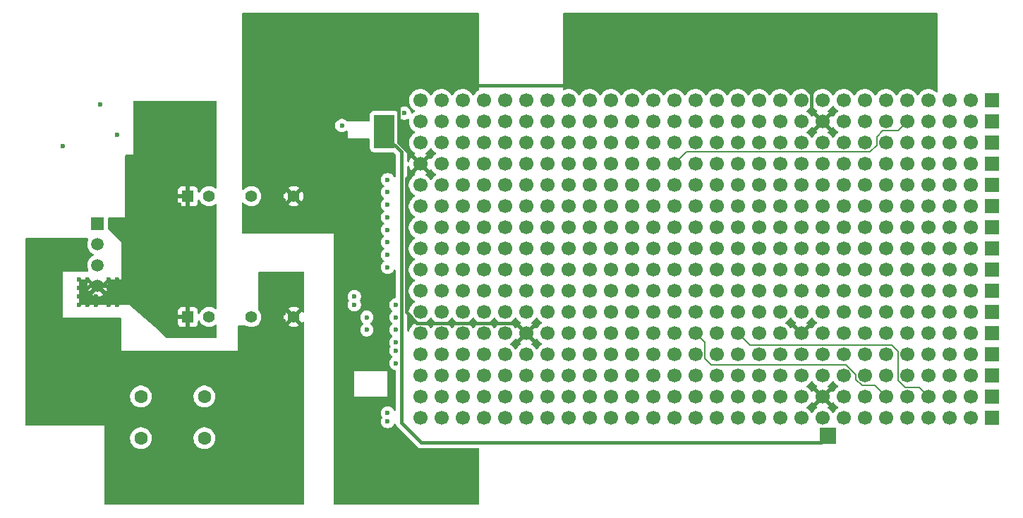
<source format=gbr>
%TF.GenerationSoftware,KiCad,Pcbnew,9.0.4*%
%TF.CreationDate,2025-09-08T19:15:53+09:00*%
%TF.ProjectId,CAN_Isolation,43414e5f-4973-46f6-9c61-74696f6e2e6b,Ver.1.0*%
%TF.SameCoordinates,Original*%
%TF.FileFunction,Copper,L4,Bot*%
%TF.FilePolarity,Positive*%
%FSLAX46Y46*%
G04 Gerber Fmt 4.6, Leading zero omitted, Abs format (unit mm)*
G04 Created by KiCad (PCBNEW 9.0.4) date 2025-09-08 19:15:53*
%MOMM*%
%LPD*%
G01*
G04 APERTURE LIST*
%TA.AperFunction,ComponentPad*%
%ADD10R,1.700000X1.700000*%
%TD*%
%TA.AperFunction,ComponentPad*%
%ADD11C,1.700000*%
%TD*%
%TA.AperFunction,ComponentPad*%
%ADD12R,1.508000X1.508000*%
%TD*%
%TA.AperFunction,ComponentPad*%
%ADD13C,1.508000*%
%TD*%
%TA.AperFunction,ComponentPad*%
%ADD14C,1.600000*%
%TD*%
%TA.AperFunction,ComponentPad*%
%ADD15R,1.397000X1.397000*%
%TD*%
%TA.AperFunction,ComponentPad*%
%ADD16C,1.397000*%
%TD*%
%TA.AperFunction,ViaPad*%
%ADD17C,0.600000*%
%TD*%
%TA.AperFunction,Conductor*%
%ADD18C,0.400000*%
%TD*%
%TA.AperFunction,Conductor*%
%ADD19C,1.200000*%
%TD*%
%TA.AperFunction,Conductor*%
%ADD20C,0.600000*%
%TD*%
%TA.AperFunction,Conductor*%
%ADD21C,0.200000*%
%TD*%
G04 APERTURE END LIST*
D10*
%TO.P,J6,1,Pin_1*%
%TO.N,unconnected-(J6-Pin_1-Pad1)*%
X205157095Y-88934905D03*
D11*
%TO.P,J6,2,Pin_2*%
%TO.N,unconnected-(J6-Pin_2-Pad2)*%
X202617095Y-88934905D03*
%TO.P,J6,3,Pin_3*%
%TO.N,unconnected-(J6-Pin_3-Pad3)*%
X200077095Y-88934905D03*
%TO.P,J6,4,Pin_4*%
%TO.N,unconnected-(J6-Pin_4-Pad4)*%
X197537095Y-88934905D03*
%TO.P,J6,5,Pin_5*%
%TO.N,unconnected-(J6-Pin_5-Pad5)*%
X194997095Y-88934905D03*
%TO.P,J6,6,Pin_6*%
%TO.N,unconnected-(J6-Pin_6-Pad6)*%
X192457095Y-88934905D03*
%TO.P,J6,7,Pin_7*%
%TO.N,unconnected-(J6-Pin_7-Pad7)*%
X189917095Y-88934905D03*
%TO.P,J6,8,Pin_8*%
%TO.N,unconnected-(J6-Pin_8-Pad8)*%
X187377095Y-88934905D03*
%TO.P,J6,9,Pin_9*%
%TO.N,unconnected-(J6-Pin_9-Pad9)*%
X184837095Y-88934905D03*
%TO.P,J6,10,Pin_10*%
%TO.N,unconnected-(J6-Pin_10-Pad10)*%
X182297095Y-88934905D03*
%TO.P,J6,11,Pin_11*%
%TO.N,unconnected-(J6-Pin_11-Pad11)*%
X179757095Y-88934905D03*
%TO.P,J6,12,Pin_12*%
%TO.N,unconnected-(J6-Pin_12-Pad12)*%
X177217095Y-88934905D03*
%TO.P,J6,13,Pin_13*%
%TO.N,unconnected-(J6-Pin_13-Pad13)*%
X174677095Y-88934905D03*
%TO.P,J6,14,Pin_14*%
%TO.N,unconnected-(J6-Pin_14-Pad14)*%
X172137095Y-88934905D03*
%TO.P,J6,15,Pin_15*%
%TO.N,unconnected-(J6-Pin_15-Pad15)*%
X169597095Y-88934905D03*
%TO.P,J6,16,Pin_16*%
%TO.N,unconnected-(J6-Pin_16-Pad16)*%
X167057095Y-88934905D03*
%TO.P,J6,17,Pin_17*%
%TO.N,unconnected-(J6-Pin_17-Pad17)*%
X164517095Y-88934905D03*
%TO.P,J6,18,Pin_18*%
%TO.N,unconnected-(J6-Pin_18-Pad18)*%
X161977095Y-88934905D03*
%TO.P,J6,19,Pin_19*%
%TO.N,unconnected-(J6-Pin_19-Pad19)*%
X159437095Y-88934905D03*
%TO.P,J6,20,Pin_20*%
%TO.N,unconnected-(J6-Pin_20-Pad20)*%
X156897095Y-88934905D03*
%TO.P,J6,21,Pin_21*%
%TO.N,unconnected-(J6-Pin_21-Pad21)*%
X154357095Y-88934905D03*
%TO.P,J6,22,Pin_22*%
%TO.N,unconnected-(J6-Pin_22-Pad22)*%
X151817095Y-88934905D03*
%TO.P,J6,23,Pin_23*%
%TO.N,unconnected-(J6-Pin_23-Pad23)*%
X149277095Y-88934905D03*
%TO.P,J6,24,Pin_24*%
%TO.N,unconnected-(J6-Pin_24-Pad24)*%
X146737095Y-88934905D03*
%TO.P,J6,25,Pin_25*%
%TO.N,unconnected-(J6-Pin_25-Pad25)*%
X144197095Y-88934905D03*
%TO.P,J6,26,Pin_26*%
%TO.N,unconnected-(J6-Pin_26-Pad26)*%
X141657095Y-88934905D03*
%TO.P,J6,27,Pin_27*%
%TO.N,unconnected-(J6-Pin_27-Pad27)*%
X139117095Y-88934905D03*
%TO.P,J6,28,Pin_28*%
%TO.N,unconnected-(J6-Pin_28-Pad28)*%
X136577095Y-88934905D03*
%TD*%
D10*
%TO.P,J3,1,Pin_1*%
%TO.N,unconnected-(J3-Pin_1-Pad1)*%
X205157095Y-81314905D03*
D11*
%TO.P,J3,2,Pin_2*%
%TO.N,RF_ANTFLAG*%
X202617095Y-81314905D03*
%TO.P,J3,3,Pin_3*%
%TO.N,RF_SHDN*%
X200077095Y-81314905D03*
%TO.P,J3,4,Pin_4*%
%TO.N,RF_LD*%
X197537095Y-81314905D03*
%TO.P,J3,5,Pin_5*%
%TO.N,RF_SDATA*%
X194997095Y-81314905D03*
%TO.P,J3,6,Pin_6*%
%TO.N,RF_SCLK*%
X192457095Y-81314905D03*
%TO.P,J3,7,Pin_7*%
%TO.N,RF_CS*%
X189917095Y-81314905D03*
%TO.P,J3,8,Pin_8*%
%TO.N,RF_GNDA*%
X187377095Y-81314905D03*
%TO.P,J3,9,Pin_9*%
%TO.N,RF_GND*%
X184837095Y-81314905D03*
%TO.P,J3,10,Pin_10*%
%TO.N,RF_3.3V*%
X182297095Y-81314905D03*
%TO.P,J3,11,Pin_11*%
%TO.N,unconnected-(J3-Pin_11-Pad11)*%
X179757095Y-81314905D03*
%TO.P,J3,12,Pin_12*%
%TO.N,unconnected-(J3-Pin_12-Pad12)*%
X177217095Y-81314905D03*
%TO.P,J3,13,Pin_13*%
%TO.N,unconnected-(J3-Pin_13-Pad13)*%
X174677095Y-81314905D03*
%TO.P,J3,14,Pin_14*%
%TO.N,unconnected-(J3-Pin_14-Pad14)*%
X172137095Y-81314905D03*
%TO.P,J3,15,Pin_15*%
%TO.N,unconnected-(J3-Pin_15-Pad15)*%
X169597095Y-81314905D03*
%TO.P,J3,16,Pin_16*%
%TO.N,unconnected-(J3-Pin_16-Pad16)*%
X167057095Y-81314905D03*
%TO.P,J3,17,Pin_17*%
%TO.N,unconnected-(J3-Pin_17-Pad17)*%
X164517095Y-81314905D03*
%TO.P,J3,18,Pin_18*%
%TO.N,unconnected-(J3-Pin_18-Pad18)*%
X161977095Y-81314905D03*
%TO.P,J3,19,Pin_19*%
%TO.N,unconnected-(J3-Pin_19-Pad19)*%
X159437095Y-81314905D03*
%TO.P,J3,20,Pin_20*%
%TO.N,unconnected-(J3-Pin_20-Pad20)*%
X156897095Y-81314905D03*
%TO.P,J3,21,Pin_21*%
%TO.N,unconnected-(J3-Pin_21-Pad21)*%
X154357095Y-81314905D03*
%TO.P,J3,22,Pin_22*%
%TO.N,unconnected-(J3-Pin_22-Pad22)*%
X151817095Y-81314905D03*
%TO.P,J3,23,Pin_23*%
%TO.N,unconnected-(J3-Pin_23-Pad23)*%
X149277095Y-81314905D03*
%TO.P,J3,24,Pin_24*%
%TO.N,unconnected-(J3-Pin_24-Pad24)*%
X146737095Y-81314905D03*
%TO.P,J3,25,Pin_25*%
%TO.N,unconnected-(J3-Pin_25-Pad25)*%
X144197095Y-81314905D03*
%TO.P,J3,26,Pin_26*%
%TO.N,unconnected-(J3-Pin_26-Pad26)*%
X141657095Y-81314905D03*
%TO.P,J3,27,Pin_27*%
%TO.N,unconnected-(J3-Pin_27-Pad27)*%
X139117095Y-81314905D03*
%TO.P,J3,28,Pin_28*%
%TO.N,unconnected-(J3-Pin_28-Pad28)*%
X136577095Y-81314905D03*
%TD*%
D12*
%TO.P,J1,1,1*%
%TO.N,BAT_12V*%
X97857095Y-93544905D03*
D13*
%TO.P,J1,2,2*%
%TO.N,CAN_H*%
X97857095Y-96044905D03*
%TO.P,J1,3,3*%
%TO.N,CAN_L*%
X97857095Y-98544905D03*
%TO.P,J1,4,4*%
%TO.N,BAT_GND*%
X97857095Y-101044905D03*
%TD*%
D10*
%TO.P,J8,1,Pin_1*%
%TO.N,unconnected-(J8-Pin_1-Pad1)*%
X205157095Y-94014905D03*
D11*
%TO.P,J8,2,Pin_2*%
%TO.N,unconnected-(J8-Pin_2-Pad2)*%
X202617095Y-94014905D03*
%TO.P,J8,3,Pin_3*%
%TO.N,unconnected-(J8-Pin_3-Pad3)*%
X200077095Y-94014905D03*
%TO.P,J8,4,Pin_4*%
%TO.N,unconnected-(J8-Pin_4-Pad4)*%
X197537095Y-94014905D03*
%TO.P,J8,5,Pin_5*%
%TO.N,unconnected-(J8-Pin_5-Pad5)*%
X194997095Y-94014905D03*
%TO.P,J8,6,Pin_6*%
%TO.N,unconnected-(J8-Pin_6-Pad6)*%
X192457095Y-94014905D03*
%TO.P,J8,7,Pin_7*%
%TO.N,unconnected-(J8-Pin_7-Pad7)*%
X189917095Y-94014905D03*
%TO.P,J8,8,Pin_8*%
%TO.N,unconnected-(J8-Pin_8-Pad8)*%
X187377095Y-94014905D03*
%TO.P,J8,9,Pin_9*%
%TO.N,unconnected-(J8-Pin_9-Pad9)*%
X184837095Y-94014905D03*
%TO.P,J8,10,Pin_10*%
%TO.N,unconnected-(J8-Pin_10-Pad10)*%
X182297095Y-94014905D03*
%TO.P,J8,11,Pin_11*%
%TO.N,unconnected-(J8-Pin_11-Pad11)*%
X179757095Y-94014905D03*
%TO.P,J8,12,Pin_12*%
%TO.N,unconnected-(J8-Pin_12-Pad12)*%
X177217095Y-94014905D03*
%TO.P,J8,13,Pin_13*%
%TO.N,unconnected-(J8-Pin_13-Pad13)*%
X174677095Y-94014905D03*
%TO.P,J8,14,Pin_14*%
%TO.N,unconnected-(J8-Pin_14-Pad14)*%
X172137095Y-94014905D03*
%TO.P,J8,15,Pin_15*%
%TO.N,unconnected-(J8-Pin_15-Pad15)*%
X169597095Y-94014905D03*
%TO.P,J8,16,Pin_16*%
%TO.N,unconnected-(J8-Pin_16-Pad16)*%
X167057095Y-94014905D03*
%TO.P,J8,17,Pin_17*%
%TO.N,unconnected-(J8-Pin_17-Pad17)*%
X164517095Y-94014905D03*
%TO.P,J8,18,Pin_18*%
%TO.N,unconnected-(J8-Pin_18-Pad18)*%
X161977095Y-94014905D03*
%TO.P,J8,19,Pin_19*%
%TO.N,unconnected-(J8-Pin_19-Pad19)*%
X159437095Y-94014905D03*
%TO.P,J8,20,Pin_20*%
%TO.N,unconnected-(J8-Pin_20-Pad20)*%
X156897095Y-94014905D03*
%TO.P,J8,21,Pin_21*%
%TO.N,unconnected-(J8-Pin_21-Pad21)*%
X154357095Y-94014905D03*
%TO.P,J8,22,Pin_22*%
%TO.N,unconnected-(J8-Pin_22-Pad22)*%
X151817095Y-94014905D03*
%TO.P,J8,23,Pin_23*%
%TO.N,unconnected-(J8-Pin_23-Pad23)*%
X149277095Y-94014905D03*
%TO.P,J8,24,Pin_24*%
%TO.N,unconnected-(J8-Pin_24-Pad24)*%
X146737095Y-94014905D03*
%TO.P,J8,25,Pin_25*%
%TO.N,unconnected-(J8-Pin_25-Pad25)*%
X144197095Y-94014905D03*
%TO.P,J8,26,Pin_26*%
%TO.N,unconnected-(J8-Pin_26-Pad26)*%
X141657095Y-94014905D03*
%TO.P,J8,27,Pin_27*%
%TO.N,unconnected-(J8-Pin_27-Pad27)*%
X139117095Y-94014905D03*
%TO.P,J8,28,Pin_28*%
%TO.N,unconnected-(J8-Pin_28-Pad28)*%
X136577095Y-94014905D03*
%TD*%
D10*
%TO.P,J11,1,Pin_1*%
%TO.N,unconnected-(J11-Pin_1-Pad1)*%
X205157095Y-101634905D03*
D11*
%TO.P,J11,2,Pin_2*%
%TO.N,unconnected-(J11-Pin_2-Pad2)*%
X202617095Y-101634905D03*
%TO.P,J11,3,Pin_3*%
%TO.N,unconnected-(J11-Pin_3-Pad3)*%
X200077095Y-101634905D03*
%TO.P,J11,4,Pin_4*%
%TO.N,unconnected-(J11-Pin_4-Pad4)*%
X197537095Y-101634905D03*
%TO.P,J11,5,Pin_5*%
%TO.N,unconnected-(J11-Pin_5-Pad5)*%
X194997095Y-101634905D03*
%TO.P,J11,6,Pin_6*%
%TO.N,unconnected-(J11-Pin_6-Pad6)*%
X192457095Y-101634905D03*
%TO.P,J11,7,Pin_7*%
%TO.N,unconnected-(J11-Pin_7-Pad7)*%
X189917095Y-101634905D03*
%TO.P,J11,8,Pin_8*%
%TO.N,unconnected-(J11-Pin_8-Pad8)*%
X187377095Y-101634905D03*
%TO.P,J11,9,Pin_9*%
%TO.N,unconnected-(J11-Pin_9-Pad9)*%
X184837095Y-101634905D03*
%TO.P,J11,10,Pin_10*%
%TO.N,unconnected-(J11-Pin_10-Pad10)*%
X182297095Y-101634905D03*
%TO.P,J11,11,Pin_11*%
%TO.N,unconnected-(J11-Pin_11-Pad11)*%
X179757095Y-101634905D03*
%TO.P,J11,12,Pin_12*%
%TO.N,unconnected-(J11-Pin_12-Pad12)*%
X177217095Y-101634905D03*
%TO.P,J11,13,Pin_13*%
%TO.N,unconnected-(J11-Pin_13-Pad13)*%
X174677095Y-101634905D03*
%TO.P,J11,14,Pin_14*%
%TO.N,unconnected-(J11-Pin_14-Pad14)*%
X172137095Y-101634905D03*
%TO.P,J11,15,Pin_15*%
%TO.N,unconnected-(J11-Pin_15-Pad15)*%
X169597095Y-101634905D03*
%TO.P,J11,16,Pin_16*%
%TO.N,unconnected-(J11-Pin_16-Pad16)*%
X167057095Y-101634905D03*
%TO.P,J11,17,Pin_17*%
%TO.N,unconnected-(J11-Pin_17-Pad17)*%
X164517095Y-101634905D03*
%TO.P,J11,18,Pin_18*%
%TO.N,unconnected-(J11-Pin_18-Pad18)*%
X161977095Y-101634905D03*
%TO.P,J11,19,Pin_19*%
%TO.N,unconnected-(J11-Pin_19-Pad19)*%
X159437095Y-101634905D03*
%TO.P,J11,20,Pin_20*%
%TO.N,unconnected-(J11-Pin_20-Pad20)*%
X156897095Y-101634905D03*
%TO.P,J11,21,Pin_21*%
%TO.N,unconnected-(J11-Pin_21-Pad21)*%
X154357095Y-101634905D03*
%TO.P,J11,22,Pin_22*%
%TO.N,unconnected-(J11-Pin_22-Pad22)*%
X151817095Y-101634905D03*
%TO.P,J11,23,Pin_23*%
%TO.N,unconnected-(J11-Pin_23-Pad23)*%
X149277095Y-101634905D03*
%TO.P,J11,24,Pin_24*%
%TO.N,unconnected-(J11-Pin_24-Pad24)*%
X146737095Y-101634905D03*
%TO.P,J11,25,Pin_25*%
%TO.N,unconnected-(J11-Pin_25-Pad25)*%
X144197095Y-101634905D03*
%TO.P,J11,26,Pin_26*%
%TO.N,unconnected-(J11-Pin_26-Pad26)*%
X141657095Y-101634905D03*
%TO.P,J11,27,Pin_27*%
%TO.N,unconnected-(J11-Pin_27-Pad27)*%
X139117095Y-101634905D03*
%TO.P,J11,28,Pin_28*%
%TO.N,unconnected-(J11-Pin_28-Pad28)*%
X136577095Y-101634905D03*
%TD*%
D10*
%TO.P,J17,1,Pin_1*%
%TO.N,unconnected-(J17-Pin_1-Pad1)*%
X205157095Y-116874905D03*
D11*
%TO.P,J17,2,Pin_2*%
%TO.N,unconnected-(J17-Pin_2-Pad2)*%
X202617095Y-116874905D03*
%TO.P,J17,3,Pin_3*%
%TO.N,unconnected-(J17-Pin_3-Pad3)*%
X200077095Y-116874905D03*
%TO.P,J17,4,Pin_4*%
%TO.N,unconnected-(J17-Pin_4-Pad4)*%
X197537095Y-116874905D03*
%TO.P,J17,5,Pin_5*%
%TO.N,unconnected-(J17-Pin_5-Pad5)*%
X194997095Y-116874905D03*
%TO.P,J17,6,Pin_6*%
%TO.N,unconnected-(J17-Pin_6-Pad6)*%
X192457095Y-116874905D03*
%TO.P,J17,7,Pin_7*%
%TO.N,unconnected-(J17-Pin_7-Pad7)*%
X189917095Y-116874905D03*
%TO.P,J17,8,Pin_8*%
%TO.N,unconnected-(J17-Pin_8-Pad8)*%
X187377095Y-116874905D03*
%TO.P,J17,9,Pin_9*%
%TO.N,unconnected-(J17-Pin_9-Pad9)*%
X184837095Y-116874905D03*
%TO.P,J17,10,Pin_10*%
%TO.N,unconnected-(J17-Pin_10-Pad10)*%
X182297095Y-116874905D03*
%TO.P,J17,11,Pin_11*%
%TO.N,unconnected-(J17-Pin_11-Pad11)*%
X179757095Y-116874905D03*
%TO.P,J17,12,Pin_12*%
%TO.N,unconnected-(J17-Pin_12-Pad12)*%
X177217095Y-116874905D03*
%TO.P,J17,13,Pin_13*%
%TO.N,unconnected-(J17-Pin_13-Pad13)*%
X174677095Y-116874905D03*
%TO.P,J17,14,Pin_14*%
%TO.N,unconnected-(J17-Pin_14-Pad14)*%
X172137095Y-116874905D03*
%TO.P,J17,15,Pin_15*%
%TO.N,unconnected-(J17-Pin_15-Pad15)*%
X169597095Y-116874905D03*
%TO.P,J17,16,Pin_16*%
%TO.N,unconnected-(J17-Pin_16-Pad16)*%
X167057095Y-116874905D03*
%TO.P,J17,17,Pin_17*%
%TO.N,unconnected-(J17-Pin_17-Pad17)*%
X164517095Y-116874905D03*
%TO.P,J17,18,Pin_18*%
%TO.N,unconnected-(J17-Pin_18-Pad18)*%
X161977095Y-116874905D03*
%TO.P,J17,19,Pin_19*%
%TO.N,unconnected-(J17-Pin_19-Pad19)*%
X159437095Y-116874905D03*
%TO.P,J17,20,Pin_20*%
%TO.N,unconnected-(J17-Pin_20-Pad20)*%
X156897095Y-116874905D03*
%TO.P,J17,21,Pin_21*%
%TO.N,unconnected-(J17-Pin_21-Pad21)*%
X154357095Y-116874905D03*
%TO.P,J17,22,Pin_22*%
%TO.N,unconnected-(J17-Pin_22-Pad22)*%
X151817095Y-116874905D03*
%TO.P,J17,23,Pin_23*%
%TO.N,unconnected-(J17-Pin_23-Pad23)*%
X149277095Y-116874905D03*
%TO.P,J17,24,Pin_24*%
%TO.N,unconnected-(J17-Pin_24-Pad24)*%
X146737095Y-116874905D03*
%TO.P,J17,25,Pin_25*%
%TO.N,unconnected-(J17-Pin_25-Pad25)*%
X144197095Y-116874905D03*
%TO.P,J17,26,Pin_26*%
%TO.N,unconnected-(J17-Pin_26-Pad26)*%
X141657095Y-116874905D03*
%TO.P,J17,27,Pin_27*%
%TO.N,unconnected-(J17-Pin_27-Pad27)*%
X139117095Y-116874905D03*
%TO.P,J17,28,Pin_28*%
%TO.N,unconnected-(J17-Pin_28-Pad28)*%
X136577095Y-116874905D03*
%TD*%
D10*
%TO.P,J15,1,Pin_1*%
%TO.N,unconnected-(J15-Pin_1-Pad1)*%
X205157095Y-111794905D03*
D11*
%TO.P,J15,2,Pin_2*%
%TO.N,unconnected-(J15-Pin_2-Pad2)*%
X202617095Y-111794905D03*
%TO.P,J15,3,Pin_3*%
%TO.N,unconnected-(J15-Pin_3-Pad3)*%
X200077095Y-111794905D03*
%TO.P,J15,4,Pin_4*%
%TO.N,unconnected-(J15-Pin_4-Pad4)*%
X197537095Y-111794905D03*
%TO.P,J15,5,Pin_5*%
%TO.N,unconnected-(J15-Pin_5-Pad5)*%
X194997095Y-111794905D03*
%TO.P,J15,6,Pin_6*%
%TO.N,unconnected-(J15-Pin_6-Pad6)*%
X192457095Y-111794905D03*
%TO.P,J15,7,Pin_7*%
%TO.N,unconnected-(J15-Pin_7-Pad7)*%
X189917095Y-111794905D03*
%TO.P,J15,8,Pin_8*%
%TO.N,unconnected-(J15-Pin_8-Pad8)*%
X187377095Y-111794905D03*
%TO.P,J15,9,Pin_9*%
%TO.N,unconnected-(J15-Pin_9-Pad9)*%
X184837095Y-111794905D03*
%TO.P,J15,10,Pin_10*%
%TO.N,unconnected-(J15-Pin_10-Pad10)*%
X182297095Y-111794905D03*
%TO.P,J15,11,Pin_11*%
%TO.N,unconnected-(J15-Pin_11-Pad11)*%
X179757095Y-111794905D03*
%TO.P,J15,12,Pin_12*%
%TO.N,unconnected-(J15-Pin_12-Pad12)*%
X177217095Y-111794905D03*
%TO.P,J15,13,Pin_13*%
%TO.N,unconnected-(J15-Pin_13-Pad13)*%
X174677095Y-111794905D03*
%TO.P,J15,14,Pin_14*%
%TO.N,unconnected-(J15-Pin_14-Pad14)*%
X172137095Y-111794905D03*
%TO.P,J15,15,Pin_15*%
%TO.N,unconnected-(J15-Pin_15-Pad15)*%
X169597095Y-111794905D03*
%TO.P,J15,16,Pin_16*%
%TO.N,unconnected-(J15-Pin_16-Pad16)*%
X167057095Y-111794905D03*
%TO.P,J15,17,Pin_17*%
%TO.N,unconnected-(J15-Pin_17-Pad17)*%
X164517095Y-111794905D03*
%TO.P,J15,18,Pin_18*%
%TO.N,unconnected-(J15-Pin_18-Pad18)*%
X161977095Y-111794905D03*
%TO.P,J15,19,Pin_19*%
%TO.N,unconnected-(J15-Pin_19-Pad19)*%
X159437095Y-111794905D03*
%TO.P,J15,20,Pin_20*%
%TO.N,unconnected-(J15-Pin_20-Pad20)*%
X156897095Y-111794905D03*
%TO.P,J15,21,Pin_21*%
%TO.N,unconnected-(J15-Pin_21-Pad21)*%
X154357095Y-111794905D03*
%TO.P,J15,22,Pin_22*%
%TO.N,unconnected-(J15-Pin_22-Pad22)*%
X151817095Y-111794905D03*
%TO.P,J15,23,Pin_23*%
%TO.N,unconnected-(J15-Pin_23-Pad23)*%
X149277095Y-111794905D03*
%TO.P,J15,24,Pin_24*%
%TO.N,unconnected-(J15-Pin_24-Pad24)*%
X146737095Y-111794905D03*
%TO.P,J15,25,Pin_25*%
%TO.N,unconnected-(J15-Pin_25-Pad25)*%
X144197095Y-111794905D03*
%TO.P,J15,26,Pin_26*%
%TO.N,unconnected-(J15-Pin_26-Pad26)*%
X141657095Y-111794905D03*
%TO.P,J15,27,Pin_27*%
%TO.N,unconnected-(J15-Pin_27-Pad27)*%
X139117095Y-111794905D03*
%TO.P,J15,28,Pin_28*%
%TO.N,unconnected-(J15-Pin_28-Pad28)*%
X136577095Y-111794905D03*
%TD*%
D10*
%TO.P,J13,1,Pin_1*%
%TO.N,unconnected-(J13-Pin_1-Pad1)*%
X205157095Y-106714905D03*
D11*
%TO.P,J13,2,Pin_2*%
%TO.N,unconnected-(J13-Pin_2-Pad2)*%
X202617095Y-106714905D03*
%TO.P,J13,3,Pin_3*%
%TO.N,unconnected-(J13-Pin_3-Pad3)*%
X200077095Y-106714905D03*
%TO.P,J13,4,Pin_4*%
%TO.N,unconnected-(J13-Pin_4-Pad4)*%
X197537095Y-106714905D03*
%TO.P,J13,5,Pin_5*%
%TO.N,unconnected-(J13-Pin_5-Pad5)*%
X194997095Y-106714905D03*
%TO.P,J13,6,Pin_6*%
%TO.N,unconnected-(J13-Pin_6-Pad6)*%
X192457095Y-106714905D03*
%TO.P,J13,7,Pin_7*%
%TO.N,unconnected-(J13-Pin_7-Pad7)*%
X189917095Y-106714905D03*
%TO.P,J13,8,Pin_8*%
%TO.N,unconnected-(J13-Pin_8-Pad8)*%
X187377095Y-106714905D03*
%TO.P,J13,9,Pin_9*%
%TO.N,+5VD*%
X184837095Y-106714905D03*
%TO.P,J13,10,Pin_10*%
%TO.N,RF_GND*%
X182297095Y-106714905D03*
%TO.P,J13,11,Pin_11*%
%TO.N,RF_IDEL*%
X179757095Y-106714905D03*
%TO.P,J13,12,Pin_12*%
%TO.N,RF_LED*%
X177217095Y-106714905D03*
%TO.P,J13,13,Pin_13*%
%TO.N,RF_I1*%
X174677095Y-106714905D03*
%TO.P,J13,14,Pin_14*%
%TO.N,RF_I0*%
X172137095Y-106714905D03*
%TO.P,J13,15,Pin_15*%
%TO.N,RF_Q0*%
X169597095Y-106714905D03*
%TO.P,J13,16,Pin_16*%
%TO.N,RF_Q1*%
X167057095Y-106714905D03*
%TO.P,J13,17,Pin_17*%
%TO.N,RF_CLKOUT*%
X164517095Y-106714905D03*
%TO.P,J13,18,Pin_18*%
%TO.N,unconnected-(J13-Pin_18-Pad18)*%
X161977095Y-106714905D03*
%TO.P,J13,19,Pin_19*%
%TO.N,unconnected-(J13-Pin_19-Pad19)*%
X159437095Y-106714905D03*
%TO.P,J13,20,Pin_20*%
%TO.N,unconnected-(J13-Pin_20-Pad20)*%
X156897095Y-106714905D03*
%TO.P,J13,21,Pin_21*%
%TO.N,unconnected-(J13-Pin_21-Pad21)*%
X154357095Y-106714905D03*
%TO.P,J13,22,Pin_22*%
%TO.N,CAN_CLK*%
X151817095Y-106714905D03*
%TO.P,J13,23,Pin_23*%
%TO.N,RF_GND*%
X149277095Y-106714905D03*
%TO.P,J13,24,Pin_24*%
%TO.N,unconnected-(J13-Pin_24-Pad24)*%
X146737095Y-106714905D03*
%TO.P,J13,25,Pin_25*%
%TO.N,CAN_CS*%
X144197095Y-106714905D03*
%TO.P,J13,26,Pin_26*%
%TO.N,CAN_SDO*%
X141657095Y-106714905D03*
%TO.P,J13,27,Pin_27*%
%TO.N,CAN_SDI*%
X139117095Y-106714905D03*
%TO.P,J13,28,Pin_28*%
%TO.N,CAN_SCK*%
X136577095Y-106714905D03*
%TD*%
D14*
%TO.P,R12,1*%
%TO.N,Net-(C12-Pad1)*%
X103037095Y-114294905D03*
%TO.P,R12,2*%
%TO.N,CAN_L*%
X110657095Y-114294905D03*
%TD*%
D10*
%TO.P,J16,1,Pin_1*%
%TO.N,RF_3.3V*%
X205157095Y-114334905D03*
D11*
%TO.P,J16,2,Pin_2*%
%TO.N,RF_LED*%
X202617095Y-114334905D03*
%TO.P,J16,3,Pin_3*%
%TO.N,RF_IDEL*%
X200077095Y-114334905D03*
%TO.P,J16,4,Pin_4*%
%TO.N,RF_I1*%
X197537095Y-114334905D03*
%TO.P,J16,5,Pin_5*%
%TO.N,RF_I0*%
X194997095Y-114334905D03*
%TO.P,J16,6,Pin_6*%
%TO.N,RF_Q0*%
X192457095Y-114334905D03*
%TO.P,J16,7,Pin_7*%
%TO.N,RF_Q1*%
X189917095Y-114334905D03*
%TO.P,J16,8,Pin_8*%
%TO.N,RF_CLKOUT*%
X187377095Y-114334905D03*
%TO.P,J16,9,Pin_9*%
%TO.N,RF_GND*%
X184837095Y-114334905D03*
%TO.P,J16,10,Pin_10*%
%TO.N,RF_GNDA*%
X182297095Y-114334905D03*
%TO.P,J16,11,Pin_11*%
%TO.N,unconnected-(J16-Pin_11-Pad11)*%
X179757095Y-114334905D03*
%TO.P,J16,12,Pin_12*%
%TO.N,unconnected-(J16-Pin_12-Pad12)*%
X177217095Y-114334905D03*
%TO.P,J16,13,Pin_13*%
%TO.N,unconnected-(J16-Pin_13-Pad13)*%
X174677095Y-114334905D03*
%TO.P,J16,14,Pin_14*%
%TO.N,unconnected-(J16-Pin_14-Pad14)*%
X172137095Y-114334905D03*
%TO.P,J16,15,Pin_15*%
%TO.N,unconnected-(J16-Pin_15-Pad15)*%
X169597095Y-114334905D03*
%TO.P,J16,16,Pin_16*%
%TO.N,unconnected-(J16-Pin_16-Pad16)*%
X167057095Y-114334905D03*
%TO.P,J16,17,Pin_17*%
%TO.N,unconnected-(J16-Pin_17-Pad17)*%
X164517095Y-114334905D03*
%TO.P,J16,18,Pin_18*%
%TO.N,unconnected-(J16-Pin_18-Pad18)*%
X161977095Y-114334905D03*
%TO.P,J16,19,Pin_19*%
%TO.N,unconnected-(J16-Pin_19-Pad19)*%
X159437095Y-114334905D03*
%TO.P,J16,20,Pin_20*%
%TO.N,unconnected-(J16-Pin_20-Pad20)*%
X156897095Y-114334905D03*
%TO.P,J16,21,Pin_21*%
%TO.N,unconnected-(J16-Pin_21-Pad21)*%
X154357095Y-114334905D03*
%TO.P,J16,22,Pin_22*%
%TO.N,unconnected-(J16-Pin_22-Pad22)*%
X151817095Y-114334905D03*
%TO.P,J16,23,Pin_23*%
%TO.N,unconnected-(J16-Pin_23-Pad23)*%
X149277095Y-114334905D03*
%TO.P,J16,24,Pin_24*%
%TO.N,unconnected-(J16-Pin_24-Pad24)*%
X146737095Y-114334905D03*
%TO.P,J16,25,Pin_25*%
%TO.N,unconnected-(J16-Pin_25-Pad25)*%
X144197095Y-114334905D03*
%TO.P,J16,26,Pin_26*%
%TO.N,unconnected-(J16-Pin_26-Pad26)*%
X141657095Y-114334905D03*
%TO.P,J16,27,Pin_27*%
%TO.N,unconnected-(J16-Pin_27-Pad27)*%
X139117095Y-114334905D03*
%TO.P,J16,28,Pin_28*%
%TO.N,unconnected-(J16-Pin_28-Pad28)*%
X136577095Y-114334905D03*
%TD*%
D10*
%TO.P,J7,1,Pin_1*%
%TO.N,unconnected-(J7-Pin_1-Pad1)*%
X205157095Y-91474905D03*
D11*
%TO.P,J7,2,Pin_2*%
%TO.N,unconnected-(J7-Pin_2-Pad2)*%
X202617095Y-91474905D03*
%TO.P,J7,3,Pin_3*%
%TO.N,unconnected-(J7-Pin_3-Pad3)*%
X200077095Y-91474905D03*
%TO.P,J7,4,Pin_4*%
%TO.N,unconnected-(J7-Pin_4-Pad4)*%
X197537095Y-91474905D03*
%TO.P,J7,5,Pin_5*%
%TO.N,unconnected-(J7-Pin_5-Pad5)*%
X194997095Y-91474905D03*
%TO.P,J7,6,Pin_6*%
%TO.N,unconnected-(J7-Pin_6-Pad6)*%
X192457095Y-91474905D03*
%TO.P,J7,7,Pin_7*%
%TO.N,unconnected-(J7-Pin_7-Pad7)*%
X189917095Y-91474905D03*
%TO.P,J7,8,Pin_8*%
%TO.N,unconnected-(J7-Pin_8-Pad8)*%
X187377095Y-91474905D03*
%TO.P,J7,9,Pin_9*%
%TO.N,unconnected-(J7-Pin_9-Pad9)*%
X184837095Y-91474905D03*
%TO.P,J7,10,Pin_10*%
%TO.N,unconnected-(J7-Pin_10-Pad10)*%
X182297095Y-91474905D03*
%TO.P,J7,11,Pin_11*%
%TO.N,unconnected-(J7-Pin_11-Pad11)*%
X179757095Y-91474905D03*
%TO.P,J7,12,Pin_12*%
%TO.N,unconnected-(J7-Pin_12-Pad12)*%
X177217095Y-91474905D03*
%TO.P,J7,13,Pin_13*%
%TO.N,unconnected-(J7-Pin_13-Pad13)*%
X174677095Y-91474905D03*
%TO.P,J7,14,Pin_14*%
%TO.N,unconnected-(J7-Pin_14-Pad14)*%
X172137095Y-91474905D03*
%TO.P,J7,15,Pin_15*%
%TO.N,unconnected-(J7-Pin_15-Pad15)*%
X169597095Y-91474905D03*
%TO.P,J7,16,Pin_16*%
%TO.N,unconnected-(J7-Pin_16-Pad16)*%
X167057095Y-91474905D03*
%TO.P,J7,17,Pin_17*%
%TO.N,unconnected-(J7-Pin_17-Pad17)*%
X164517095Y-91474905D03*
%TO.P,J7,18,Pin_18*%
%TO.N,unconnected-(J7-Pin_18-Pad18)*%
X161977095Y-91474905D03*
%TO.P,J7,19,Pin_19*%
%TO.N,unconnected-(J7-Pin_19-Pad19)*%
X159437095Y-91474905D03*
%TO.P,J7,20,Pin_20*%
%TO.N,unconnected-(J7-Pin_20-Pad20)*%
X156897095Y-91474905D03*
%TO.P,J7,21,Pin_21*%
%TO.N,unconnected-(J7-Pin_21-Pad21)*%
X154357095Y-91474905D03*
%TO.P,J7,22,Pin_22*%
%TO.N,unconnected-(J7-Pin_22-Pad22)*%
X151817095Y-91474905D03*
%TO.P,J7,23,Pin_23*%
%TO.N,unconnected-(J7-Pin_23-Pad23)*%
X149277095Y-91474905D03*
%TO.P,J7,24,Pin_24*%
%TO.N,unconnected-(J7-Pin_24-Pad24)*%
X146737095Y-91474905D03*
%TO.P,J7,25,Pin_25*%
%TO.N,unconnected-(J7-Pin_25-Pad25)*%
X144197095Y-91474905D03*
%TO.P,J7,26,Pin_26*%
%TO.N,unconnected-(J7-Pin_26-Pad26)*%
X141657095Y-91474905D03*
%TO.P,J7,27,Pin_27*%
%TO.N,unconnected-(J7-Pin_27-Pad27)*%
X139117095Y-91474905D03*
%TO.P,J7,28,Pin_28*%
%TO.N,unconnected-(J7-Pin_28-Pad28)*%
X136577095Y-91474905D03*
%TD*%
D10*
%TO.P,J10,1,Pin_1*%
%TO.N,unconnected-(J10-Pin_1-Pad1)*%
X205157095Y-99094905D03*
D11*
%TO.P,J10,2,Pin_2*%
%TO.N,unconnected-(J10-Pin_2-Pad2)*%
X202617095Y-99094905D03*
%TO.P,J10,3,Pin_3*%
%TO.N,unconnected-(J10-Pin_3-Pad3)*%
X200077095Y-99094905D03*
%TO.P,J10,4,Pin_4*%
%TO.N,unconnected-(J10-Pin_4-Pad4)*%
X197537095Y-99094905D03*
%TO.P,J10,5,Pin_5*%
%TO.N,unconnected-(J10-Pin_5-Pad5)*%
X194997095Y-99094905D03*
%TO.P,J10,6,Pin_6*%
%TO.N,unconnected-(J10-Pin_6-Pad6)*%
X192457095Y-99094905D03*
%TO.P,J10,7,Pin_7*%
%TO.N,unconnected-(J10-Pin_7-Pad7)*%
X189917095Y-99094905D03*
%TO.P,J10,8,Pin_8*%
%TO.N,unconnected-(J10-Pin_8-Pad8)*%
X187377095Y-99094905D03*
%TO.P,J10,9,Pin_9*%
%TO.N,unconnected-(J10-Pin_9-Pad9)*%
X184837095Y-99094905D03*
%TO.P,J10,10,Pin_10*%
%TO.N,unconnected-(J10-Pin_10-Pad10)*%
X182297095Y-99094905D03*
%TO.P,J10,11,Pin_11*%
%TO.N,unconnected-(J10-Pin_11-Pad11)*%
X179757095Y-99094905D03*
%TO.P,J10,12,Pin_12*%
%TO.N,unconnected-(J10-Pin_12-Pad12)*%
X177217095Y-99094905D03*
%TO.P,J10,13,Pin_13*%
%TO.N,unconnected-(J10-Pin_13-Pad13)*%
X174677095Y-99094905D03*
%TO.P,J10,14,Pin_14*%
%TO.N,unconnected-(J10-Pin_14-Pad14)*%
X172137095Y-99094905D03*
%TO.P,J10,15,Pin_15*%
%TO.N,unconnected-(J10-Pin_15-Pad15)*%
X169597095Y-99094905D03*
%TO.P,J10,16,Pin_16*%
%TO.N,unconnected-(J10-Pin_16-Pad16)*%
X167057095Y-99094905D03*
%TO.P,J10,17,Pin_17*%
%TO.N,unconnected-(J10-Pin_17-Pad17)*%
X164517095Y-99094905D03*
%TO.P,J10,18,Pin_18*%
%TO.N,unconnected-(J10-Pin_18-Pad18)*%
X161977095Y-99094905D03*
%TO.P,J10,19,Pin_19*%
%TO.N,unconnected-(J10-Pin_19-Pad19)*%
X159437095Y-99094905D03*
%TO.P,J10,20,Pin_20*%
%TO.N,unconnected-(J10-Pin_20-Pad20)*%
X156897095Y-99094905D03*
%TO.P,J10,21,Pin_21*%
%TO.N,unconnected-(J10-Pin_21-Pad21)*%
X154357095Y-99094905D03*
%TO.P,J10,22,Pin_22*%
%TO.N,unconnected-(J10-Pin_22-Pad22)*%
X151817095Y-99094905D03*
%TO.P,J10,23,Pin_23*%
%TO.N,unconnected-(J10-Pin_23-Pad23)*%
X149277095Y-99094905D03*
%TO.P,J10,24,Pin_24*%
%TO.N,unconnected-(J10-Pin_24-Pad24)*%
X146737095Y-99094905D03*
%TO.P,J10,25,Pin_25*%
%TO.N,unconnected-(J10-Pin_25-Pad25)*%
X144197095Y-99094905D03*
%TO.P,J10,26,Pin_26*%
%TO.N,unconnected-(J10-Pin_26-Pad26)*%
X141657095Y-99094905D03*
%TO.P,J10,27,Pin_27*%
%TO.N,unconnected-(J10-Pin_27-Pad27)*%
X139117095Y-99094905D03*
%TO.P,J10,28,Pin_28*%
%TO.N,unconnected-(J10-Pin_28-Pad28)*%
X136577095Y-99094905D03*
%TD*%
D15*
%TO.P,U3,1,-VIN*%
%TO.N,BAT_GND*%
X108680095Y-90270905D03*
D16*
%TO.P,U3,2,+VIN*%
%TO.N,BAT_12V*%
X111220095Y-90270905D03*
%TO.P,U3,3,+VOUT*%
%TO.N,RF_3.3V*%
X116300095Y-90270905D03*
%TO.P,U3,4,-VOUT*%
%TO.N,RF_GND*%
X121380095Y-90270905D03*
%TD*%
D15*
%TO.P,U4,1,-VIN*%
%TO.N,BAT_GND*%
X108680095Y-104770905D03*
D16*
%TO.P,U4,2,+VIN*%
%TO.N,BAT_12V*%
X111220095Y-104770905D03*
%TO.P,U4,3,+VOUT*%
%TO.N,+5VCAN*%
X116300095Y-104770905D03*
%TO.P,U4,4,-VOUT*%
%TO.N,GND_5VCAN*%
X121380095Y-104770905D03*
%TD*%
D10*
%TO.P,J9,1,Pin_1*%
%TO.N,unconnected-(J9-Pin_1-Pad1)*%
X205157095Y-96554905D03*
D11*
%TO.P,J9,2,Pin_2*%
%TO.N,unconnected-(J9-Pin_2-Pad2)*%
X202617095Y-96554905D03*
%TO.P,J9,3,Pin_3*%
%TO.N,unconnected-(J9-Pin_3-Pad3)*%
X200077095Y-96554905D03*
%TO.P,J9,4,Pin_4*%
%TO.N,unconnected-(J9-Pin_4-Pad4)*%
X197537095Y-96554905D03*
%TO.P,J9,5,Pin_5*%
%TO.N,unconnected-(J9-Pin_5-Pad5)*%
X194997095Y-96554905D03*
%TO.P,J9,6,Pin_6*%
%TO.N,unconnected-(J9-Pin_6-Pad6)*%
X192457095Y-96554905D03*
%TO.P,J9,7,Pin_7*%
%TO.N,unconnected-(J9-Pin_7-Pad7)*%
X189917095Y-96554905D03*
%TO.P,J9,8,Pin_8*%
%TO.N,unconnected-(J9-Pin_8-Pad8)*%
X187377095Y-96554905D03*
%TO.P,J9,9,Pin_9*%
%TO.N,unconnected-(J9-Pin_9-Pad9)*%
X184837095Y-96554905D03*
%TO.P,J9,10,Pin_10*%
%TO.N,unconnected-(J9-Pin_10-Pad10)*%
X182297095Y-96554905D03*
%TO.P,J9,11,Pin_11*%
%TO.N,unconnected-(J9-Pin_11-Pad11)*%
X179757095Y-96554905D03*
%TO.P,J9,12,Pin_12*%
%TO.N,unconnected-(J9-Pin_12-Pad12)*%
X177217095Y-96554905D03*
%TO.P,J9,13,Pin_13*%
%TO.N,unconnected-(J9-Pin_13-Pad13)*%
X174677095Y-96554905D03*
%TO.P,J9,14,Pin_14*%
%TO.N,unconnected-(J9-Pin_14-Pad14)*%
X172137095Y-96554905D03*
%TO.P,J9,15,Pin_15*%
%TO.N,unconnected-(J9-Pin_15-Pad15)*%
X169597095Y-96554905D03*
%TO.P,J9,16,Pin_16*%
%TO.N,unconnected-(J9-Pin_16-Pad16)*%
X167057095Y-96554905D03*
%TO.P,J9,17,Pin_17*%
%TO.N,unconnected-(J9-Pin_17-Pad17)*%
X164517095Y-96554905D03*
%TO.P,J9,18,Pin_18*%
%TO.N,unconnected-(J9-Pin_18-Pad18)*%
X161977095Y-96554905D03*
%TO.P,J9,19,Pin_19*%
%TO.N,unconnected-(J9-Pin_19-Pad19)*%
X159437095Y-96554905D03*
%TO.P,J9,20,Pin_20*%
%TO.N,unconnected-(J9-Pin_20-Pad20)*%
X156897095Y-96554905D03*
%TO.P,J9,21,Pin_21*%
%TO.N,unconnected-(J9-Pin_21-Pad21)*%
X154357095Y-96554905D03*
%TO.P,J9,22,Pin_22*%
%TO.N,unconnected-(J9-Pin_22-Pad22)*%
X151817095Y-96554905D03*
%TO.P,J9,23,Pin_23*%
%TO.N,unconnected-(J9-Pin_23-Pad23)*%
X149277095Y-96554905D03*
%TO.P,J9,24,Pin_24*%
%TO.N,unconnected-(J9-Pin_24-Pad24)*%
X146737095Y-96554905D03*
%TO.P,J9,25,Pin_25*%
%TO.N,unconnected-(J9-Pin_25-Pad25)*%
X144197095Y-96554905D03*
%TO.P,J9,26,Pin_26*%
%TO.N,unconnected-(J9-Pin_26-Pad26)*%
X141657095Y-96554905D03*
%TO.P,J9,27,Pin_27*%
%TO.N,unconnected-(J9-Pin_27-Pad27)*%
X139117095Y-96554905D03*
%TO.P,J9,28,Pin_28*%
%TO.N,unconnected-(J9-Pin_28-Pad28)*%
X136577095Y-96554905D03*
%TD*%
D14*
%TO.P,R11,1*%
%TO.N,CAN_H*%
X110657095Y-119294905D03*
%TO.P,R11,2*%
%TO.N,Net-(C12-Pad1)*%
X103037095Y-119294905D03*
%TD*%
D10*
%TO.P,J2,1,Pin_1*%
%TO.N,unconnected-(J2-Pin_1-Pad1)*%
X205157095Y-78774905D03*
D11*
%TO.P,J2,2,Pin_2*%
%TO.N,unconnected-(J2-Pin_2-Pad2)*%
X202617095Y-78774905D03*
%TO.P,J2,3,Pin_3*%
%TO.N,unconnected-(J2-Pin_3-Pad3)*%
X200077095Y-78774905D03*
%TO.P,J2,4,Pin_4*%
%TO.N,unconnected-(J2-Pin_4-Pad4)*%
X197537095Y-78774905D03*
%TO.P,J2,5,Pin_5*%
%TO.N,unconnected-(J2-Pin_5-Pad5)*%
X194997095Y-78774905D03*
%TO.P,J2,6,Pin_6*%
%TO.N,unconnected-(J2-Pin_6-Pad6)*%
X192457095Y-78774905D03*
%TO.P,J2,7,Pin_7*%
%TO.N,unconnected-(J2-Pin_7-Pad7)*%
X189917095Y-78774905D03*
%TO.P,J2,8,Pin_8*%
%TO.N,unconnected-(J2-Pin_8-Pad8)*%
X187377095Y-78774905D03*
%TO.P,J2,9,Pin_9*%
%TO.N,unconnected-(J2-Pin_9-Pad9)*%
X184837095Y-78774905D03*
%TO.P,J2,10,Pin_10*%
%TO.N,unconnected-(J2-Pin_10-Pad10)*%
X182297095Y-78774905D03*
%TO.P,J2,11,Pin_11*%
%TO.N,unconnected-(J2-Pin_11-Pad11)*%
X179757095Y-78774905D03*
%TO.P,J2,12,Pin_12*%
%TO.N,unconnected-(J2-Pin_12-Pad12)*%
X177217095Y-78774905D03*
%TO.P,J2,13,Pin_13*%
%TO.N,unconnected-(J2-Pin_13-Pad13)*%
X174677095Y-78774905D03*
%TO.P,J2,14,Pin_14*%
%TO.N,unconnected-(J2-Pin_14-Pad14)*%
X172137095Y-78774905D03*
%TO.P,J2,15,Pin_15*%
%TO.N,unconnected-(J2-Pin_15-Pad15)*%
X169597095Y-78774905D03*
%TO.P,J2,16,Pin_16*%
%TO.N,unconnected-(J2-Pin_16-Pad16)*%
X167057095Y-78774905D03*
%TO.P,J2,17,Pin_17*%
%TO.N,unconnected-(J2-Pin_17-Pad17)*%
X164517095Y-78774905D03*
%TO.P,J2,18,Pin_18*%
%TO.N,unconnected-(J2-Pin_18-Pad18)*%
X161977095Y-78774905D03*
%TO.P,J2,19,Pin_19*%
%TO.N,unconnected-(J2-Pin_19-Pad19)*%
X159437095Y-78774905D03*
%TO.P,J2,20,Pin_20*%
%TO.N,unconnected-(J2-Pin_20-Pad20)*%
X156897095Y-78774905D03*
%TO.P,J2,21,Pin_21*%
%TO.N,unconnected-(J2-Pin_21-Pad21)*%
X154357095Y-78774905D03*
%TO.P,J2,22,Pin_22*%
%TO.N,unconnected-(J2-Pin_22-Pad22)*%
X151817095Y-78774905D03*
%TO.P,J2,23,Pin_23*%
%TO.N,unconnected-(J2-Pin_23-Pad23)*%
X149277095Y-78774905D03*
%TO.P,J2,24,Pin_24*%
%TO.N,unconnected-(J2-Pin_24-Pad24)*%
X146737095Y-78774905D03*
%TO.P,J2,25,Pin_25*%
%TO.N,unconnected-(J2-Pin_25-Pad25)*%
X144197095Y-78774905D03*
%TO.P,J2,26,Pin_26*%
%TO.N,unconnected-(J2-Pin_26-Pad26)*%
X141657095Y-78774905D03*
%TO.P,J2,27,Pin_27*%
%TO.N,unconnected-(J2-Pin_27-Pad27)*%
X139117095Y-78774905D03*
%TO.P,J2,28,Pin_28*%
%TO.N,unconnected-(J2-Pin_28-Pad28)*%
X136577095Y-78774905D03*
%TD*%
D10*
%TO.P,J5,1,Pin_1*%
%TO.N,unconnected-(J5-Pin_1-Pad1)*%
X205157095Y-86394905D03*
D11*
%TO.P,J5,2,Pin_2*%
%TO.N,unconnected-(J5-Pin_2-Pad2)*%
X202617095Y-86394905D03*
%TO.P,J5,3,Pin_3*%
%TO.N,unconnected-(J5-Pin_3-Pad3)*%
X200077095Y-86394905D03*
%TO.P,J5,4,Pin_4*%
%TO.N,unconnected-(J5-Pin_4-Pad4)*%
X197537095Y-86394905D03*
%TO.P,J5,5,Pin_5*%
%TO.N,unconnected-(J5-Pin_5-Pad5)*%
X194997095Y-86394905D03*
%TO.P,J5,6,Pin_6*%
%TO.N,unconnected-(J5-Pin_6-Pad6)*%
X192457095Y-86394905D03*
%TO.P,J5,7,Pin_7*%
%TO.N,unconnected-(J5-Pin_7-Pad7)*%
X189917095Y-86394905D03*
%TO.P,J5,8,Pin_8*%
%TO.N,unconnected-(J5-Pin_8-Pad8)*%
X187377095Y-86394905D03*
%TO.P,J5,9,Pin_9*%
%TO.N,RF_LD*%
X184837095Y-86394905D03*
%TO.P,J5,10,Pin_10*%
%TO.N,RF_SHDN*%
X182297095Y-86394905D03*
%TO.P,J5,11,Pin_11*%
%TO.N,RF_ANTFLAG*%
X179757095Y-86394905D03*
%TO.P,J5,12,Pin_12*%
%TO.N,unconnected-(J5-Pin_12-Pad12)*%
X177217095Y-86394905D03*
%TO.P,J5,13,Pin_13*%
%TO.N,unconnected-(J5-Pin_13-Pad13)*%
X174677095Y-86394905D03*
%TO.P,J5,14,Pin_14*%
%TO.N,unconnected-(J5-Pin_14-Pad14)*%
X172137095Y-86394905D03*
%TO.P,J5,15,Pin_15*%
%TO.N,unconnected-(J5-Pin_15-Pad15)*%
X169597095Y-86394905D03*
%TO.P,J5,16,Pin_16*%
%TO.N,RF_SDATA*%
X167057095Y-86394905D03*
%TO.P,J5,17,Pin_17*%
%TO.N,RF_SCLK*%
X164517095Y-86394905D03*
%TO.P,J5,18,Pin_18*%
%TO.N,RF_CS*%
X161977095Y-86394905D03*
%TO.P,J5,19,Pin_19*%
%TO.N,CAN_LED*%
X159437095Y-86394905D03*
%TO.P,J5,20,Pin_20*%
%TO.N,CAN_GPIO0*%
X156897095Y-86394905D03*
%TO.P,J5,21,Pin_21*%
%TO.N,CAN_GPIO1*%
X154357095Y-86394905D03*
%TO.P,J5,22,Pin_22*%
%TO.N,CAN_INT*%
X151817095Y-86394905D03*
%TO.P,J5,23,Pin_23*%
%TO.N,unconnected-(J5-Pin_23-Pad23)*%
X149277095Y-86394905D03*
%TO.P,J5,24,Pin_24*%
%TO.N,unconnected-(J5-Pin_24-Pad24)*%
X146737095Y-86394905D03*
%TO.P,J5,25,Pin_25*%
%TO.N,unconnected-(J5-Pin_25-Pad25)*%
X144197095Y-86394905D03*
%TO.P,J5,26,Pin_26*%
%TO.N,unconnected-(J5-Pin_26-Pad26)*%
X141657095Y-86394905D03*
%TO.P,J5,27,Pin_27*%
%TO.N,unconnected-(J5-Pin_27-Pad27)*%
X139117095Y-86394905D03*
%TO.P,J5,28,Pin_28*%
%TO.N,RF_GND*%
X136577095Y-86394905D03*
%TD*%
D10*
%TO.P,J14,1,Pin_1*%
%TO.N,unconnected-(J14-Pin_1-Pad1)*%
X205157095Y-109254905D03*
D11*
%TO.P,J14,2,Pin_2*%
%TO.N,unconnected-(J14-Pin_2-Pad2)*%
X202617095Y-109254905D03*
%TO.P,J14,3,Pin_3*%
%TO.N,unconnected-(J14-Pin_3-Pad3)*%
X200077095Y-109254905D03*
%TO.P,J14,4,Pin_4*%
%TO.N,unconnected-(J14-Pin_4-Pad4)*%
X197537095Y-109254905D03*
%TO.P,J14,5,Pin_5*%
%TO.N,unconnected-(J14-Pin_5-Pad5)*%
X194997095Y-109254905D03*
%TO.P,J14,6,Pin_6*%
%TO.N,unconnected-(J14-Pin_6-Pad6)*%
X192457095Y-109254905D03*
%TO.P,J14,7,Pin_7*%
%TO.N,unconnected-(J14-Pin_7-Pad7)*%
X189917095Y-109254905D03*
%TO.P,J14,8,Pin_8*%
%TO.N,unconnected-(J14-Pin_8-Pad8)*%
X187377095Y-109254905D03*
%TO.P,J14,9,Pin_9*%
%TO.N,unconnected-(J14-Pin_9-Pad9)*%
X184837095Y-109254905D03*
%TO.P,J14,10,Pin_10*%
%TO.N,unconnected-(J14-Pin_10-Pad10)*%
X182297095Y-109254905D03*
%TO.P,J14,11,Pin_11*%
%TO.N,unconnected-(J14-Pin_11-Pad11)*%
X179757095Y-109254905D03*
%TO.P,J14,12,Pin_12*%
%TO.N,unconnected-(J14-Pin_12-Pad12)*%
X177217095Y-109254905D03*
%TO.P,J14,13,Pin_13*%
%TO.N,unconnected-(J14-Pin_13-Pad13)*%
X174677095Y-109254905D03*
%TO.P,J14,14,Pin_14*%
%TO.N,unconnected-(J14-Pin_14-Pad14)*%
X172137095Y-109254905D03*
%TO.P,J14,15,Pin_15*%
%TO.N,unconnected-(J14-Pin_15-Pad15)*%
X169597095Y-109254905D03*
%TO.P,J14,16,Pin_16*%
%TO.N,unconnected-(J14-Pin_16-Pad16)*%
X167057095Y-109254905D03*
%TO.P,J14,17,Pin_17*%
%TO.N,unconnected-(J14-Pin_17-Pad17)*%
X164517095Y-109254905D03*
%TO.P,J14,18,Pin_18*%
%TO.N,unconnected-(J14-Pin_18-Pad18)*%
X161977095Y-109254905D03*
%TO.P,J14,19,Pin_19*%
%TO.N,unconnected-(J14-Pin_19-Pad19)*%
X159437095Y-109254905D03*
%TO.P,J14,20,Pin_20*%
%TO.N,unconnected-(J14-Pin_20-Pad20)*%
X156897095Y-109254905D03*
%TO.P,J14,21,Pin_21*%
%TO.N,unconnected-(J14-Pin_21-Pad21)*%
X154357095Y-109254905D03*
%TO.P,J14,22,Pin_22*%
%TO.N,unconnected-(J14-Pin_22-Pad22)*%
X151817095Y-109254905D03*
%TO.P,J14,23,Pin_23*%
%TO.N,unconnected-(J14-Pin_23-Pad23)*%
X149277095Y-109254905D03*
%TO.P,J14,24,Pin_24*%
%TO.N,unconnected-(J14-Pin_24-Pad24)*%
X146737095Y-109254905D03*
%TO.P,J14,25,Pin_25*%
%TO.N,unconnected-(J14-Pin_25-Pad25)*%
X144197095Y-109254905D03*
%TO.P,J14,26,Pin_26*%
%TO.N,unconnected-(J14-Pin_26-Pad26)*%
X141657095Y-109254905D03*
%TO.P,J14,27,Pin_27*%
%TO.N,unconnected-(J14-Pin_27-Pad27)*%
X139117095Y-109254905D03*
%TO.P,J14,28,Pin_28*%
%TO.N,unconnected-(J14-Pin_28-Pad28)*%
X136577095Y-109254905D03*
%TD*%
D10*
%TO.P,J4,1,Pin_1*%
%TO.N,unconnected-(J4-Pin_1-Pad1)*%
X205157095Y-83854905D03*
D11*
%TO.P,J4,2,Pin_2*%
%TO.N,unconnected-(J4-Pin_2-Pad2)*%
X202617095Y-83854905D03*
%TO.P,J4,3,Pin_3*%
%TO.N,unconnected-(J4-Pin_3-Pad3)*%
X200077095Y-83854905D03*
%TO.P,J4,4,Pin_4*%
%TO.N,unconnected-(J4-Pin_4-Pad4)*%
X197537095Y-83854905D03*
%TO.P,J4,5,Pin_5*%
%TO.N,unconnected-(J4-Pin_5-Pad5)*%
X194997095Y-83854905D03*
%TO.P,J4,6,Pin_6*%
%TO.N,unconnected-(J4-Pin_6-Pad6)*%
X192457095Y-83854905D03*
%TO.P,J4,7,Pin_7*%
%TO.N,unconnected-(J4-Pin_7-Pad7)*%
X189917095Y-83854905D03*
%TO.P,J4,8,Pin_8*%
%TO.N,unconnected-(J4-Pin_8-Pad8)*%
X187377095Y-83854905D03*
%TO.P,J4,9,Pin_9*%
%TO.N,unconnected-(J4-Pin_9-Pad9)*%
X184837095Y-83854905D03*
%TO.P,J4,10,Pin_10*%
%TO.N,unconnected-(J4-Pin_10-Pad10)*%
X182297095Y-83854905D03*
%TO.P,J4,11,Pin_11*%
%TO.N,unconnected-(J4-Pin_11-Pad11)*%
X179757095Y-83854905D03*
%TO.P,J4,12,Pin_12*%
%TO.N,unconnected-(J4-Pin_12-Pad12)*%
X177217095Y-83854905D03*
%TO.P,J4,13,Pin_13*%
%TO.N,unconnected-(J4-Pin_13-Pad13)*%
X174677095Y-83854905D03*
%TO.P,J4,14,Pin_14*%
%TO.N,unconnected-(J4-Pin_14-Pad14)*%
X172137095Y-83854905D03*
%TO.P,J4,15,Pin_15*%
%TO.N,unconnected-(J4-Pin_15-Pad15)*%
X169597095Y-83854905D03*
%TO.P,J4,16,Pin_16*%
%TO.N,unconnected-(J4-Pin_16-Pad16)*%
X167057095Y-83854905D03*
%TO.P,J4,17,Pin_17*%
%TO.N,unconnected-(J4-Pin_17-Pad17)*%
X164517095Y-83854905D03*
%TO.P,J4,18,Pin_18*%
%TO.N,unconnected-(J4-Pin_18-Pad18)*%
X161977095Y-83854905D03*
%TO.P,J4,19,Pin_19*%
%TO.N,unconnected-(J4-Pin_19-Pad19)*%
X159437095Y-83854905D03*
%TO.P,J4,20,Pin_20*%
%TO.N,unconnected-(J4-Pin_20-Pad20)*%
X156897095Y-83854905D03*
%TO.P,J4,21,Pin_21*%
%TO.N,unconnected-(J4-Pin_21-Pad21)*%
X154357095Y-83854905D03*
%TO.P,J4,22,Pin_22*%
%TO.N,unconnected-(J4-Pin_22-Pad22)*%
X151817095Y-83854905D03*
%TO.P,J4,23,Pin_23*%
%TO.N,unconnected-(J4-Pin_23-Pad23)*%
X149277095Y-83854905D03*
%TO.P,J4,24,Pin_24*%
%TO.N,unconnected-(J4-Pin_24-Pad24)*%
X146737095Y-83854905D03*
%TO.P,J4,25,Pin_25*%
%TO.N,unconnected-(J4-Pin_25-Pad25)*%
X144197095Y-83854905D03*
%TO.P,J4,26,Pin_26*%
%TO.N,unconnected-(J4-Pin_26-Pad26)*%
X141657095Y-83854905D03*
%TO.P,J4,27,Pin_27*%
%TO.N,unconnected-(J4-Pin_27-Pad27)*%
X139117095Y-83854905D03*
%TO.P,J4,28,Pin_28*%
%TO.N,unconnected-(J4-Pin_28-Pad28)*%
X136577095Y-83854905D03*
%TD*%
D10*
%TO.P,J12,1,Pin_1*%
%TO.N,unconnected-(J12-Pin_1-Pad1)*%
X205157095Y-104174905D03*
D11*
%TO.P,J12,2,Pin_2*%
%TO.N,unconnected-(J12-Pin_2-Pad2)*%
X202617095Y-104174905D03*
%TO.P,J12,3,Pin_3*%
%TO.N,unconnected-(J12-Pin_3-Pad3)*%
X200077095Y-104174905D03*
%TO.P,J12,4,Pin_4*%
%TO.N,unconnected-(J12-Pin_4-Pad4)*%
X197537095Y-104174905D03*
%TO.P,J12,5,Pin_5*%
%TO.N,unconnected-(J12-Pin_5-Pad5)*%
X194997095Y-104174905D03*
%TO.P,J12,6,Pin_6*%
%TO.N,unconnected-(J12-Pin_6-Pad6)*%
X192457095Y-104174905D03*
%TO.P,J12,7,Pin_7*%
%TO.N,unconnected-(J12-Pin_7-Pad7)*%
X189917095Y-104174905D03*
%TO.P,J12,8,Pin_8*%
%TO.N,unconnected-(J12-Pin_8-Pad8)*%
X187377095Y-104174905D03*
%TO.P,J12,9,Pin_9*%
%TO.N,unconnected-(J12-Pin_9-Pad9)*%
X184837095Y-104174905D03*
%TO.P,J12,10,Pin_10*%
%TO.N,unconnected-(J12-Pin_10-Pad10)*%
X182297095Y-104174905D03*
%TO.P,J12,11,Pin_11*%
%TO.N,unconnected-(J12-Pin_11-Pad11)*%
X179757095Y-104174905D03*
%TO.P,J12,12,Pin_12*%
%TO.N,unconnected-(J12-Pin_12-Pad12)*%
X177217095Y-104174905D03*
%TO.P,J12,13,Pin_13*%
%TO.N,unconnected-(J12-Pin_13-Pad13)*%
X174677095Y-104174905D03*
%TO.P,J12,14,Pin_14*%
%TO.N,unconnected-(J12-Pin_14-Pad14)*%
X172137095Y-104174905D03*
%TO.P,J12,15,Pin_15*%
%TO.N,unconnected-(J12-Pin_15-Pad15)*%
X169597095Y-104174905D03*
%TO.P,J12,16,Pin_16*%
%TO.N,unconnected-(J12-Pin_16-Pad16)*%
X167057095Y-104174905D03*
%TO.P,J12,17,Pin_17*%
%TO.N,unconnected-(J12-Pin_17-Pad17)*%
X164517095Y-104174905D03*
%TO.P,J12,18,Pin_18*%
%TO.N,unconnected-(J12-Pin_18-Pad18)*%
X161977095Y-104174905D03*
%TO.P,J12,19,Pin_19*%
%TO.N,unconnected-(J12-Pin_19-Pad19)*%
X159437095Y-104174905D03*
%TO.P,J12,20,Pin_20*%
%TO.N,unconnected-(J12-Pin_20-Pad20)*%
X156897095Y-104174905D03*
%TO.P,J12,21,Pin_21*%
%TO.N,unconnected-(J12-Pin_21-Pad21)*%
X154357095Y-104174905D03*
%TO.P,J12,22,Pin_22*%
%TO.N,unconnected-(J12-Pin_22-Pad22)*%
X151817095Y-104174905D03*
%TO.P,J12,23,Pin_23*%
%TO.N,unconnected-(J12-Pin_23-Pad23)*%
X149277095Y-104174905D03*
%TO.P,J12,24,Pin_24*%
%TO.N,unconnected-(J12-Pin_24-Pad24)*%
X146737095Y-104174905D03*
%TO.P,J12,25,Pin_25*%
%TO.N,unconnected-(J12-Pin_25-Pad25)*%
X144197095Y-104174905D03*
%TO.P,J12,26,Pin_26*%
%TO.N,unconnected-(J12-Pin_26-Pad26)*%
X141657095Y-104174905D03*
%TO.P,J12,27,Pin_27*%
%TO.N,unconnected-(J12-Pin_27-Pad27)*%
X139117095Y-104174905D03*
%TO.P,J12,28,Pin_28*%
%TO.N,unconnected-(J12-Pin_28-Pad28)*%
X136577095Y-104174905D03*
%TD*%
D17*
%TO.N,BAT_GND*%
X110657095Y-94270905D03*
X109657095Y-99294905D03*
X107657095Y-92294905D03*
X111657095Y-94294905D03*
X106657095Y-98294905D03*
X99157095Y-101294905D03*
X108657095Y-95294905D03*
X107657095Y-90294905D03*
X106657095Y-95294905D03*
X106657095Y-94294905D03*
X109657095Y-95294905D03*
X107657095Y-97294905D03*
X108657095Y-100294905D03*
X99157095Y-102294905D03*
X108657095Y-92294905D03*
X95657095Y-100294905D03*
X109657095Y-102294905D03*
X108657095Y-93294905D03*
X107657095Y-103294905D03*
X100157095Y-100294905D03*
X106657095Y-90294905D03*
X109657095Y-101294905D03*
X107657095Y-93294905D03*
X96657095Y-103294905D03*
X97657095Y-102294905D03*
X106657095Y-97294905D03*
X108657095Y-102294905D03*
X108657095Y-103294905D03*
X110657095Y-97294905D03*
X110657095Y-93294905D03*
X95657095Y-103294905D03*
X108657095Y-96294905D03*
X111657095Y-99294905D03*
X95657095Y-101294905D03*
X110657095Y-100294905D03*
X96657095Y-102294905D03*
X111657095Y-100294905D03*
X109657095Y-100294905D03*
X111657095Y-93294905D03*
X107657095Y-99294905D03*
X108657095Y-98294905D03*
X108657095Y-97294905D03*
X109657095Y-98294905D03*
X110657095Y-95294905D03*
X107657095Y-95294905D03*
X99157095Y-100294905D03*
X106657095Y-100294905D03*
X111657095Y-95294905D03*
X96657095Y-100294905D03*
X108657095Y-94294905D03*
X111657095Y-102294905D03*
X108657095Y-101294905D03*
X107657095Y-100294905D03*
X106657095Y-92294905D03*
X109657095Y-93294905D03*
X109657095Y-92294905D03*
X100157095Y-101294905D03*
X109657095Y-103294905D03*
X107657095Y-101294905D03*
X111657095Y-92294905D03*
X107657095Y-102294905D03*
X109657095Y-97294905D03*
X110657095Y-101294905D03*
X110657095Y-99294905D03*
X96657095Y-101294905D03*
X110657095Y-92294905D03*
X99157095Y-103294905D03*
X110657095Y-96294905D03*
X107657095Y-98294905D03*
X109657095Y-94294905D03*
X95657095Y-102294905D03*
X111657095Y-103294905D03*
X106657095Y-102294905D03*
X110657095Y-102294905D03*
X111657095Y-98294905D03*
X110657095Y-98294905D03*
X106657095Y-99294905D03*
X107657095Y-94294905D03*
X111657095Y-101294905D03*
X108657095Y-99294905D03*
X111657095Y-97294905D03*
X106657095Y-101294905D03*
X106657095Y-103294905D03*
X109657095Y-96294905D03*
X100157095Y-103294905D03*
X107657095Y-91294905D03*
X110657095Y-103294905D03*
X106657095Y-96294905D03*
X97657095Y-103294905D03*
X111657095Y-96294905D03*
X106657095Y-93294905D03*
X107657095Y-96294905D03*
X100157095Y-102294905D03*
X106657095Y-91294905D03*
%TO.N,RF_GND*%
X122157095Y-92794905D03*
X119157095Y-93794905D03*
X121157095Y-87794905D03*
X123157095Y-93794905D03*
X127657095Y-115794905D03*
X122157095Y-88794905D03*
X118157095Y-91794905D03*
X126657095Y-116794905D03*
X120157095Y-92794905D03*
X130157095Y-101294905D03*
X128657095Y-115794905D03*
X128657095Y-100294905D03*
X122157095Y-93794905D03*
X121157095Y-91794905D03*
X128157095Y-100794905D03*
X123157095Y-89794905D03*
X127657095Y-114794905D03*
X126657095Y-115794905D03*
X128157095Y-99794905D03*
X127657095Y-112794905D03*
X120157095Y-87794905D03*
X126657095Y-110794905D03*
X127657095Y-100294905D03*
X100159095Y-82885906D03*
X120157095Y-88794905D03*
X119157095Y-89794905D03*
X123157095Y-88794905D03*
X127657095Y-116794905D03*
X119157095Y-90794905D03*
X127657095Y-110794905D03*
X119157095Y-92794905D03*
X118157095Y-88794905D03*
X122157095Y-87794905D03*
X121157095Y-93794905D03*
X118157095Y-89794905D03*
X127657095Y-111794905D03*
X127657095Y-113794905D03*
X118157095Y-92794905D03*
X122157095Y-91794905D03*
X119157095Y-91794905D03*
X121157095Y-88794905D03*
X123157095Y-92794905D03*
X126657095Y-112794905D03*
X118157095Y-90794905D03*
X126657095Y-113794905D03*
X123157095Y-91794905D03*
X120157095Y-90794905D03*
X127657095Y-117794905D03*
X120157095Y-91794905D03*
X121157095Y-92794905D03*
X126657095Y-111794905D03*
X118157095Y-87794905D03*
X128657095Y-117794905D03*
X120157095Y-93794905D03*
X119157095Y-88794905D03*
X129157095Y-101294905D03*
X123157095Y-87794905D03*
X126657095Y-117794905D03*
X119157095Y-87794905D03*
X128657095Y-116794905D03*
X126657095Y-114794905D03*
X123157095Y-90794905D03*
X120157095Y-89794905D03*
%TO.N,RF_3.3V*%
X127157095Y-81794905D03*
X93657095Y-84294905D03*
%TO.N,GND_5VCAN*%
X120157095Y-107294905D03*
X113157095Y-114294905D03*
X111157095Y-109294905D03*
X118157095Y-114294905D03*
X97657095Y-114294905D03*
X115157095Y-109294905D03*
X96657095Y-109294905D03*
X107157095Y-110294905D03*
X116157095Y-108294905D03*
X95657095Y-111294905D03*
X122157095Y-106294905D03*
X97657095Y-113294905D03*
X122157095Y-111294905D03*
X97657095Y-117294905D03*
X120157095Y-109294905D03*
X93657095Y-113294905D03*
X95657095Y-112294905D03*
X97657095Y-108294905D03*
X121157095Y-106294905D03*
X117157095Y-109294905D03*
X108157095Y-109294905D03*
X118157095Y-111294905D03*
X94657095Y-110294905D03*
X122157095Y-107294905D03*
X118157095Y-112294905D03*
X108157095Y-110294905D03*
X118157095Y-102294905D03*
X120157095Y-102294905D03*
X97657095Y-109294905D03*
X106157095Y-109294905D03*
X113157095Y-112294905D03*
X122157095Y-110294905D03*
X95657095Y-114294905D03*
X113157095Y-109294905D03*
X96657095Y-110294905D03*
X97657095Y-106294905D03*
X96657095Y-115294905D03*
X96657095Y-113294905D03*
X103157095Y-109294905D03*
X119157095Y-113294905D03*
X119157095Y-102294905D03*
X96657095Y-117294905D03*
X117157095Y-114294905D03*
X102157095Y-109294905D03*
X114157095Y-109294905D03*
X99657095Y-116294905D03*
X94657095Y-114294905D03*
X100657095Y-115294905D03*
X114157095Y-114294905D03*
X100657095Y-117294905D03*
X93657095Y-110294905D03*
X115157095Y-112294905D03*
X94657095Y-109294905D03*
X121157095Y-108294905D03*
X114157095Y-111294905D03*
X95657095Y-113294905D03*
X98657095Y-117294905D03*
X120157095Y-106294905D03*
X119157095Y-108294905D03*
X114157095Y-110294905D03*
X99657095Y-115294905D03*
X112157095Y-110294905D03*
X111157095Y-112294905D03*
X96657095Y-111294905D03*
X99657095Y-113294905D03*
X109157095Y-109294905D03*
X121157095Y-109294905D03*
X100657095Y-119294905D03*
X96657095Y-114294905D03*
X120157095Y-105294905D03*
X96657095Y-107294905D03*
X115157095Y-107294905D03*
X121157095Y-111294905D03*
X117157095Y-111294905D03*
X96657095Y-116294905D03*
X94657095Y-108294905D03*
X111157095Y-111294905D03*
X117157095Y-113294905D03*
X116157095Y-111294905D03*
X95657095Y-115294905D03*
X112157095Y-112294905D03*
X115157095Y-106294905D03*
X100657095Y-120294905D03*
X97657095Y-111294905D03*
X97657095Y-110294905D03*
X105157095Y-109294905D03*
X114157095Y-113294905D03*
X114157095Y-112294905D03*
X94657095Y-113294905D03*
X122157095Y-109294905D03*
X99657095Y-114294905D03*
X93657095Y-106294905D03*
X121157095Y-110294905D03*
X120157095Y-108294905D03*
X120157095Y-110294905D03*
X118157095Y-103294905D03*
X112157095Y-109294905D03*
X119157095Y-104294905D03*
X95657095Y-109294905D03*
X118157095Y-107294905D03*
X93657095Y-107294905D03*
X104157095Y-109294905D03*
X122157095Y-108294905D03*
X113157095Y-111294905D03*
X118157095Y-104294905D03*
X113157095Y-110294905D03*
X117157095Y-108294905D03*
X105157095Y-110294905D03*
X100657095Y-118294905D03*
X119157095Y-110294905D03*
X119157095Y-109294905D03*
X102157095Y-110294905D03*
X95657095Y-106294905D03*
X120157095Y-104294905D03*
X97657095Y-112294905D03*
X117157095Y-107294905D03*
X98657095Y-109294905D03*
X95657095Y-107294905D03*
X98657095Y-110294905D03*
X94657095Y-106294905D03*
X99657095Y-118294905D03*
X115157095Y-114294905D03*
X100657095Y-116294905D03*
X103157095Y-110294905D03*
X94657095Y-112294905D03*
X116157095Y-113294905D03*
X92657095Y-110294905D03*
X99657095Y-119294905D03*
X96657095Y-112294905D03*
X118157095Y-113294905D03*
X116157095Y-109294905D03*
X116157095Y-110294905D03*
X119157095Y-106294905D03*
X121157095Y-107294905D03*
X107157095Y-109294905D03*
X92657095Y-113294905D03*
X111157095Y-110294905D03*
X96657095Y-108294905D03*
X97657095Y-107294905D03*
X98657095Y-114294905D03*
X119157095Y-107294905D03*
X118157095Y-106294905D03*
X94657095Y-115294905D03*
X110157095Y-109294905D03*
X110157095Y-111294905D03*
X120157095Y-111294905D03*
X118157095Y-109294905D03*
X99657095Y-117294905D03*
X109157095Y-110294905D03*
X115157095Y-108294905D03*
X95657095Y-116294905D03*
X115157095Y-113294905D03*
X119157095Y-111294905D03*
X93657095Y-114294905D03*
X116157095Y-106294905D03*
X94657095Y-111294905D03*
X117157095Y-112294905D03*
X116157095Y-107294905D03*
X116157095Y-114294905D03*
X120157095Y-103294905D03*
X118157095Y-105294905D03*
X99657095Y-120294905D03*
X119157095Y-112294905D03*
X117157095Y-110294905D03*
X98657095Y-115294905D03*
X118157095Y-110294905D03*
X97657095Y-115294905D03*
X117157095Y-106294905D03*
X113157095Y-113294905D03*
X94657095Y-107294905D03*
X115157095Y-111294905D03*
X104157095Y-110294905D03*
X98657095Y-116294905D03*
X119157095Y-103294905D03*
X118157095Y-108294905D03*
X98657095Y-113294905D03*
X112157095Y-111294905D03*
X106157095Y-110294905D03*
X116157095Y-112294905D03*
X115157095Y-110294905D03*
X95657095Y-110294905D03*
X119157095Y-105294905D03*
X110157095Y-110294905D03*
X95657095Y-108294905D03*
X96657095Y-106294905D03*
X97657095Y-116294905D03*
%TO.N,+5VD*%
X132657095Y-82294905D03*
X185000000Y-119500000D03*
X132657095Y-83294905D03*
X131657095Y-82294905D03*
X185500000Y-119000000D03*
X131657095Y-83294905D03*
X131657095Y-81294905D03*
X132657095Y-81294905D03*
X186000000Y-118500000D03*
%TO.N,CAN_CS*%
X133657095Y-103294905D03*
X132657095Y-98794905D03*
%TO.N,CAN_SDO*%
X133657095Y-104794905D03*
X132657095Y-97294905D03*
%TO.N,CAN_SDI*%
X133657095Y-106294905D03*
X132657095Y-95794905D03*
%TO.N,CAN_SCK*%
X132657095Y-94294905D03*
X133657095Y-107794905D03*
%TO.N,CAN_GPIO0*%
X132657095Y-92794905D03*
X133657095Y-108794905D03*
%TO.N,CAN_GPIO1*%
X133657095Y-110294905D03*
X132657095Y-91294905D03*
%TO.N,CAN_CLK*%
X130157095Y-104794905D03*
X132657095Y-88294905D03*
%TO.N,CAN_INT*%
X132657095Y-89794905D03*
X130157095Y-106294905D03*
%TO.N,Net-(U1-RXCAN)*%
X128657095Y-103294905D03*
X132657095Y-116294905D03*
%TO.N,Net-(U1-TXCAN)*%
X128657095Y-102294905D03*
X132657095Y-117294905D03*
%TO.N,CAN_LED*%
X134657095Y-80294905D03*
X98157095Y-79294905D03*
%TD*%
D18*
%TO.N,BAT_GND*%
X97857095Y-101044905D02*
X98907095Y-101044905D01*
D19*
X108680095Y-104770905D02*
X108680095Y-104817905D01*
D18*
X98907095Y-101044905D02*
X99157095Y-101294905D01*
X97857095Y-101044905D02*
X98407095Y-101044905D01*
X97857095Y-101044905D02*
X97407095Y-101044905D01*
X97857095Y-101044905D02*
X96907095Y-101044905D01*
D19*
X108680095Y-104770905D02*
X108681095Y-104770905D01*
D18*
X97407095Y-101044905D02*
X96657095Y-100294905D01*
X96907095Y-101044905D02*
X96657095Y-101294905D01*
X98407095Y-101044905D02*
X99157095Y-100294905D01*
%TO.N,RF_GND*%
X135500000Y-77000000D02*
X134000000Y-78500000D01*
X134863895Y-104163570D02*
X136211830Y-105511505D01*
X183500000Y-78000000D02*
X182500000Y-77000000D01*
X182500000Y-77000000D02*
X135500000Y-77000000D01*
X134863895Y-88108105D02*
X134863895Y-104163570D01*
X134000000Y-83817810D02*
X136577095Y-86394905D01*
X134000000Y-78500000D02*
X134000000Y-83817810D01*
X148073695Y-105511505D02*
X149277095Y-106714905D01*
X136577095Y-86394905D02*
X134863895Y-88108105D01*
X136211830Y-105511505D02*
X148073695Y-105511505D01*
X184837095Y-81314905D02*
X183500000Y-79977810D01*
X183500000Y-79977810D02*
X183500000Y-78000000D01*
%TO.N,+5VD*%
X134310495Y-84948305D02*
X134310495Y-117448305D01*
D20*
X132657095Y-83294905D02*
X132657095Y-82294905D01*
X131657095Y-81294905D02*
X132657095Y-82294905D01*
X131657095Y-83294905D02*
X132657095Y-83294905D01*
X131657095Y-81294905D02*
X131657095Y-82294905D01*
D18*
X134310495Y-117448305D02*
X136657095Y-119794905D01*
X136657095Y-119794905D02*
X184000000Y-119794905D01*
X185500000Y-119000000D02*
X186000000Y-118500000D01*
X132657095Y-83294905D02*
X134310495Y-84948305D01*
X184157095Y-119794905D02*
X184705095Y-119794905D01*
D20*
X131657095Y-82294905D02*
X131657095Y-83294905D01*
X132657095Y-82294905D02*
X132657095Y-81294905D01*
D18*
X185000000Y-119500000D02*
X185500000Y-119000000D01*
D20*
X131657095Y-81294905D02*
X132657095Y-81294905D01*
D18*
X184705095Y-119794905D02*
X185000000Y-119500000D01*
X184000000Y-119794905D02*
X184157095Y-119794905D01*
D20*
X132657095Y-82294905D02*
X131657095Y-83294905D01*
X132657095Y-82294905D02*
X131657095Y-82294905D01*
D18*
%TO.N,RF_GNDA*%
X182297095Y-114334905D02*
X182617095Y-114334905D01*
D21*
%TO.N,RF_I1*%
X193893695Y-108893695D02*
X193893695Y-112393695D01*
X193151505Y-108151505D02*
X193893695Y-108893695D01*
X196433695Y-113231505D02*
X197537095Y-114334905D01*
X194731505Y-113231505D02*
X196433695Y-113231505D01*
X174677095Y-106714905D02*
X176113695Y-108151505D01*
X193893695Y-112393695D02*
X194731505Y-113231505D01*
X176113695Y-108151505D02*
X193151505Y-108151505D01*
%TO.N,RF_Q0*%
X170700495Y-107818305D02*
X170700495Y-109700495D01*
X191122190Y-113000000D02*
X192457095Y-114334905D01*
X170700495Y-109700495D02*
X171500000Y-110500000D01*
X169597095Y-106714905D02*
X170700495Y-107818305D01*
X188813695Y-112251949D02*
X189561746Y-113000000D01*
X189561746Y-113000000D02*
X191122190Y-113000000D01*
X188813695Y-111671061D02*
X188813695Y-112251949D01*
X187642634Y-110500000D02*
X188813695Y-111671061D01*
X171500000Y-110500000D02*
X187642634Y-110500000D01*
%TO.N,RF_SDATA*%
X191353695Y-83146305D02*
X192081695Y-82418305D01*
X190541695Y-84958305D02*
X191353695Y-84146305D01*
X193893695Y-82418305D02*
X194997095Y-81314905D01*
X168493695Y-84958305D02*
X190541695Y-84958305D01*
X192081695Y-82418305D02*
X193893695Y-82418305D01*
X191353695Y-84146305D02*
X191353695Y-83146305D01*
X167057095Y-86394905D02*
X168493695Y-84958305D01*
%TD*%
%TA.AperFunction,Conductor*%
%TO.N,+5VD*%
G36*
X133443039Y-80519685D02*
G01*
X133488794Y-80572489D01*
X133500000Y-80624000D01*
X133500000Y-84376000D01*
X133480315Y-84443039D01*
X133427511Y-84488794D01*
X133376000Y-84500000D01*
X131124000Y-84500000D01*
X131056961Y-84480315D01*
X131011206Y-84427511D01*
X131000000Y-84376000D01*
X131000000Y-80624000D01*
X131019685Y-80556961D01*
X131072489Y-80511206D01*
X131124000Y-80500000D01*
X133376000Y-80500000D01*
X133443039Y-80519685D01*
G37*
%TD.AperFunction*%
%TD*%
%TA.AperFunction,Conductor*%
%TO.N,+5VD*%
G36*
X186443039Y-118019685D02*
G01*
X186488794Y-118072489D01*
X186500000Y-118124000D01*
X186500000Y-119876000D01*
X186480315Y-119943039D01*
X186427511Y-119988794D01*
X186376000Y-120000000D01*
X184624000Y-120000000D01*
X184556961Y-119980315D01*
X184511206Y-119927511D01*
X184500000Y-119876000D01*
X184500000Y-118124000D01*
X184519685Y-118056961D01*
X184572489Y-118011206D01*
X184624000Y-118000000D01*
X186376000Y-118000000D01*
X186443039Y-118019685D01*
G37*
%TD.AperFunction*%
%TD*%
%TA.AperFunction,Conductor*%
%TO.N,BAT_GND*%
G36*
X112100134Y-78814590D02*
G01*
X112145889Y-78867394D01*
X112157095Y-78918905D01*
X112157095Y-89226266D01*
X112137410Y-89293305D01*
X112084606Y-89339060D01*
X112015448Y-89349004D01*
X111960209Y-89326584D01*
X111848508Y-89245428D01*
X111680353Y-89159749D01*
X111680352Y-89159748D01*
X111680351Y-89159748D01*
X111500862Y-89101428D01*
X111500860Y-89101427D01*
X111500858Y-89101427D01*
X111314463Y-89071905D01*
X111314458Y-89071905D01*
X111125732Y-89071905D01*
X111125727Y-89071905D01*
X110939331Y-89101427D01*
X110759836Y-89159749D01*
X110591681Y-89245428D01*
X110525785Y-89293305D01*
X110438999Y-89356359D01*
X110438997Y-89356361D01*
X110438996Y-89356361D01*
X110305551Y-89489806D01*
X110305551Y-89489807D01*
X110305549Y-89489809D01*
X110257908Y-89555380D01*
X110194618Y-89642491D01*
X110113080Y-89802519D01*
X110065105Y-89853315D01*
X109997284Y-89870110D01*
X109931149Y-89847573D01*
X109887698Y-89792857D01*
X109878595Y-89746224D01*
X109878595Y-89524577D01*
X109878594Y-89524560D01*
X109872193Y-89465032D01*
X109872191Y-89465025D01*
X109821949Y-89330318D01*
X109821945Y-89330311D01*
X109735785Y-89215217D01*
X109735782Y-89215214D01*
X109620688Y-89129054D01*
X109620681Y-89129050D01*
X109485974Y-89078808D01*
X109485967Y-89078806D01*
X109426439Y-89072405D01*
X108930095Y-89072405D01*
X108930095Y-89901977D01*
X108851666Y-89856697D01*
X108738615Y-89826405D01*
X108621575Y-89826405D01*
X108508524Y-89856697D01*
X108430095Y-89901977D01*
X108430095Y-89072405D01*
X107933750Y-89072405D01*
X107874222Y-89078806D01*
X107874215Y-89078808D01*
X107739508Y-89129050D01*
X107739501Y-89129054D01*
X107624407Y-89215214D01*
X107624404Y-89215217D01*
X107538244Y-89330311D01*
X107538240Y-89330318D01*
X107487998Y-89465025D01*
X107487996Y-89465032D01*
X107481595Y-89524560D01*
X107481595Y-90020905D01*
X108311168Y-90020905D01*
X108265887Y-90099334D01*
X108235595Y-90212385D01*
X108235595Y-90329425D01*
X108265887Y-90442476D01*
X108311168Y-90520905D01*
X107481595Y-90520905D01*
X107481595Y-91017249D01*
X107487996Y-91076777D01*
X107487998Y-91076784D01*
X107538240Y-91211491D01*
X107538244Y-91211498D01*
X107624404Y-91326592D01*
X107624407Y-91326595D01*
X107739501Y-91412755D01*
X107739508Y-91412759D01*
X107874215Y-91463001D01*
X107874222Y-91463003D01*
X107933750Y-91469404D01*
X107933767Y-91469405D01*
X108430095Y-91469405D01*
X108430095Y-90639832D01*
X108508524Y-90685113D01*
X108621575Y-90715405D01*
X108738615Y-90715405D01*
X108851666Y-90685113D01*
X108930095Y-90639832D01*
X108930095Y-91469405D01*
X109426423Y-91469405D01*
X109426439Y-91469404D01*
X109485967Y-91463003D01*
X109485974Y-91463001D01*
X109620681Y-91412759D01*
X109620688Y-91412755D01*
X109735782Y-91326595D01*
X109735785Y-91326592D01*
X109821945Y-91211498D01*
X109821949Y-91211491D01*
X109872191Y-91076784D01*
X109872193Y-91076777D01*
X109878594Y-91017249D01*
X109878595Y-91017232D01*
X109878595Y-90795585D01*
X109898280Y-90728546D01*
X109951084Y-90682791D01*
X110020242Y-90672847D01*
X110083798Y-90701872D01*
X110113079Y-90739289D01*
X110194618Y-90899318D01*
X110305549Y-91052001D01*
X110438999Y-91185451D01*
X110591682Y-91296382D01*
X110759839Y-91382062D01*
X110939328Y-91440382D01*
X111009229Y-91451453D01*
X111125727Y-91469905D01*
X111125732Y-91469905D01*
X111314463Y-91469905D01*
X111418015Y-91453503D01*
X111500862Y-91440382D01*
X111680351Y-91382062D01*
X111848508Y-91296382D01*
X111960212Y-91215223D01*
X112026015Y-91191745D01*
X112094069Y-91207570D01*
X112142764Y-91257675D01*
X112157095Y-91315543D01*
X112157095Y-103726266D01*
X112137410Y-103793305D01*
X112084606Y-103839060D01*
X112015448Y-103849004D01*
X111960209Y-103826584D01*
X111848508Y-103745428D01*
X111680353Y-103659749D01*
X111680352Y-103659748D01*
X111680351Y-103659748D01*
X111500862Y-103601428D01*
X111500860Y-103601427D01*
X111500858Y-103601427D01*
X111314463Y-103571905D01*
X111314458Y-103571905D01*
X111125732Y-103571905D01*
X111125727Y-103571905D01*
X110939331Y-103601427D01*
X110759836Y-103659749D01*
X110591681Y-103745428D01*
X110525785Y-103793305D01*
X110438999Y-103856359D01*
X110438997Y-103856361D01*
X110438996Y-103856361D01*
X110305551Y-103989806D01*
X110305551Y-103989807D01*
X110305549Y-103989809D01*
X110257908Y-104055380D01*
X110194618Y-104142491D01*
X110113080Y-104302519D01*
X110065105Y-104353315D01*
X109997284Y-104370110D01*
X109931149Y-104347573D01*
X109887698Y-104292857D01*
X109878595Y-104246224D01*
X109878595Y-104024577D01*
X109878594Y-104024560D01*
X109872193Y-103965032D01*
X109872191Y-103965025D01*
X109821949Y-103830318D01*
X109821945Y-103830311D01*
X109735785Y-103715217D01*
X109735782Y-103715214D01*
X109620688Y-103629054D01*
X109620681Y-103629050D01*
X109485974Y-103578808D01*
X109485967Y-103578806D01*
X109426439Y-103572405D01*
X108930095Y-103572405D01*
X108930095Y-104401977D01*
X108851666Y-104356697D01*
X108738615Y-104326405D01*
X108621575Y-104326405D01*
X108508524Y-104356697D01*
X108430095Y-104401977D01*
X108430095Y-103572405D01*
X107933750Y-103572405D01*
X107874222Y-103578806D01*
X107874215Y-103578808D01*
X107739508Y-103629050D01*
X107739501Y-103629054D01*
X107624407Y-103715214D01*
X107624404Y-103715217D01*
X107538244Y-103830311D01*
X107538240Y-103830318D01*
X107487998Y-103965025D01*
X107487996Y-103965032D01*
X107481595Y-104024560D01*
X107481595Y-104520905D01*
X108311168Y-104520905D01*
X108265887Y-104599334D01*
X108235595Y-104712385D01*
X108235595Y-104829425D01*
X108265887Y-104942476D01*
X108311168Y-105020905D01*
X107481595Y-105020905D01*
X107481595Y-105517249D01*
X107487996Y-105576777D01*
X107487998Y-105576784D01*
X107538240Y-105711491D01*
X107538244Y-105711498D01*
X107624404Y-105826592D01*
X107624407Y-105826595D01*
X107739501Y-105912755D01*
X107739508Y-105912759D01*
X107874215Y-105963001D01*
X107874222Y-105963003D01*
X107933750Y-105969404D01*
X107933767Y-105969405D01*
X108430095Y-105969405D01*
X108430095Y-105139832D01*
X108508524Y-105185113D01*
X108621575Y-105215405D01*
X108738615Y-105215405D01*
X108851666Y-105185113D01*
X108930095Y-105139832D01*
X108930095Y-105969405D01*
X109426423Y-105969405D01*
X109426439Y-105969404D01*
X109485967Y-105963003D01*
X109485974Y-105963001D01*
X109620681Y-105912759D01*
X109620688Y-105912755D01*
X109735782Y-105826595D01*
X109735785Y-105826592D01*
X109821945Y-105711498D01*
X109821949Y-105711491D01*
X109872191Y-105576784D01*
X109872193Y-105576777D01*
X109878594Y-105517249D01*
X109878595Y-105517232D01*
X109878595Y-105295585D01*
X109898280Y-105228546D01*
X109951084Y-105182791D01*
X110020242Y-105172847D01*
X110083798Y-105201872D01*
X110113079Y-105239289D01*
X110194618Y-105399318D01*
X110305549Y-105552001D01*
X110438999Y-105685451D01*
X110591682Y-105796382D01*
X110759839Y-105882062D01*
X110939328Y-105940382D01*
X111009229Y-105951453D01*
X111125727Y-105969905D01*
X111125732Y-105969905D01*
X111314463Y-105969905D01*
X111418015Y-105953503D01*
X111500862Y-105940382D01*
X111680351Y-105882062D01*
X111848508Y-105796382D01*
X111960212Y-105715223D01*
X112026015Y-105691745D01*
X112094069Y-105707570D01*
X112142764Y-105757675D01*
X112157095Y-105815543D01*
X112157095Y-107170905D01*
X112137410Y-107237944D01*
X112084606Y-107283699D01*
X112033095Y-107294905D01*
X106204240Y-107294905D01*
X106137201Y-107275220D01*
X106121859Y-107263584D01*
X104658703Y-105963001D01*
X101657095Y-103294905D01*
X101657094Y-103294905D01*
X95781095Y-103294905D01*
X95714056Y-103275220D01*
X95668301Y-103222416D01*
X95657095Y-103170905D01*
X95657095Y-100418905D01*
X95676780Y-100351866D01*
X95729584Y-100306111D01*
X95781095Y-100294905D01*
X96629492Y-100294905D01*
X96696531Y-100314590D01*
X96742286Y-100367394D01*
X96752230Y-100436552D01*
X96739976Y-100475200D01*
X96694970Y-100563526D01*
X96633971Y-100751258D01*
X96603095Y-100946207D01*
X96603095Y-101143602D01*
X96633971Y-101338551D01*
X96694968Y-101526278D01*
X96784578Y-101702144D01*
X96810552Y-101737893D01*
X96810552Y-101737894D01*
X97374132Y-101174313D01*
X97391170Y-101237898D01*
X97456996Y-101351912D01*
X97550088Y-101445004D01*
X97664102Y-101510830D01*
X97727685Y-101527867D01*
X97164104Y-102091446D01*
X97164105Y-102091447D01*
X97199850Y-102117417D01*
X97199863Y-102117425D01*
X97375721Y-102207031D01*
X97563448Y-102268028D01*
X97758398Y-102298905D01*
X97955792Y-102298905D01*
X98150741Y-102268028D01*
X98338468Y-102207031D01*
X98514336Y-102117421D01*
X98550083Y-102091448D01*
X98550083Y-102091446D01*
X97986505Y-101527867D01*
X98050088Y-101510830D01*
X98164102Y-101445004D01*
X98257194Y-101351912D01*
X98323020Y-101237898D01*
X98340057Y-101174314D01*
X98903636Y-101737893D01*
X98903638Y-101737893D01*
X98929611Y-101702146D01*
X99019221Y-101526278D01*
X99080218Y-101338551D01*
X99111095Y-101143602D01*
X99111095Y-100946207D01*
X99080218Y-100751258D01*
X99019219Y-100563526D01*
X98974214Y-100475200D01*
X98961317Y-100406531D01*
X98987593Y-100341791D01*
X99044699Y-100301533D01*
X99084698Y-100294905D01*
X100657095Y-100294905D01*
X100657095Y-95794905D01*
X99147913Y-94285723D01*
X99114428Y-94224400D01*
X99111594Y-94198050D01*
X99111594Y-92918904D01*
X99131279Y-92851866D01*
X99184083Y-92806111D01*
X99235594Y-92794905D01*
X101157095Y-92794905D01*
X101157095Y-85418905D01*
X101176780Y-85351866D01*
X101229584Y-85306111D01*
X101281095Y-85294905D01*
X102157095Y-85294905D01*
X102157095Y-78918905D01*
X102176780Y-78851866D01*
X102229584Y-78806111D01*
X102281095Y-78794905D01*
X112033095Y-78794905D01*
X112100134Y-78814590D01*
G37*
%TD.AperFunction*%
%TD*%
%TA.AperFunction,Conductor*%
%TO.N,GND_5VCAN*%
G36*
X96695971Y-95314590D02*
G01*
X96741726Y-95367394D01*
X96751670Y-95436552D01*
X96739418Y-95475195D01*
X96694504Y-95563344D01*
X96694503Y-95563346D01*
X96694503Y-95563347D01*
X96633484Y-95751141D01*
X96602595Y-95946168D01*
X96602595Y-96143641D01*
X96633484Y-96338668D01*
X96694503Y-96526463D01*
X96694504Y-96526466D01*
X96784151Y-96702406D01*
X96784153Y-96702409D01*
X96900210Y-96862151D01*
X97039848Y-97001789D01*
X97189329Y-97110391D01*
X97199594Y-97117849D01*
X97330246Y-97184420D01*
X97381042Y-97232395D01*
X97397837Y-97300216D01*
X97375299Y-97366351D01*
X97330246Y-97405389D01*
X97213112Y-97465072D01*
X97199590Y-97471963D01*
X97039848Y-97588020D01*
X96900210Y-97727658D01*
X96784153Y-97887400D01*
X96694503Y-98063346D01*
X96633484Y-98251141D01*
X96602595Y-98446168D01*
X96602595Y-98643641D01*
X96633484Y-98838668D01*
X96680433Y-98983161D01*
X96694504Y-99026466D01*
X96739417Y-99114612D01*
X96752313Y-99183279D01*
X96726037Y-99248019D01*
X96668931Y-99288277D01*
X96628932Y-99294905D01*
X93657095Y-99294905D01*
X93657095Y-104794905D01*
X100533095Y-104794905D01*
X100600134Y-104814590D01*
X100645889Y-104867394D01*
X100657095Y-104918905D01*
X100657095Y-108794905D01*
X114657095Y-108794905D01*
X114657095Y-105918905D01*
X114676780Y-105851866D01*
X114729584Y-105806111D01*
X114781095Y-105794905D01*
X115639014Y-105794905D01*
X115695307Y-105808419D01*
X115839839Y-105882062D01*
X116019328Y-105940382D01*
X116089229Y-105951453D01*
X116205727Y-105969905D01*
X116205732Y-105969905D01*
X116394463Y-105969905D01*
X116498015Y-105953503D01*
X116580862Y-105940382D01*
X116760351Y-105882062D01*
X116904882Y-105808419D01*
X116961176Y-105794905D01*
X117157095Y-105794905D01*
X117157095Y-105660909D01*
X117176780Y-105593870D01*
X117193414Y-105573228D01*
X117214641Y-105552001D01*
X117325572Y-105399318D01*
X117411252Y-105231161D01*
X117469572Y-105051672D01*
X117490600Y-104918905D01*
X117499095Y-104865273D01*
X117499095Y-104676536D01*
X117469572Y-104490141D01*
X117469572Y-104490138D01*
X117411252Y-104310649D01*
X117325572Y-104142492D01*
X117214641Y-103989809D01*
X117193414Y-103968582D01*
X117178710Y-103941654D01*
X117162118Y-103915836D01*
X117161226Y-103909635D01*
X117159929Y-103907259D01*
X117157095Y-103880901D01*
X117157095Y-99418905D01*
X117176780Y-99351866D01*
X117229584Y-99306111D01*
X117281095Y-99294905D01*
X122533095Y-99294905D01*
X122600134Y-99314590D01*
X122645889Y-99367394D01*
X122657095Y-99418905D01*
X122657095Y-104120737D01*
X122637410Y-104187776D01*
X122584606Y-104233531D01*
X122515448Y-104243475D01*
X122451892Y-104214450D01*
X122422611Y-104177033D01*
X122405143Y-104142752D01*
X122386904Y-104117648D01*
X122386903Y-104117648D01*
X121817742Y-104686809D01*
X121794303Y-104599334D01*
X121735784Y-104497975D01*
X121653025Y-104415216D01*
X121551666Y-104356697D01*
X121464189Y-104333257D01*
X122033350Y-103764095D01*
X122033350Y-103764094D01*
X122008248Y-103745857D01*
X121840158Y-103660210D01*
X121840156Y-103660209D01*
X121660745Y-103601916D01*
X121474418Y-103572405D01*
X121285772Y-103572405D01*
X121099444Y-103601916D01*
X120920033Y-103660209D01*
X120920031Y-103660210D01*
X120751939Y-103745858D01*
X120751934Y-103745862D01*
X120726838Y-103764093D01*
X120726838Y-103764096D01*
X121296001Y-104333257D01*
X121208524Y-104356697D01*
X121107165Y-104415216D01*
X121024406Y-104497975D01*
X120965887Y-104599334D01*
X120942447Y-104686810D01*
X120373286Y-104117648D01*
X120373283Y-104117648D01*
X120355052Y-104142744D01*
X120355048Y-104142749D01*
X120269400Y-104310841D01*
X120269399Y-104310843D01*
X120211106Y-104490254D01*
X120181595Y-104676581D01*
X120181595Y-104865228D01*
X120211106Y-105051555D01*
X120269399Y-105230966D01*
X120269400Y-105230968D01*
X120355047Y-105399058D01*
X120373284Y-105424160D01*
X120373285Y-105424160D01*
X120942447Y-104854998D01*
X120965887Y-104942476D01*
X121024406Y-105043835D01*
X121107165Y-105126594D01*
X121208524Y-105185113D01*
X121296000Y-105208552D01*
X120726838Y-105777713D01*
X120726838Y-105777714D01*
X120751939Y-105795951D01*
X120920030Y-105881599D01*
X120920033Y-105881600D01*
X121099444Y-105939893D01*
X121285772Y-105969405D01*
X121474418Y-105969405D01*
X121660745Y-105939893D01*
X121840156Y-105881600D01*
X121840159Y-105881599D01*
X122008246Y-105795953D01*
X122033350Y-105777713D01*
X122033351Y-105777713D01*
X121464190Y-105208552D01*
X121551666Y-105185113D01*
X121653025Y-105126594D01*
X121735784Y-105043835D01*
X121794303Y-104942476D01*
X121817742Y-104854999D01*
X122386903Y-105424161D01*
X122386903Y-105424160D01*
X122405143Y-105399056D01*
X122422610Y-105364777D01*
X122470585Y-105313981D01*
X122538406Y-105297186D01*
X122604541Y-105319724D01*
X122647992Y-105374439D01*
X122657095Y-105421072D01*
X122657095Y-127170405D01*
X122637410Y-127237444D01*
X122584606Y-127283199D01*
X122533095Y-127294405D01*
X98781095Y-127294405D01*
X98714056Y-127274720D01*
X98668301Y-127221916D01*
X98657095Y-127170405D01*
X98657095Y-119192553D01*
X101736595Y-119192553D01*
X101736595Y-119397256D01*
X101768617Y-119599439D01*
X101831876Y-119794128D01*
X101924810Y-119976518D01*
X102045123Y-120142118D01*
X102189881Y-120286876D01*
X102344844Y-120399461D01*
X102355485Y-120407192D01*
X102471702Y-120466408D01*
X102537871Y-120500123D01*
X102537873Y-120500123D01*
X102537876Y-120500125D01*
X102642232Y-120534032D01*
X102732560Y-120563382D01*
X102833652Y-120579393D01*
X102934743Y-120595405D01*
X102934744Y-120595405D01*
X103139446Y-120595405D01*
X103139447Y-120595405D01*
X103341629Y-120563382D01*
X103536314Y-120500125D01*
X103718705Y-120407192D01*
X103811685Y-120339637D01*
X103884308Y-120286876D01*
X103884310Y-120286873D01*
X103884314Y-120286871D01*
X104029061Y-120142124D01*
X104029063Y-120142120D01*
X104029066Y-120142118D01*
X104081827Y-120069495D01*
X104149382Y-119976515D01*
X104242315Y-119794124D01*
X104305572Y-119599439D01*
X104337595Y-119397257D01*
X104337595Y-119192553D01*
X109356595Y-119192553D01*
X109356595Y-119397256D01*
X109388617Y-119599439D01*
X109451876Y-119794128D01*
X109544810Y-119976518D01*
X109665123Y-120142118D01*
X109809881Y-120286876D01*
X109964844Y-120399461D01*
X109975485Y-120407192D01*
X110091702Y-120466408D01*
X110157871Y-120500123D01*
X110157873Y-120500123D01*
X110157876Y-120500125D01*
X110262232Y-120534032D01*
X110352560Y-120563382D01*
X110453652Y-120579393D01*
X110554743Y-120595405D01*
X110554744Y-120595405D01*
X110759446Y-120595405D01*
X110759447Y-120595405D01*
X110961629Y-120563382D01*
X111156314Y-120500125D01*
X111338705Y-120407192D01*
X111431685Y-120339637D01*
X111504308Y-120286876D01*
X111504310Y-120286873D01*
X111504314Y-120286871D01*
X111649061Y-120142124D01*
X111649063Y-120142120D01*
X111649066Y-120142118D01*
X111701827Y-120069495D01*
X111769382Y-119976515D01*
X111862315Y-119794124D01*
X111925572Y-119599439D01*
X111957595Y-119397257D01*
X111957595Y-119192553D01*
X111925572Y-118990371D01*
X111862315Y-118795686D01*
X111862313Y-118795683D01*
X111862313Y-118795681D01*
X111828598Y-118729512D01*
X111769382Y-118613295D01*
X111761651Y-118602654D01*
X111649066Y-118447691D01*
X111504308Y-118302933D01*
X111338708Y-118182620D01*
X111338707Y-118182619D01*
X111338705Y-118182618D01*
X111281748Y-118153596D01*
X111156318Y-118089686D01*
X110961629Y-118026427D01*
X110787090Y-117998783D01*
X110759447Y-117994405D01*
X110554743Y-117994405D01*
X110530424Y-117998256D01*
X110352560Y-118026427D01*
X110157871Y-118089686D01*
X109975481Y-118182620D01*
X109809881Y-118302933D01*
X109665123Y-118447691D01*
X109544810Y-118613291D01*
X109451876Y-118795681D01*
X109388617Y-118990370D01*
X109356595Y-119192553D01*
X104337595Y-119192553D01*
X104305572Y-118990371D01*
X104242315Y-118795686D01*
X104242313Y-118795683D01*
X104242313Y-118795681D01*
X104208598Y-118729512D01*
X104149382Y-118613295D01*
X104141651Y-118602654D01*
X104029066Y-118447691D01*
X103884308Y-118302933D01*
X103718708Y-118182620D01*
X103718707Y-118182619D01*
X103718705Y-118182618D01*
X103661748Y-118153596D01*
X103536318Y-118089686D01*
X103341629Y-118026427D01*
X103167090Y-117998783D01*
X103139447Y-117994405D01*
X102934743Y-117994405D01*
X102910424Y-117998256D01*
X102732560Y-118026427D01*
X102537871Y-118089686D01*
X102355481Y-118182620D01*
X102189881Y-118302933D01*
X102045123Y-118447691D01*
X101924810Y-118613291D01*
X101831876Y-118795681D01*
X101768617Y-118990370D01*
X101736595Y-119192553D01*
X98657095Y-119192553D01*
X98657095Y-117794905D01*
X89281595Y-117794905D01*
X89214556Y-117775220D01*
X89168801Y-117722416D01*
X89157595Y-117670905D01*
X89157595Y-114192553D01*
X101736595Y-114192553D01*
X101736595Y-114397256D01*
X101768617Y-114599439D01*
X101831876Y-114794128D01*
X101924810Y-114976518D01*
X102045123Y-115142118D01*
X102189881Y-115286876D01*
X102344844Y-115399461D01*
X102355485Y-115407192D01*
X102471702Y-115466408D01*
X102537871Y-115500123D01*
X102537873Y-115500123D01*
X102537876Y-115500125D01*
X102642232Y-115534032D01*
X102732560Y-115563382D01*
X102833652Y-115579393D01*
X102934743Y-115595405D01*
X102934744Y-115595405D01*
X103139446Y-115595405D01*
X103139447Y-115595405D01*
X103341629Y-115563382D01*
X103536314Y-115500125D01*
X103718705Y-115407192D01*
X103811685Y-115339637D01*
X103884308Y-115286876D01*
X103884310Y-115286873D01*
X103884314Y-115286871D01*
X104029061Y-115142124D01*
X104029063Y-115142120D01*
X104029066Y-115142118D01*
X104081827Y-115069495D01*
X104149382Y-114976515D01*
X104242315Y-114794124D01*
X104305572Y-114599439D01*
X104337595Y-114397257D01*
X104337595Y-114192553D01*
X109356595Y-114192553D01*
X109356595Y-114397256D01*
X109388617Y-114599439D01*
X109451876Y-114794128D01*
X109544810Y-114976518D01*
X109665123Y-115142118D01*
X109809881Y-115286876D01*
X109964844Y-115399461D01*
X109975485Y-115407192D01*
X110091702Y-115466408D01*
X110157871Y-115500123D01*
X110157873Y-115500123D01*
X110157876Y-115500125D01*
X110262232Y-115534032D01*
X110352560Y-115563382D01*
X110453652Y-115579393D01*
X110554743Y-115595405D01*
X110554744Y-115595405D01*
X110759446Y-115595405D01*
X110759447Y-115595405D01*
X110961629Y-115563382D01*
X111156314Y-115500125D01*
X111338705Y-115407192D01*
X111431685Y-115339637D01*
X111504308Y-115286876D01*
X111504310Y-115286873D01*
X111504314Y-115286871D01*
X111649061Y-115142124D01*
X111649063Y-115142120D01*
X111649066Y-115142118D01*
X111701827Y-115069495D01*
X111769382Y-114976515D01*
X111862315Y-114794124D01*
X111925572Y-114599439D01*
X111957595Y-114397257D01*
X111957595Y-114192553D01*
X111925572Y-113990371D01*
X111862315Y-113795686D01*
X111862313Y-113795683D01*
X111862313Y-113795681D01*
X111828598Y-113729512D01*
X111769382Y-113613295D01*
X111761651Y-113602654D01*
X111649066Y-113447691D01*
X111504308Y-113302933D01*
X111338708Y-113182620D01*
X111338707Y-113182619D01*
X111338705Y-113182618D01*
X111281748Y-113153596D01*
X111156318Y-113089686D01*
X110961629Y-113026427D01*
X110787090Y-112998783D01*
X110759447Y-112994405D01*
X110554743Y-112994405D01*
X110530424Y-112998256D01*
X110352560Y-113026427D01*
X110157871Y-113089686D01*
X109975481Y-113182620D01*
X109809881Y-113302933D01*
X109665123Y-113447691D01*
X109544810Y-113613291D01*
X109451876Y-113795681D01*
X109388617Y-113990370D01*
X109356595Y-114192553D01*
X104337595Y-114192553D01*
X104305572Y-113990371D01*
X104242315Y-113795686D01*
X104242313Y-113795683D01*
X104242313Y-113795681D01*
X104208598Y-113729512D01*
X104149382Y-113613295D01*
X104141651Y-113602654D01*
X104029066Y-113447691D01*
X103884308Y-113302933D01*
X103718708Y-113182620D01*
X103718707Y-113182619D01*
X103718705Y-113182618D01*
X103661748Y-113153596D01*
X103536318Y-113089686D01*
X103341629Y-113026427D01*
X103167090Y-112998783D01*
X103139447Y-112994405D01*
X102934743Y-112994405D01*
X102910424Y-112998256D01*
X102732560Y-113026427D01*
X102537871Y-113089686D01*
X102355481Y-113182620D01*
X102189881Y-113302933D01*
X102045123Y-113447691D01*
X101924810Y-113613291D01*
X101831876Y-113795681D01*
X101768617Y-113990370D01*
X101736595Y-114192553D01*
X89157595Y-114192553D01*
X89157595Y-95418905D01*
X89177280Y-95351866D01*
X89230084Y-95306111D01*
X89281595Y-95294905D01*
X96628932Y-95294905D01*
X96695971Y-95314590D01*
G37*
%TD.AperFunction*%
%TD*%
%TA.AperFunction,Conductor*%
%TO.N,RF_GND*%
G36*
X143600134Y-68315090D02*
G01*
X143645889Y-68367894D01*
X143657095Y-68419405D01*
X143657095Y-77458359D01*
X143637410Y-77525398D01*
X143589391Y-77568843D01*
X143489277Y-77619854D01*
X143317308Y-77744795D01*
X143166985Y-77895118D01*
X143042044Y-78067087D01*
X143037579Y-78075851D01*
X142989604Y-78126647D01*
X142921783Y-78143441D01*
X142855648Y-78120903D01*
X142816611Y-78075851D01*
X142812145Y-78067087D01*
X142687204Y-77895118D01*
X142536881Y-77744795D01*
X142364915Y-77619856D01*
X142175509Y-77523349D01*
X142175508Y-77523348D01*
X142175507Y-77523348D01*
X141973338Y-77457659D01*
X141973336Y-77457658D01*
X141973335Y-77457658D01*
X141812052Y-77432113D01*
X141763382Y-77424405D01*
X141550808Y-77424405D01*
X141502137Y-77432113D01*
X141340855Y-77457658D01*
X141138680Y-77523349D01*
X140949274Y-77619856D01*
X140777308Y-77744795D01*
X140626985Y-77895118D01*
X140502044Y-78067087D01*
X140497579Y-78075851D01*
X140449604Y-78126647D01*
X140381783Y-78143441D01*
X140315648Y-78120903D01*
X140276611Y-78075851D01*
X140272145Y-78067087D01*
X140147204Y-77895118D01*
X139996881Y-77744795D01*
X139824915Y-77619856D01*
X139635509Y-77523349D01*
X139635508Y-77523348D01*
X139635507Y-77523348D01*
X139433338Y-77457659D01*
X139433336Y-77457658D01*
X139433335Y-77457658D01*
X139272052Y-77432113D01*
X139223382Y-77424405D01*
X139010808Y-77424405D01*
X138962137Y-77432113D01*
X138800855Y-77457658D01*
X138598680Y-77523349D01*
X138409274Y-77619856D01*
X138237308Y-77744795D01*
X138086985Y-77895118D01*
X137962044Y-78067087D01*
X137957579Y-78075851D01*
X137909604Y-78126647D01*
X137841783Y-78143441D01*
X137775648Y-78120903D01*
X137736611Y-78075851D01*
X137732145Y-78067087D01*
X137607204Y-77895118D01*
X137456881Y-77744795D01*
X137284915Y-77619856D01*
X137095509Y-77523349D01*
X137095508Y-77523348D01*
X137095507Y-77523348D01*
X136893338Y-77457659D01*
X136893336Y-77457658D01*
X136893335Y-77457658D01*
X136732052Y-77432113D01*
X136683382Y-77424405D01*
X136470808Y-77424405D01*
X136422137Y-77432113D01*
X136260855Y-77457658D01*
X136058680Y-77523349D01*
X135869274Y-77619856D01*
X135697308Y-77744795D01*
X135546985Y-77895118D01*
X135422046Y-78067084D01*
X135325539Y-78256490D01*
X135259848Y-78458665D01*
X135226595Y-78668618D01*
X135226595Y-78881191D01*
X135259848Y-79091144D01*
X135325539Y-79293319D01*
X135422046Y-79482725D01*
X135546985Y-79654691D01*
X135697308Y-79805014D01*
X135869277Y-79929955D01*
X135878041Y-79934421D01*
X135928837Y-79982396D01*
X135945631Y-80050217D01*
X135923093Y-80116352D01*
X135878041Y-80155389D01*
X135869277Y-80159854D01*
X135697308Y-80284795D01*
X135697304Y-80284799D01*
X135669276Y-80312828D01*
X135607953Y-80346313D01*
X135538261Y-80341329D01*
X135482328Y-80299457D01*
X135457911Y-80233993D01*
X135457595Y-80225147D01*
X135457595Y-80216060D01*
X135457594Y-80216058D01*
X135446499Y-80160281D01*
X135426832Y-80061408D01*
X135422680Y-80051383D01*
X135366492Y-79915732D01*
X135366485Y-79915719D01*
X135278884Y-79784616D01*
X135278881Y-79784612D01*
X135167387Y-79673118D01*
X135167383Y-79673115D01*
X135036280Y-79585514D01*
X135036267Y-79585507D01*
X134890596Y-79525169D01*
X134890584Y-79525166D01*
X134735940Y-79494405D01*
X134735937Y-79494405D01*
X134578253Y-79494405D01*
X134578250Y-79494405D01*
X134423605Y-79525166D01*
X134423593Y-79525169D01*
X134277922Y-79585507D01*
X134277909Y-79585514D01*
X134146806Y-79673115D01*
X134146802Y-79673118D01*
X134035308Y-79784612D01*
X134035305Y-79784616D01*
X133947704Y-79915719D01*
X133947697Y-79915732D01*
X133897380Y-80037211D01*
X133853539Y-80091615D01*
X133787245Y-80113680D01*
X133724598Y-80097690D01*
X133724404Y-80098117D01*
X133722040Y-80097037D01*
X133719546Y-80096401D01*
X133716427Y-80094474D01*
X133585465Y-80034664D01*
X133585460Y-80034662D01*
X133585459Y-80034662D01*
X133518420Y-80014977D01*
X133518422Y-80014977D01*
X133518417Y-80014976D01*
X133456347Y-80006052D01*
X133376000Y-79994500D01*
X131124000Y-79994500D01*
X131123991Y-79994500D01*
X131123990Y-79994501D01*
X131016549Y-80006052D01*
X131016537Y-80006054D01*
X130965027Y-80017260D01*
X130862502Y-80051383D01*
X130862496Y-80051386D01*
X130741462Y-80129171D01*
X130741451Y-80129179D01*
X130688659Y-80174923D01*
X130594433Y-80283664D01*
X130594430Y-80283668D01*
X130534664Y-80414534D01*
X130514976Y-80481582D01*
X130494500Y-80624001D01*
X130494500Y-81170905D01*
X130474815Y-81237944D01*
X130422011Y-81283699D01*
X130370500Y-81294905D01*
X127840536Y-81294905D01*
X127773497Y-81275220D01*
X127752855Y-81258586D01*
X127667387Y-81173118D01*
X127667383Y-81173115D01*
X127536280Y-81085514D01*
X127536267Y-81085507D01*
X127390596Y-81025169D01*
X127390584Y-81025166D01*
X127235940Y-80994405D01*
X127235937Y-80994405D01*
X127078253Y-80994405D01*
X127078250Y-80994405D01*
X126923605Y-81025166D01*
X126923593Y-81025169D01*
X126777922Y-81085507D01*
X126777909Y-81085514D01*
X126646806Y-81173115D01*
X126646802Y-81173118D01*
X126535308Y-81284612D01*
X126535305Y-81284616D01*
X126447704Y-81415719D01*
X126447697Y-81415732D01*
X126387359Y-81561403D01*
X126387356Y-81561415D01*
X126356595Y-81716058D01*
X126356595Y-81873751D01*
X126387356Y-82028394D01*
X126387359Y-82028406D01*
X126447697Y-82174077D01*
X126447704Y-82174090D01*
X126535305Y-82305193D01*
X126535308Y-82305197D01*
X126646802Y-82416691D01*
X126646806Y-82416694D01*
X126777909Y-82504295D01*
X126777922Y-82504302D01*
X126923593Y-82564640D01*
X126923598Y-82564642D01*
X127069948Y-82593753D01*
X127078248Y-82595404D01*
X127078251Y-82595405D01*
X127078253Y-82595405D01*
X127235939Y-82595405D01*
X127235940Y-82595404D01*
X127390592Y-82564642D01*
X127514836Y-82513179D01*
X127536267Y-82504302D01*
X127536267Y-82504301D01*
X127536274Y-82504299D01*
X127665003Y-82418285D01*
X127731680Y-82397407D01*
X127799060Y-82415891D01*
X127845751Y-82467870D01*
X127857894Y-82521387D01*
X127857894Y-83294905D01*
X130370500Y-83294905D01*
X130437539Y-83314590D01*
X130483294Y-83367394D01*
X130494500Y-83418905D01*
X130494500Y-84376000D01*
X130494501Y-84376009D01*
X130506052Y-84483450D01*
X130506054Y-84483462D01*
X130517260Y-84534972D01*
X130551383Y-84637497D01*
X130551386Y-84637503D01*
X130629171Y-84758537D01*
X130629179Y-84758548D01*
X130674923Y-84811340D01*
X130674926Y-84811343D01*
X130674930Y-84811347D01*
X130783664Y-84905567D01*
X130783667Y-84905568D01*
X130783668Y-84905569D01*
X130874897Y-84947233D01*
X130914541Y-84965338D01*
X130981580Y-84985023D01*
X130981584Y-84985024D01*
X131124000Y-85005500D01*
X131124003Y-85005500D01*
X133325671Y-85005500D01*
X133355111Y-85014144D01*
X133385098Y-85020668D01*
X133390113Y-85024422D01*
X133392710Y-85025185D01*
X133413352Y-85041819D01*
X133573676Y-85202143D01*
X133607161Y-85263466D01*
X133609995Y-85289824D01*
X133609995Y-87880211D01*
X133590310Y-87947250D01*
X133537506Y-87993005D01*
X133468348Y-88002949D01*
X133404792Y-87973924D01*
X133371434Y-87927663D01*
X133366492Y-87915732D01*
X133366485Y-87915719D01*
X133278884Y-87784616D01*
X133278881Y-87784612D01*
X133167387Y-87673118D01*
X133167383Y-87673115D01*
X133036280Y-87585514D01*
X133036267Y-87585507D01*
X132890596Y-87525169D01*
X132890584Y-87525166D01*
X132735940Y-87494405D01*
X132735937Y-87494405D01*
X132578253Y-87494405D01*
X132578250Y-87494405D01*
X132423605Y-87525166D01*
X132423593Y-87525169D01*
X132277922Y-87585507D01*
X132277909Y-87585514D01*
X132146806Y-87673115D01*
X132146802Y-87673118D01*
X132035308Y-87784612D01*
X132035305Y-87784616D01*
X131947704Y-87915719D01*
X131947697Y-87915732D01*
X131887359Y-88061403D01*
X131887356Y-88061415D01*
X131856595Y-88216058D01*
X131856595Y-88373751D01*
X131887356Y-88528394D01*
X131887359Y-88528406D01*
X131947697Y-88674077D01*
X131947704Y-88674090D01*
X132035305Y-88805193D01*
X132035308Y-88805197D01*
X132146802Y-88916691D01*
X132146805Y-88916693D01*
X132146806Y-88916694D01*
X132172314Y-88933738D01*
X132184384Y-88941803D01*
X132229188Y-88995416D01*
X132237895Y-89064741D01*
X132207740Y-89127768D01*
X132184384Y-89148007D01*
X132146802Y-89173118D01*
X132035308Y-89284612D01*
X132035305Y-89284616D01*
X131947704Y-89415719D01*
X131947697Y-89415732D01*
X131887359Y-89561403D01*
X131887356Y-89561415D01*
X131856595Y-89716058D01*
X131856595Y-89873751D01*
X131887356Y-90028394D01*
X131887359Y-90028406D01*
X131947697Y-90174077D01*
X131947704Y-90174090D01*
X132035305Y-90305193D01*
X132035308Y-90305197D01*
X132146802Y-90416691D01*
X132146805Y-90416693D01*
X132146806Y-90416694D01*
X132172314Y-90433738D01*
X132184384Y-90441803D01*
X132229188Y-90495416D01*
X132237895Y-90564741D01*
X132207740Y-90627768D01*
X132184384Y-90648007D01*
X132146802Y-90673118D01*
X132035308Y-90784612D01*
X132035305Y-90784616D01*
X131947704Y-90915719D01*
X131947697Y-90915732D01*
X131887359Y-91061403D01*
X131887356Y-91061415D01*
X131856595Y-91216058D01*
X131856595Y-91373751D01*
X131887356Y-91528394D01*
X131887359Y-91528406D01*
X131947697Y-91674077D01*
X131947704Y-91674090D01*
X132035305Y-91805193D01*
X132035308Y-91805197D01*
X132146802Y-91916691D01*
X132146805Y-91916693D01*
X132146806Y-91916694D01*
X132172314Y-91933738D01*
X132184384Y-91941803D01*
X132229188Y-91995416D01*
X132237895Y-92064741D01*
X132207740Y-92127768D01*
X132184384Y-92148007D01*
X132146802Y-92173118D01*
X132035308Y-92284612D01*
X132035305Y-92284616D01*
X131947704Y-92415719D01*
X131947697Y-92415732D01*
X131887359Y-92561403D01*
X131887356Y-92561415D01*
X131856595Y-92716058D01*
X131856595Y-92873751D01*
X131887356Y-93028394D01*
X131887359Y-93028406D01*
X131947697Y-93174077D01*
X131947704Y-93174090D01*
X132035305Y-93305193D01*
X132035308Y-93305197D01*
X132146802Y-93416691D01*
X132146805Y-93416693D01*
X132146806Y-93416694D01*
X132172314Y-93433738D01*
X132184384Y-93441803D01*
X132229188Y-93495416D01*
X132237895Y-93564741D01*
X132207740Y-93627768D01*
X132184384Y-93648007D01*
X132146802Y-93673118D01*
X132035308Y-93784612D01*
X132035305Y-93784616D01*
X131947704Y-93915719D01*
X131947697Y-93915732D01*
X131887359Y-94061403D01*
X131887356Y-94061415D01*
X131856595Y-94216058D01*
X131856595Y-94373751D01*
X131887356Y-94528394D01*
X131887359Y-94528406D01*
X131947697Y-94674077D01*
X131947704Y-94674090D01*
X132035305Y-94805193D01*
X132035308Y-94805197D01*
X132146802Y-94916691D01*
X132146805Y-94916693D01*
X132146806Y-94916694D01*
X132168926Y-94931474D01*
X132184384Y-94941803D01*
X132229188Y-94995416D01*
X132237895Y-95064741D01*
X132207740Y-95127768D01*
X132184384Y-95148007D01*
X132146802Y-95173118D01*
X132035308Y-95284612D01*
X132035305Y-95284616D01*
X131947704Y-95415719D01*
X131947697Y-95415732D01*
X131887359Y-95561403D01*
X131887356Y-95561415D01*
X131856595Y-95716058D01*
X131856595Y-95873751D01*
X131887356Y-96028394D01*
X131887359Y-96028406D01*
X131947697Y-96174077D01*
X131947704Y-96174090D01*
X132035305Y-96305193D01*
X132035308Y-96305197D01*
X132146802Y-96416691D01*
X132146805Y-96416693D01*
X132146806Y-96416694D01*
X132172314Y-96433738D01*
X132184384Y-96441803D01*
X132229188Y-96495416D01*
X132237895Y-96564741D01*
X132207740Y-96627768D01*
X132184384Y-96648007D01*
X132146802Y-96673118D01*
X132035308Y-96784612D01*
X132035305Y-96784616D01*
X131947704Y-96915719D01*
X131947697Y-96915732D01*
X131887359Y-97061403D01*
X131887356Y-97061415D01*
X131856595Y-97216058D01*
X131856595Y-97373751D01*
X131887356Y-97528394D01*
X131887359Y-97528406D01*
X131947697Y-97674077D01*
X131947704Y-97674090D01*
X132035305Y-97805193D01*
X132035308Y-97805197D01*
X132146802Y-97916691D01*
X132146805Y-97916693D01*
X132146806Y-97916694D01*
X132172314Y-97933738D01*
X132184384Y-97941803D01*
X132229188Y-97995416D01*
X132237895Y-98064741D01*
X132207740Y-98127768D01*
X132184384Y-98148007D01*
X132146802Y-98173118D01*
X132035308Y-98284612D01*
X132035305Y-98284616D01*
X131947704Y-98415719D01*
X131947697Y-98415732D01*
X131887359Y-98561403D01*
X131887356Y-98561415D01*
X131856595Y-98716058D01*
X131856595Y-98873751D01*
X131887356Y-99028394D01*
X131887359Y-99028406D01*
X131947697Y-99174077D01*
X131947704Y-99174090D01*
X132035305Y-99305193D01*
X132035308Y-99305197D01*
X132146802Y-99416691D01*
X132146806Y-99416694D01*
X132277909Y-99504295D01*
X132277922Y-99504302D01*
X132404074Y-99556555D01*
X132423598Y-99564642D01*
X132578248Y-99595404D01*
X132578251Y-99595405D01*
X132578253Y-99595405D01*
X132735939Y-99595405D01*
X132735940Y-99595404D01*
X132890592Y-99564642D01*
X133036274Y-99504299D01*
X133167384Y-99416694D01*
X133278884Y-99305194D01*
X133366489Y-99174084D01*
X133371433Y-99162147D01*
X133415273Y-99107744D01*
X133481566Y-99085677D01*
X133549266Y-99102955D01*
X133596878Y-99154091D01*
X133609995Y-99209598D01*
X133609995Y-102386326D01*
X133590310Y-102453365D01*
X133537506Y-102499120D01*
X133510188Y-102507943D01*
X133423602Y-102525167D01*
X133423593Y-102525169D01*
X133277922Y-102585507D01*
X133277909Y-102585514D01*
X133146806Y-102673115D01*
X133146802Y-102673118D01*
X133035308Y-102784612D01*
X133035305Y-102784616D01*
X132947704Y-102915719D01*
X132947697Y-102915732D01*
X132887359Y-103061403D01*
X132887356Y-103061415D01*
X132856595Y-103216058D01*
X132856595Y-103373751D01*
X132887356Y-103528394D01*
X132887359Y-103528406D01*
X132947697Y-103674077D01*
X132947704Y-103674090D01*
X133035305Y-103805193D01*
X133035308Y-103805197D01*
X133146802Y-103916691D01*
X133184384Y-103941803D01*
X133229188Y-103995416D01*
X133237895Y-104064741D01*
X133207740Y-104127768D01*
X133184384Y-104148007D01*
X133146802Y-104173118D01*
X133035308Y-104284612D01*
X133035305Y-104284616D01*
X132947704Y-104415719D01*
X132947697Y-104415732D01*
X132887359Y-104561403D01*
X132887356Y-104561415D01*
X132856595Y-104716058D01*
X132856595Y-104873751D01*
X132887356Y-105028394D01*
X132887359Y-105028406D01*
X132947697Y-105174077D01*
X132947704Y-105174090D01*
X133035305Y-105305193D01*
X133035308Y-105305197D01*
X133146802Y-105416691D01*
X133146805Y-105416693D01*
X133146806Y-105416694D01*
X133161425Y-105426462D01*
X133184384Y-105441803D01*
X133229188Y-105495416D01*
X133237895Y-105564741D01*
X133207740Y-105627768D01*
X133184384Y-105648007D01*
X133146802Y-105673118D01*
X133035308Y-105784612D01*
X133035305Y-105784616D01*
X132947704Y-105915719D01*
X132947697Y-105915732D01*
X132887359Y-106061403D01*
X132887356Y-106061415D01*
X132856595Y-106216058D01*
X132856595Y-106373751D01*
X132887356Y-106528394D01*
X132887359Y-106528406D01*
X132947697Y-106674077D01*
X132947704Y-106674090D01*
X133035305Y-106805193D01*
X133035308Y-106805197D01*
X133146802Y-106916691D01*
X133184384Y-106941803D01*
X133229188Y-106995416D01*
X133237895Y-107064741D01*
X133207740Y-107127768D01*
X133184384Y-107148007D01*
X133146802Y-107173118D01*
X133035308Y-107284612D01*
X133035305Y-107284616D01*
X132947704Y-107415719D01*
X132947697Y-107415732D01*
X132887359Y-107561403D01*
X132887356Y-107561415D01*
X132856595Y-107716058D01*
X132856595Y-107873751D01*
X132887356Y-108028394D01*
X132887359Y-108028406D01*
X132947697Y-108174077D01*
X132947704Y-108174090D01*
X132982399Y-108226014D01*
X133003277Y-108292691D01*
X132984793Y-108360072D01*
X132982399Y-108363796D01*
X132947704Y-108415719D01*
X132947697Y-108415732D01*
X132887359Y-108561403D01*
X132887356Y-108561415D01*
X132856595Y-108716058D01*
X132856595Y-108873751D01*
X132887356Y-109028394D01*
X132887359Y-109028406D01*
X132947697Y-109174077D01*
X132947704Y-109174090D01*
X133035305Y-109305193D01*
X133035308Y-109305197D01*
X133146802Y-109416691D01*
X133184384Y-109441803D01*
X133229188Y-109495416D01*
X133237895Y-109564741D01*
X133207740Y-109627768D01*
X133184384Y-109648007D01*
X133146802Y-109673118D01*
X133035308Y-109784612D01*
X133035305Y-109784616D01*
X132947704Y-109915719D01*
X132947697Y-109915732D01*
X132887359Y-110061403D01*
X132887356Y-110061415D01*
X132856595Y-110216058D01*
X132856595Y-110373751D01*
X132887356Y-110528394D01*
X132887359Y-110528406D01*
X132947697Y-110674077D01*
X132947704Y-110674090D01*
X133035305Y-110805193D01*
X133035308Y-110805197D01*
X133146802Y-110916691D01*
X133146806Y-110916694D01*
X133277909Y-111004295D01*
X133277922Y-111004302D01*
X133415790Y-111061408D01*
X133423598Y-111064642D01*
X133463481Y-111072575D01*
X133510186Y-111081866D01*
X133572097Y-111114251D01*
X133606671Y-111174966D01*
X133609995Y-111203483D01*
X133609995Y-115880211D01*
X133590310Y-115947250D01*
X133537506Y-115993005D01*
X133468348Y-116002949D01*
X133404792Y-115973924D01*
X133371434Y-115927663D01*
X133366492Y-115915732D01*
X133366485Y-115915719D01*
X133278884Y-115784616D01*
X133278881Y-115784612D01*
X133167387Y-115673118D01*
X133167383Y-115673115D01*
X133036280Y-115585514D01*
X133036267Y-115585507D01*
X132890596Y-115525169D01*
X132890584Y-115525166D01*
X132735940Y-115494405D01*
X132735937Y-115494405D01*
X132578253Y-115494405D01*
X132578250Y-115494405D01*
X132423605Y-115525166D01*
X132423593Y-115525169D01*
X132277922Y-115585507D01*
X132277909Y-115585514D01*
X132146806Y-115673115D01*
X132146802Y-115673118D01*
X132035308Y-115784612D01*
X132035305Y-115784616D01*
X131947704Y-115915719D01*
X131947697Y-115915732D01*
X131887359Y-116061403D01*
X131887356Y-116061415D01*
X131856595Y-116216058D01*
X131856595Y-116373751D01*
X131887356Y-116528394D01*
X131887359Y-116528406D01*
X131947697Y-116674077D01*
X131947704Y-116674090D01*
X131982399Y-116726014D01*
X132003277Y-116792691D01*
X131984793Y-116860072D01*
X131982399Y-116863796D01*
X131947704Y-116915719D01*
X131947697Y-116915732D01*
X131887359Y-117061403D01*
X131887356Y-117061415D01*
X131856595Y-117216058D01*
X131856595Y-117373751D01*
X131887356Y-117528394D01*
X131887359Y-117528406D01*
X131947697Y-117674077D01*
X131947704Y-117674090D01*
X132035305Y-117805193D01*
X132035308Y-117805197D01*
X132146802Y-117916691D01*
X132146806Y-117916694D01*
X132277909Y-118004295D01*
X132277922Y-118004302D01*
X132339860Y-118029957D01*
X132423598Y-118064642D01*
X132578248Y-118095404D01*
X132578251Y-118095405D01*
X132578253Y-118095405D01*
X132735939Y-118095405D01*
X132735940Y-118095404D01*
X132890592Y-118064642D01*
X133036274Y-118004299D01*
X133167384Y-117916694D01*
X133278884Y-117805194D01*
X133366489Y-117674084D01*
X133395635Y-117603718D01*
X133439474Y-117549318D01*
X133505768Y-117527252D01*
X133573467Y-117544531D01*
X133621078Y-117595667D01*
X133631812Y-117626981D01*
X133636913Y-117652627D01*
X133636916Y-117652637D01*
X133689717Y-117780112D01*
X133766382Y-117894850D01*
X136210549Y-120339017D01*
X136325287Y-120415682D01*
X136452762Y-120468483D01*
X136452767Y-120468485D01*
X136452771Y-120468485D01*
X136452772Y-120468486D01*
X136588098Y-120495405D01*
X136588101Y-120495405D01*
X136588102Y-120495405D01*
X143533095Y-120495405D01*
X143600134Y-120515090D01*
X143645889Y-120567894D01*
X143657095Y-120619405D01*
X143657095Y-127170405D01*
X143637410Y-127237444D01*
X143584606Y-127283199D01*
X143533095Y-127294405D01*
X126281095Y-127294405D01*
X126214056Y-127274720D01*
X126168301Y-127221916D01*
X126157095Y-127170405D01*
X126157095Y-114294905D01*
X128657095Y-114294905D01*
X132657095Y-114294905D01*
X132657095Y-111294905D01*
X128657095Y-111294905D01*
X128657095Y-114294905D01*
X126157095Y-114294905D01*
X126157095Y-104716058D01*
X129356595Y-104716058D01*
X129356595Y-104873751D01*
X129387356Y-105028394D01*
X129387359Y-105028406D01*
X129447697Y-105174077D01*
X129447704Y-105174090D01*
X129535305Y-105305193D01*
X129535308Y-105305197D01*
X129646802Y-105416691D01*
X129646805Y-105416693D01*
X129646806Y-105416694D01*
X129661425Y-105426462D01*
X129684384Y-105441803D01*
X129729188Y-105495416D01*
X129737895Y-105564741D01*
X129707740Y-105627768D01*
X129684384Y-105648007D01*
X129646802Y-105673118D01*
X129535308Y-105784612D01*
X129535305Y-105784616D01*
X129447704Y-105915719D01*
X129447697Y-105915732D01*
X129387359Y-106061403D01*
X129387356Y-106061415D01*
X129356595Y-106216058D01*
X129356595Y-106373751D01*
X129387356Y-106528394D01*
X129387359Y-106528406D01*
X129447697Y-106674077D01*
X129447704Y-106674090D01*
X129535305Y-106805193D01*
X129535308Y-106805197D01*
X129646802Y-106916691D01*
X129646806Y-106916694D01*
X129777909Y-107004295D01*
X129777922Y-107004302D01*
X129875948Y-107044905D01*
X129923598Y-107064642D01*
X130028513Y-107085511D01*
X130078248Y-107095404D01*
X130078251Y-107095405D01*
X130078253Y-107095405D01*
X130235939Y-107095405D01*
X130235940Y-107095404D01*
X130390592Y-107064642D01*
X130536274Y-107004299D01*
X130667384Y-106916694D01*
X130778884Y-106805194D01*
X130866489Y-106674084D01*
X130926832Y-106528402D01*
X130957595Y-106373747D01*
X130957595Y-106216063D01*
X130957595Y-106216060D01*
X130957594Y-106216058D01*
X130931324Y-106083992D01*
X130926832Y-106061408D01*
X130926623Y-106060903D01*
X130866492Y-105915732D01*
X130866485Y-105915719D01*
X130778884Y-105784616D01*
X130778881Y-105784612D01*
X130667387Y-105673118D01*
X130667379Y-105673112D01*
X130629807Y-105648007D01*
X130585001Y-105594395D01*
X130576294Y-105525070D01*
X130606448Y-105462043D01*
X130629807Y-105441803D01*
X130656374Y-105424050D01*
X130667384Y-105416694D01*
X130778884Y-105305194D01*
X130866489Y-105174084D01*
X130926832Y-105028402D01*
X130957595Y-104873747D01*
X130957595Y-104716063D01*
X130957595Y-104716060D01*
X130957594Y-104716058D01*
X130953071Y-104693319D01*
X130926832Y-104561408D01*
X130897728Y-104491143D01*
X130866492Y-104415732D01*
X130866485Y-104415719D01*
X130778884Y-104284616D01*
X130778881Y-104284612D01*
X130667387Y-104173118D01*
X130667383Y-104173115D01*
X130536280Y-104085514D01*
X130536267Y-104085507D01*
X130390596Y-104025169D01*
X130390584Y-104025166D01*
X130235940Y-103994405D01*
X130235937Y-103994405D01*
X130078253Y-103994405D01*
X130078250Y-103994405D01*
X129923605Y-104025166D01*
X129923593Y-104025169D01*
X129777922Y-104085507D01*
X129777909Y-104085514D01*
X129646806Y-104173115D01*
X129646802Y-104173118D01*
X129535308Y-104284612D01*
X129535305Y-104284616D01*
X129447704Y-104415719D01*
X129447697Y-104415732D01*
X129387359Y-104561403D01*
X129387356Y-104561415D01*
X129356595Y-104716058D01*
X126157095Y-104716058D01*
X126157095Y-102216058D01*
X127856595Y-102216058D01*
X127856595Y-102373751D01*
X127887356Y-102528394D01*
X127887359Y-102528406D01*
X127947697Y-102674077D01*
X127947704Y-102674090D01*
X127982399Y-102726014D01*
X128003277Y-102792691D01*
X127984793Y-102860072D01*
X127982399Y-102863796D01*
X127947704Y-102915719D01*
X127947697Y-102915732D01*
X127887359Y-103061403D01*
X127887356Y-103061415D01*
X127856595Y-103216058D01*
X127856595Y-103373751D01*
X127887356Y-103528394D01*
X127887359Y-103528406D01*
X127947697Y-103674077D01*
X127947704Y-103674090D01*
X128035305Y-103805193D01*
X128035308Y-103805197D01*
X128146802Y-103916691D01*
X128146806Y-103916694D01*
X128277909Y-104004295D01*
X128277922Y-104004302D01*
X128375948Y-104044905D01*
X128423598Y-104064642D01*
X128578248Y-104095404D01*
X128578251Y-104095405D01*
X128578253Y-104095405D01*
X128735939Y-104095405D01*
X128735940Y-104095404D01*
X128890592Y-104064642D01*
X129036274Y-104004299D01*
X129167384Y-103916694D01*
X129278884Y-103805194D01*
X129366489Y-103674084D01*
X129426832Y-103528402D01*
X129457595Y-103373747D01*
X129457595Y-103216063D01*
X129457595Y-103216060D01*
X129457594Y-103216058D01*
X129443419Y-103144795D01*
X129426832Y-103061408D01*
X129407771Y-103015391D01*
X129366491Y-102915730D01*
X129366489Y-102915727D01*
X129366489Y-102915726D01*
X129331789Y-102863794D01*
X129310911Y-102797120D01*
X129329395Y-102729740D01*
X129331771Y-102726041D01*
X129366489Y-102674084D01*
X129426832Y-102528402D01*
X129457595Y-102373747D01*
X129457595Y-102216063D01*
X129457595Y-102216060D01*
X129457594Y-102216058D01*
X129426833Y-102061415D01*
X129426832Y-102061408D01*
X129426830Y-102061403D01*
X129366492Y-101915732D01*
X129366485Y-101915719D01*
X129278884Y-101784616D01*
X129278881Y-101784612D01*
X129167387Y-101673118D01*
X129167383Y-101673115D01*
X129036280Y-101585514D01*
X129036267Y-101585507D01*
X128890596Y-101525169D01*
X128890584Y-101525166D01*
X128735940Y-101494405D01*
X128735937Y-101494405D01*
X128578253Y-101494405D01*
X128578250Y-101494405D01*
X128423605Y-101525166D01*
X128423593Y-101525169D01*
X128277922Y-101585507D01*
X128277909Y-101585514D01*
X128146806Y-101673115D01*
X128146802Y-101673118D01*
X128035308Y-101784612D01*
X128035305Y-101784616D01*
X127947704Y-101915719D01*
X127947697Y-101915732D01*
X127887359Y-102061403D01*
X127887356Y-102061415D01*
X127856595Y-102216058D01*
X126157095Y-102216058D01*
X126157095Y-94794905D01*
X115281095Y-94794905D01*
X115214056Y-94775220D01*
X115168301Y-94722416D01*
X115157095Y-94670905D01*
X115157095Y-91119193D01*
X115176780Y-91052154D01*
X115229584Y-91006399D01*
X115298742Y-90996455D01*
X115362298Y-91025480D01*
X115381411Y-91046306D01*
X115385549Y-91052001D01*
X115518999Y-91185451D01*
X115671682Y-91296382D01*
X115839839Y-91382062D01*
X116019328Y-91440382D01*
X116089229Y-91451453D01*
X116205727Y-91469905D01*
X116205732Y-91469905D01*
X116394463Y-91469905D01*
X116498015Y-91453503D01*
X116580862Y-91440382D01*
X116760351Y-91382062D01*
X116928508Y-91296382D01*
X117081191Y-91185451D01*
X117214641Y-91052001D01*
X117325572Y-90899318D01*
X117411252Y-90731161D01*
X117469572Y-90551672D01*
X117483768Y-90462043D01*
X117499095Y-90365273D01*
X117499095Y-90176581D01*
X120181595Y-90176581D01*
X120181595Y-90365228D01*
X120211106Y-90551555D01*
X120269399Y-90730966D01*
X120269400Y-90730968D01*
X120355047Y-90899058D01*
X120373284Y-90924160D01*
X120373285Y-90924160D01*
X120942447Y-90354998D01*
X120965887Y-90442476D01*
X121024406Y-90543835D01*
X121107165Y-90626594D01*
X121208524Y-90685113D01*
X121296000Y-90708552D01*
X120726838Y-91277713D01*
X120726838Y-91277714D01*
X120751939Y-91295951D01*
X120920030Y-91381599D01*
X120920033Y-91381600D01*
X121099444Y-91439893D01*
X121285772Y-91469405D01*
X121474418Y-91469405D01*
X121660745Y-91439893D01*
X121840156Y-91381600D01*
X121840159Y-91381599D01*
X122008246Y-91295953D01*
X122033350Y-91277713D01*
X122033351Y-91277713D01*
X121464190Y-90708552D01*
X121551666Y-90685113D01*
X121653025Y-90626594D01*
X121735784Y-90543835D01*
X121794303Y-90442476D01*
X121817742Y-90354999D01*
X122386903Y-90924161D01*
X122386903Y-90924160D01*
X122405143Y-90899056D01*
X122490789Y-90730969D01*
X122490790Y-90730966D01*
X122549083Y-90551555D01*
X122578595Y-90365228D01*
X122578595Y-90176581D01*
X122549083Y-89990254D01*
X122490790Y-89810843D01*
X122490789Y-89810840D01*
X122405141Y-89642749D01*
X122386904Y-89617648D01*
X122386903Y-89617648D01*
X121817742Y-90186809D01*
X121794303Y-90099334D01*
X121735784Y-89997975D01*
X121653025Y-89915216D01*
X121551666Y-89856697D01*
X121464189Y-89833257D01*
X122033350Y-89264095D01*
X122033350Y-89264094D01*
X122008248Y-89245857D01*
X121840158Y-89160210D01*
X121840156Y-89160209D01*
X121660745Y-89101916D01*
X121474418Y-89072405D01*
X121285772Y-89072405D01*
X121099444Y-89101916D01*
X120920033Y-89160209D01*
X120920031Y-89160210D01*
X120751939Y-89245858D01*
X120751934Y-89245862D01*
X120726838Y-89264093D01*
X120726838Y-89264096D01*
X121296001Y-89833257D01*
X121208524Y-89856697D01*
X121107165Y-89915216D01*
X121024406Y-89997975D01*
X120965887Y-90099334D01*
X120942447Y-90186810D01*
X120373286Y-89617648D01*
X120373283Y-89617648D01*
X120355052Y-89642744D01*
X120355048Y-89642749D01*
X120269400Y-89810841D01*
X120269399Y-89810843D01*
X120211106Y-89990254D01*
X120181595Y-90176581D01*
X117499095Y-90176581D01*
X117499095Y-90176536D01*
X117475631Y-90028394D01*
X117469572Y-89990138D01*
X117411252Y-89810649D01*
X117325572Y-89642492D01*
X117214641Y-89489809D01*
X117081191Y-89356359D01*
X116928508Y-89245428D01*
X116760351Y-89159748D01*
X116580862Y-89101428D01*
X116580860Y-89101427D01*
X116580858Y-89101427D01*
X116394463Y-89071905D01*
X116394458Y-89071905D01*
X116205732Y-89071905D01*
X116205727Y-89071905D01*
X116019331Y-89101427D01*
X115839836Y-89159749D01*
X115671681Y-89245428D01*
X115617750Y-89284612D01*
X115518999Y-89356359D01*
X115518997Y-89356361D01*
X115518996Y-89356361D01*
X115385551Y-89489806D01*
X115385551Y-89489807D01*
X115385549Y-89489809D01*
X115383227Y-89493005D01*
X115381411Y-89495505D01*
X115326079Y-89538169D01*
X115256466Y-89544145D01*
X115194672Y-89511537D01*
X115160317Y-89450698D01*
X115157095Y-89422616D01*
X115157095Y-68419405D01*
X115176780Y-68352366D01*
X115229584Y-68306611D01*
X115281095Y-68295405D01*
X143533095Y-68295405D01*
X143600134Y-68315090D01*
G37*
%TD.AperFunction*%
%TA.AperFunction,Conductor*%
G36*
X184371170Y-114527898D02*
G01*
X184436996Y-114641912D01*
X184530088Y-114735004D01*
X184644102Y-114800830D01*
X184707685Y-114817867D01*
X184075377Y-115450174D01*
X184075377Y-115450175D01*
X184129547Y-115489531D01*
X184129546Y-115489531D01*
X184138590Y-115494139D01*
X184189387Y-115542113D01*
X184206182Y-115609934D01*
X184183645Y-115676069D01*
X184138594Y-115715107D01*
X184129277Y-115719854D01*
X183957308Y-115844795D01*
X183806985Y-115995118D01*
X183682044Y-116167087D01*
X183677579Y-116175851D01*
X183629604Y-116226647D01*
X183561783Y-116243441D01*
X183495648Y-116220903D01*
X183456611Y-116175851D01*
X183452145Y-116167087D01*
X183327204Y-115995118D01*
X183176881Y-115844795D01*
X183004915Y-115719856D01*
X183004210Y-115719496D01*
X182996149Y-115715390D01*
X182945354Y-115667417D01*
X182928558Y-115599597D01*
X182951094Y-115533461D01*
X182996149Y-115494420D01*
X183004911Y-115489956D01*
X183059667Y-115450174D01*
X183176881Y-115365014D01*
X183176883Y-115365011D01*
X183176887Y-115365009D01*
X183327199Y-115214697D01*
X183327201Y-115214693D01*
X183327204Y-115214691D01*
X183412985Y-115096622D01*
X183452146Y-115042721D01*
X183456888Y-115033413D01*
X183504858Y-114982616D01*
X183572678Y-114965816D01*
X183638814Y-114988350D01*
X183677858Y-115033405D01*
X183682468Y-115042452D01*
X183721823Y-115096621D01*
X184354132Y-114464313D01*
X184371170Y-114527898D01*
G37*
%TD.AperFunction*%
%TA.AperFunction,Conductor*%
G36*
X185952365Y-115096622D02*
G01*
X185952365Y-115096621D01*
X185991717Y-115042460D01*
X185996327Y-115033412D01*
X186044300Y-114982614D01*
X186112120Y-114965817D01*
X186178256Y-114988352D01*
X186217299Y-115033409D01*
X186222044Y-115042722D01*
X186346985Y-115214691D01*
X186497308Y-115365014D01*
X186669277Y-115489955D01*
X186678041Y-115494421D01*
X186728837Y-115542396D01*
X186745631Y-115610217D01*
X186723093Y-115676352D01*
X186678041Y-115715389D01*
X186669277Y-115719854D01*
X186497308Y-115844795D01*
X186346985Y-115995118D01*
X186222044Y-116167087D01*
X186217579Y-116175851D01*
X186169604Y-116226647D01*
X186101783Y-116243441D01*
X186035648Y-116220903D01*
X185996611Y-116175851D01*
X185992145Y-116167087D01*
X185867204Y-115995118D01*
X185716881Y-115844795D01*
X185544912Y-115719854D01*
X185535599Y-115715109D01*
X185484802Y-115667135D01*
X185468007Y-115599314D01*
X185490544Y-115533179D01*
X185535602Y-115494137D01*
X185544650Y-115489527D01*
X185598811Y-115450175D01*
X185598812Y-115450175D01*
X184966503Y-114817867D01*
X185030088Y-114800830D01*
X185144102Y-114735004D01*
X185237194Y-114641912D01*
X185303020Y-114527898D01*
X185320057Y-114464313D01*
X185952365Y-115096622D01*
G37*
%TD.AperFunction*%
%TA.AperFunction,Conductor*%
G36*
X183638539Y-112448904D02*
G01*
X183677581Y-112493961D01*
X183682046Y-112502725D01*
X183806985Y-112674691D01*
X183957308Y-112825014D01*
X184129274Y-112949953D01*
X184129276Y-112949954D01*
X184129279Y-112949956D01*
X184138588Y-112954699D01*
X184189385Y-113002671D01*
X184206182Y-113070492D01*
X184183647Y-113136627D01*
X184138600Y-113175665D01*
X184129541Y-113180281D01*
X184129535Y-113180285D01*
X184075377Y-113219632D01*
X184075377Y-113219633D01*
X184707686Y-113851942D01*
X184644102Y-113868980D01*
X184530088Y-113934806D01*
X184436996Y-114027898D01*
X184371170Y-114141912D01*
X184354132Y-114205496D01*
X183721823Y-113573187D01*
X183721822Y-113573187D01*
X183682475Y-113627345D01*
X183682471Y-113627351D01*
X183677855Y-113636410D01*
X183629876Y-113687202D01*
X183562054Y-113703992D01*
X183495921Y-113681448D01*
X183456889Y-113636398D01*
X183452146Y-113627089D01*
X183452144Y-113627086D01*
X183452143Y-113627084D01*
X183327204Y-113455118D01*
X183176881Y-113304795D01*
X183004915Y-113179856D01*
X182996695Y-113175668D01*
X182996149Y-113175390D01*
X182945354Y-113127417D01*
X182928558Y-113059597D01*
X182951094Y-112993461D01*
X182996149Y-112954420D01*
X183004911Y-112949956D01*
X183052025Y-112915726D01*
X183176881Y-112825014D01*
X183176883Y-112825011D01*
X183176887Y-112825009D01*
X183327199Y-112674697D01*
X183327201Y-112674693D01*
X183327204Y-112674691D01*
X183452143Y-112502725D01*
X183452142Y-112502725D01*
X183452146Y-112502721D01*
X183456609Y-112493959D01*
X183504583Y-112443164D01*
X183572403Y-112426368D01*
X183638539Y-112448904D01*
G37*
%TD.AperFunction*%
%TA.AperFunction,Conductor*%
G36*
X186124321Y-112430429D02*
G01*
X186136905Y-112429890D01*
X186156769Y-112441486D01*
X186178539Y-112448904D01*
X186187814Y-112459608D01*
X186197246Y-112465114D01*
X186217581Y-112493961D01*
X186222046Y-112502725D01*
X186346985Y-112674691D01*
X186497308Y-112825014D01*
X186669277Y-112949955D01*
X186678041Y-112954421D01*
X186728837Y-113002396D01*
X186745631Y-113070217D01*
X186723093Y-113136352D01*
X186678041Y-113175389D01*
X186669277Y-113179854D01*
X186497308Y-113304795D01*
X186346985Y-113455118D01*
X186222044Y-113627087D01*
X186217297Y-113636404D01*
X186169322Y-113687198D01*
X186101500Y-113703992D01*
X186035366Y-113681453D01*
X185996329Y-113636400D01*
X185991721Y-113627357D01*
X185952365Y-113573187D01*
X185952364Y-113573187D01*
X185320057Y-114205495D01*
X185303020Y-114141912D01*
X185237194Y-114027898D01*
X185144102Y-113934806D01*
X185030088Y-113868980D01*
X184966504Y-113851942D01*
X185598811Y-113219633D01*
X185544642Y-113180278D01*
X185544642Y-113180277D01*
X185535595Y-113175668D01*
X185484801Y-113127693D01*
X185468007Y-113059871D01*
X185490546Y-112993737D01*
X185535603Y-112954698D01*
X185544911Y-112949956D01*
X185649159Y-112874216D01*
X185716881Y-112825014D01*
X185716883Y-112825011D01*
X185716887Y-112825009D01*
X185867199Y-112674697D01*
X185867201Y-112674693D01*
X185867204Y-112674691D01*
X185992143Y-112502725D01*
X185992142Y-112502725D01*
X185992146Y-112502721D01*
X185996609Y-112493959D01*
X186005255Y-112484805D01*
X186009992Y-112473137D01*
X186028791Y-112459884D01*
X186044583Y-112443164D01*
X186056805Y-112440136D01*
X186067099Y-112432881D01*
X186090080Y-112431896D01*
X186112403Y-112426368D01*
X186124321Y-112430429D01*
G37*
%TD.AperFunction*%
%TA.AperFunction,Conductor*%
G36*
X148811170Y-106907898D02*
G01*
X148876996Y-107021912D01*
X148970088Y-107115004D01*
X149084102Y-107180830D01*
X149147685Y-107197867D01*
X148515377Y-107830174D01*
X148515377Y-107830175D01*
X148569547Y-107869531D01*
X148569546Y-107869531D01*
X148578590Y-107874139D01*
X148629387Y-107922113D01*
X148646182Y-107989934D01*
X148623645Y-108056069D01*
X148578594Y-108095107D01*
X148569277Y-108099854D01*
X148397308Y-108224795D01*
X148246985Y-108375118D01*
X148122044Y-108547087D01*
X148117579Y-108555851D01*
X148069604Y-108606647D01*
X148001783Y-108623441D01*
X147935648Y-108600903D01*
X147896611Y-108555851D01*
X147892145Y-108547087D01*
X147767204Y-108375118D01*
X147616881Y-108224795D01*
X147444915Y-108099856D01*
X147444210Y-108099496D01*
X147436149Y-108095390D01*
X147385354Y-108047417D01*
X147368558Y-107979597D01*
X147391094Y-107913461D01*
X147436149Y-107874420D01*
X147444911Y-107869956D01*
X147499667Y-107830174D01*
X147616881Y-107745014D01*
X147616883Y-107745011D01*
X147616887Y-107745009D01*
X147767199Y-107594697D01*
X147767201Y-107594693D01*
X147767204Y-107594691D01*
X147852985Y-107476622D01*
X147892146Y-107422721D01*
X147896888Y-107413413D01*
X147944858Y-107362616D01*
X148012678Y-107345816D01*
X148078814Y-107368350D01*
X148117858Y-107413405D01*
X148122468Y-107422452D01*
X148161823Y-107476621D01*
X148794132Y-106844313D01*
X148811170Y-106907898D01*
G37*
%TD.AperFunction*%
%TA.AperFunction,Conductor*%
G36*
X150392365Y-107476622D02*
G01*
X150392365Y-107476621D01*
X150431717Y-107422460D01*
X150436327Y-107413412D01*
X150484300Y-107362614D01*
X150552120Y-107345817D01*
X150618256Y-107368352D01*
X150657299Y-107413409D01*
X150662044Y-107422722D01*
X150786985Y-107594691D01*
X150937308Y-107745014D01*
X151109277Y-107869955D01*
X151118041Y-107874421D01*
X151168837Y-107922396D01*
X151185631Y-107990217D01*
X151163093Y-108056352D01*
X151118041Y-108095389D01*
X151109277Y-108099854D01*
X150937308Y-108224795D01*
X150786985Y-108375118D01*
X150662044Y-108547087D01*
X150657579Y-108555851D01*
X150609604Y-108606647D01*
X150541783Y-108623441D01*
X150475648Y-108600903D01*
X150436611Y-108555851D01*
X150432145Y-108547087D01*
X150307204Y-108375118D01*
X150156881Y-108224795D01*
X149984912Y-108099854D01*
X149975599Y-108095109D01*
X149924802Y-108047135D01*
X149908007Y-107979314D01*
X149930544Y-107913179D01*
X149975602Y-107874137D01*
X149984650Y-107869527D01*
X150038811Y-107830175D01*
X150038812Y-107830175D01*
X149406503Y-107197867D01*
X149470088Y-107180830D01*
X149584102Y-107115004D01*
X149677194Y-107021912D01*
X149743020Y-106907898D01*
X149760057Y-106844314D01*
X150392365Y-107476622D01*
G37*
%TD.AperFunction*%
%TA.AperFunction,Conductor*%
G36*
X148078539Y-104828904D02*
G01*
X148117581Y-104873961D01*
X148122046Y-104882725D01*
X148246985Y-105054691D01*
X148397308Y-105205014D01*
X148569274Y-105329953D01*
X148569276Y-105329954D01*
X148569279Y-105329956D01*
X148578588Y-105334699D01*
X148629385Y-105382671D01*
X148646182Y-105450492D01*
X148623647Y-105516627D01*
X148578600Y-105555665D01*
X148569541Y-105560281D01*
X148569535Y-105560285D01*
X148515377Y-105599632D01*
X148515377Y-105599633D01*
X149147686Y-106231942D01*
X149084102Y-106248980D01*
X148970088Y-106314806D01*
X148876996Y-106407898D01*
X148811170Y-106521912D01*
X148794132Y-106585496D01*
X148161823Y-105953187D01*
X148161822Y-105953187D01*
X148122475Y-106007345D01*
X148122471Y-106007351D01*
X148117855Y-106016410D01*
X148069876Y-106067202D01*
X148002054Y-106083992D01*
X147935921Y-106061448D01*
X147896889Y-106016398D01*
X147892146Y-106007089D01*
X147892144Y-106007086D01*
X147892143Y-106007084D01*
X147767204Y-105835118D01*
X147616881Y-105684795D01*
X147444915Y-105559856D01*
X147436695Y-105555668D01*
X147436149Y-105555390D01*
X147385354Y-105507417D01*
X147368558Y-105439597D01*
X147391094Y-105373461D01*
X147436149Y-105334420D01*
X147444911Y-105329956D01*
X147478995Y-105305193D01*
X147616881Y-105205014D01*
X147616883Y-105205011D01*
X147616887Y-105205009D01*
X147767199Y-105054697D01*
X147767201Y-105054693D01*
X147767204Y-105054691D01*
X147892143Y-104882725D01*
X147892142Y-104882725D01*
X147892146Y-104882721D01*
X147896609Y-104873959D01*
X147944583Y-104823164D01*
X148012403Y-104806368D01*
X148078539Y-104828904D01*
G37*
%TD.AperFunction*%
%TA.AperFunction,Conductor*%
G36*
X181098539Y-104828904D02*
G01*
X181137581Y-104873961D01*
X181142046Y-104882725D01*
X181266985Y-105054691D01*
X181417308Y-105205014D01*
X181589274Y-105329953D01*
X181589276Y-105329954D01*
X181589279Y-105329956D01*
X181598588Y-105334699D01*
X181649385Y-105382671D01*
X181666182Y-105450492D01*
X181643647Y-105516627D01*
X181598600Y-105555665D01*
X181589541Y-105560281D01*
X181589535Y-105560285D01*
X181535377Y-105599632D01*
X181535377Y-105599633D01*
X182167686Y-106231942D01*
X182104102Y-106248980D01*
X181990088Y-106314806D01*
X181896996Y-106407898D01*
X181831170Y-106521912D01*
X181814132Y-106585496D01*
X181181823Y-105953187D01*
X181181822Y-105953187D01*
X181142475Y-106007345D01*
X181142471Y-106007351D01*
X181137855Y-106016410D01*
X181089876Y-106067202D01*
X181022054Y-106083992D01*
X180955921Y-106061448D01*
X180916889Y-106016398D01*
X180912146Y-106007089D01*
X180912144Y-106007086D01*
X180912143Y-106007084D01*
X180787204Y-105835118D01*
X180636881Y-105684795D01*
X180464915Y-105559856D01*
X180456695Y-105555668D01*
X180456149Y-105555390D01*
X180405354Y-105507417D01*
X180388558Y-105439597D01*
X180411094Y-105373461D01*
X180456149Y-105334420D01*
X180464911Y-105329956D01*
X180498995Y-105305193D01*
X180636881Y-105205014D01*
X180636883Y-105205011D01*
X180636887Y-105205009D01*
X180787199Y-105054697D01*
X180787201Y-105054693D01*
X180787204Y-105054691D01*
X180912143Y-104882725D01*
X180912142Y-104882725D01*
X180912146Y-104882721D01*
X180916609Y-104873959D01*
X180964583Y-104823164D01*
X181032403Y-104806368D01*
X181098539Y-104828904D01*
G37*
%TD.AperFunction*%
%TA.AperFunction,Conductor*%
G36*
X150564321Y-104810429D02*
G01*
X150576905Y-104809890D01*
X150596769Y-104821486D01*
X150618539Y-104828904D01*
X150627814Y-104839608D01*
X150637246Y-104845114D01*
X150657581Y-104873961D01*
X150662046Y-104882725D01*
X150786985Y-105054691D01*
X150937308Y-105205014D01*
X151109277Y-105329955D01*
X151118041Y-105334421D01*
X151168837Y-105382396D01*
X151185631Y-105450217D01*
X151163093Y-105516352D01*
X151118041Y-105555389D01*
X151109277Y-105559854D01*
X150937308Y-105684795D01*
X150786985Y-105835118D01*
X150662044Y-106007087D01*
X150657297Y-106016404D01*
X150609322Y-106067198D01*
X150541500Y-106083992D01*
X150475366Y-106061453D01*
X150436329Y-106016400D01*
X150431721Y-106007357D01*
X150392365Y-105953187D01*
X150392364Y-105953187D01*
X149760057Y-106585495D01*
X149743020Y-106521912D01*
X149677194Y-106407898D01*
X149584102Y-106314806D01*
X149470088Y-106248980D01*
X149406504Y-106231942D01*
X150038811Y-105599633D01*
X149984642Y-105560278D01*
X149984642Y-105560277D01*
X149975595Y-105555668D01*
X149924801Y-105507693D01*
X149908007Y-105439871D01*
X149930546Y-105373737D01*
X149975603Y-105334698D01*
X149984911Y-105329956D01*
X150120892Y-105231161D01*
X150156881Y-105205014D01*
X150156883Y-105205011D01*
X150156887Y-105205009D01*
X150307199Y-105054697D01*
X150307201Y-105054693D01*
X150307204Y-105054691D01*
X150432143Y-104882725D01*
X150432142Y-104882725D01*
X150432146Y-104882721D01*
X150436609Y-104873959D01*
X150445255Y-104864805D01*
X150449992Y-104853137D01*
X150468791Y-104839884D01*
X150484583Y-104823164D01*
X150496805Y-104820136D01*
X150507099Y-104812881D01*
X150530080Y-104811896D01*
X150552403Y-104806368D01*
X150564321Y-104810429D01*
G37*
%TD.AperFunction*%
%TA.AperFunction,Conductor*%
G36*
X183638539Y-104828904D02*
G01*
X183677581Y-104873961D01*
X183682046Y-104882725D01*
X183806985Y-105054691D01*
X183957308Y-105205014D01*
X184129277Y-105329955D01*
X184138041Y-105334421D01*
X184188837Y-105382396D01*
X184205631Y-105450217D01*
X184183093Y-105516352D01*
X184138041Y-105555389D01*
X184129277Y-105559854D01*
X183957308Y-105684795D01*
X183806985Y-105835118D01*
X183682044Y-106007087D01*
X183677297Y-106016404D01*
X183629322Y-106067198D01*
X183561500Y-106083992D01*
X183495366Y-106061453D01*
X183456329Y-106016400D01*
X183451721Y-106007357D01*
X183412365Y-105953187D01*
X183412364Y-105953187D01*
X182780057Y-106585494D01*
X182763020Y-106521912D01*
X182697194Y-106407898D01*
X182604102Y-106314806D01*
X182490088Y-106248980D01*
X182426504Y-106231942D01*
X183058811Y-105599633D01*
X183004642Y-105560278D01*
X183004642Y-105560277D01*
X182995595Y-105555668D01*
X182944801Y-105507693D01*
X182928007Y-105439871D01*
X182950546Y-105373737D01*
X182995603Y-105334698D01*
X183004911Y-105329956D01*
X183140892Y-105231161D01*
X183176881Y-105205014D01*
X183176883Y-105205011D01*
X183176887Y-105205009D01*
X183327199Y-105054697D01*
X183327201Y-105054693D01*
X183327204Y-105054691D01*
X183452143Y-104882725D01*
X183452142Y-104882725D01*
X183452146Y-104882721D01*
X183456609Y-104873959D01*
X183504583Y-104823164D01*
X183572403Y-104806368D01*
X183638539Y-104828904D01*
G37*
%TD.AperFunction*%
%TA.AperFunction,Conductor*%
G36*
X135216198Y-104401800D02*
G01*
X135253972Y-104460578D01*
X135257468Y-104476116D01*
X135259849Y-104491148D01*
X135320087Y-104676542D01*
X135325539Y-104693319D01*
X135422046Y-104882725D01*
X135546985Y-105054691D01*
X135697308Y-105205014D01*
X135869277Y-105329955D01*
X135878041Y-105334421D01*
X135928837Y-105382396D01*
X135945631Y-105450217D01*
X135923093Y-105516352D01*
X135878041Y-105555389D01*
X135869277Y-105559854D01*
X135697308Y-105684795D01*
X135546985Y-105835118D01*
X135422046Y-106007084D01*
X135325539Y-106196490D01*
X135259848Y-106398665D01*
X135257468Y-106413694D01*
X135227539Y-106476829D01*
X135168227Y-106513760D01*
X135098365Y-106512762D01*
X135040132Y-106474152D01*
X135012018Y-106410188D01*
X135010995Y-106394296D01*
X135010995Y-104495513D01*
X135030680Y-104428474D01*
X135083484Y-104382719D01*
X135152642Y-104372775D01*
X135216198Y-104401800D01*
G37*
%TD.AperFunction*%
%TA.AperFunction,Conductor*%
G36*
X137918539Y-104828904D02*
G01*
X137957581Y-104873961D01*
X137962046Y-104882725D01*
X138086985Y-105054691D01*
X138237308Y-105205014D01*
X138409277Y-105329955D01*
X138418041Y-105334421D01*
X138468837Y-105382396D01*
X138485631Y-105450217D01*
X138463093Y-105516352D01*
X138418041Y-105555389D01*
X138409277Y-105559854D01*
X138237308Y-105684795D01*
X138086985Y-105835118D01*
X137962044Y-106007087D01*
X137957579Y-106015851D01*
X137909604Y-106066647D01*
X137841783Y-106083441D01*
X137775648Y-106060903D01*
X137736611Y-106015851D01*
X137732145Y-106007087D01*
X137607204Y-105835118D01*
X137456881Y-105684795D01*
X137284915Y-105559856D01*
X137276695Y-105555668D01*
X137276149Y-105555390D01*
X137225354Y-105507417D01*
X137208558Y-105439597D01*
X137231094Y-105373461D01*
X137276149Y-105334420D01*
X137284911Y-105329956D01*
X137318995Y-105305193D01*
X137456881Y-105205014D01*
X137456883Y-105205011D01*
X137456887Y-105205009D01*
X137607199Y-105054697D01*
X137607201Y-105054693D01*
X137607204Y-105054691D01*
X137732143Y-104882725D01*
X137732142Y-104882725D01*
X137732146Y-104882721D01*
X137736609Y-104873959D01*
X137784583Y-104823164D01*
X137852403Y-104806368D01*
X137918539Y-104828904D01*
G37*
%TD.AperFunction*%
%TA.AperFunction,Conductor*%
G36*
X140458539Y-104828904D02*
G01*
X140497581Y-104873961D01*
X140502046Y-104882725D01*
X140626985Y-105054691D01*
X140777308Y-105205014D01*
X140949277Y-105329955D01*
X140958041Y-105334421D01*
X141008837Y-105382396D01*
X141025631Y-105450217D01*
X141003093Y-105516352D01*
X140958041Y-105555389D01*
X140949277Y-105559854D01*
X140777308Y-105684795D01*
X140626985Y-105835118D01*
X140502044Y-106007087D01*
X140497579Y-106015851D01*
X140449604Y-106066647D01*
X140381783Y-106083441D01*
X140315648Y-106060903D01*
X140276611Y-106015851D01*
X140272145Y-106007087D01*
X140147204Y-105835118D01*
X139996881Y-105684795D01*
X139824915Y-105559856D01*
X139816695Y-105555668D01*
X139816149Y-105555390D01*
X139765354Y-105507417D01*
X139748558Y-105439597D01*
X139771094Y-105373461D01*
X139816149Y-105334420D01*
X139824911Y-105329956D01*
X139858995Y-105305193D01*
X139996881Y-105205014D01*
X139996883Y-105205011D01*
X139996887Y-105205009D01*
X140147199Y-105054697D01*
X140147201Y-105054693D01*
X140147204Y-105054691D01*
X140272143Y-104882725D01*
X140272142Y-104882725D01*
X140272146Y-104882721D01*
X140276609Y-104873959D01*
X140324583Y-104823164D01*
X140392403Y-104806368D01*
X140458539Y-104828904D01*
G37*
%TD.AperFunction*%
%TA.AperFunction,Conductor*%
G36*
X142998539Y-104828904D02*
G01*
X143037581Y-104873961D01*
X143042046Y-104882725D01*
X143166985Y-105054691D01*
X143317308Y-105205014D01*
X143489277Y-105329955D01*
X143498041Y-105334421D01*
X143548837Y-105382396D01*
X143565631Y-105450217D01*
X143543093Y-105516352D01*
X143498041Y-105555389D01*
X143489277Y-105559854D01*
X143317308Y-105684795D01*
X143166985Y-105835118D01*
X143042044Y-106007087D01*
X143037579Y-106015851D01*
X142989604Y-106066647D01*
X142921783Y-106083441D01*
X142855648Y-106060903D01*
X142816611Y-106015851D01*
X142812145Y-106007087D01*
X142687204Y-105835118D01*
X142536881Y-105684795D01*
X142364915Y-105559856D01*
X142356695Y-105555668D01*
X142356149Y-105555390D01*
X142305354Y-105507417D01*
X142288558Y-105439597D01*
X142311094Y-105373461D01*
X142356149Y-105334420D01*
X142364911Y-105329956D01*
X142398995Y-105305193D01*
X142536881Y-105205014D01*
X142536883Y-105205011D01*
X142536887Y-105205009D01*
X142687199Y-105054697D01*
X142687201Y-105054693D01*
X142687204Y-105054691D01*
X142812143Y-104882725D01*
X142812142Y-104882725D01*
X142812146Y-104882721D01*
X142816609Y-104873959D01*
X142864583Y-104823164D01*
X142932403Y-104806368D01*
X142998539Y-104828904D01*
G37*
%TD.AperFunction*%
%TA.AperFunction,Conductor*%
G36*
X145538539Y-104828904D02*
G01*
X145577581Y-104873961D01*
X145582046Y-104882725D01*
X145706985Y-105054691D01*
X145857308Y-105205014D01*
X146029277Y-105329955D01*
X146038041Y-105334421D01*
X146088837Y-105382396D01*
X146105631Y-105450217D01*
X146083093Y-105516352D01*
X146038041Y-105555389D01*
X146029277Y-105559854D01*
X145857308Y-105684795D01*
X145706985Y-105835118D01*
X145582044Y-106007087D01*
X145577579Y-106015851D01*
X145529604Y-106066647D01*
X145461783Y-106083441D01*
X145395648Y-106060903D01*
X145356611Y-106015851D01*
X145352145Y-106007087D01*
X145227204Y-105835118D01*
X145076881Y-105684795D01*
X144904915Y-105559856D01*
X144896695Y-105555668D01*
X144896149Y-105555390D01*
X144845354Y-105507417D01*
X144828558Y-105439597D01*
X144851094Y-105373461D01*
X144896149Y-105334420D01*
X144904911Y-105329956D01*
X144938995Y-105305193D01*
X145076881Y-105205014D01*
X145076883Y-105205011D01*
X145076887Y-105205009D01*
X145227199Y-105054697D01*
X145227201Y-105054693D01*
X145227204Y-105054691D01*
X145352143Y-104882725D01*
X145352142Y-104882725D01*
X145352146Y-104882721D01*
X145356609Y-104873959D01*
X145404583Y-104823164D01*
X145472403Y-104806368D01*
X145538539Y-104828904D01*
G37*
%TD.AperFunction*%
%TA.AperFunction,Conductor*%
G36*
X135216198Y-101861800D02*
G01*
X135253972Y-101920578D01*
X135257468Y-101936116D01*
X135259849Y-101951148D01*
X135295673Y-102061403D01*
X135325539Y-102153319D01*
X135422046Y-102342725D01*
X135546985Y-102514691D01*
X135697308Y-102665014D01*
X135869277Y-102789955D01*
X135878041Y-102794421D01*
X135928837Y-102842396D01*
X135945631Y-102910217D01*
X135923093Y-102976352D01*
X135878041Y-103015389D01*
X135869277Y-103019854D01*
X135697308Y-103144795D01*
X135546985Y-103295118D01*
X135422046Y-103467084D01*
X135325539Y-103656490D01*
X135325538Y-103656492D01*
X135325538Y-103656493D01*
X135307095Y-103713254D01*
X135259848Y-103858665D01*
X135257468Y-103873694D01*
X135227539Y-103936829D01*
X135168227Y-103973760D01*
X135098365Y-103972762D01*
X135040132Y-103934152D01*
X135012018Y-103870188D01*
X135010995Y-103854296D01*
X135010995Y-101955513D01*
X135030680Y-101888474D01*
X135083484Y-101842719D01*
X135152642Y-101832775D01*
X135216198Y-101861800D01*
G37*
%TD.AperFunction*%
%TA.AperFunction,Conductor*%
G36*
X135216198Y-99321800D02*
G01*
X135253972Y-99380578D01*
X135257468Y-99396116D01*
X135259849Y-99411148D01*
X135309722Y-99564642D01*
X135325539Y-99613319D01*
X135422046Y-99802725D01*
X135546985Y-99974691D01*
X135697308Y-100125014D01*
X135869277Y-100249955D01*
X135878041Y-100254421D01*
X135928837Y-100302396D01*
X135945631Y-100370217D01*
X135923093Y-100436352D01*
X135878041Y-100475389D01*
X135869277Y-100479854D01*
X135697308Y-100604795D01*
X135546985Y-100755118D01*
X135422046Y-100927084D01*
X135325539Y-101116490D01*
X135259848Y-101318665D01*
X135257468Y-101333694D01*
X135227539Y-101396829D01*
X135168227Y-101433760D01*
X135098365Y-101432762D01*
X135040132Y-101394152D01*
X135012018Y-101330188D01*
X135010995Y-101314296D01*
X135010995Y-99415513D01*
X135030680Y-99348474D01*
X135083484Y-99302719D01*
X135152642Y-99292775D01*
X135216198Y-99321800D01*
G37*
%TD.AperFunction*%
%TA.AperFunction,Conductor*%
G36*
X135216198Y-96781800D02*
G01*
X135253972Y-96840578D01*
X135257468Y-96856116D01*
X135259849Y-96871148D01*
X135274335Y-96915732D01*
X135325539Y-97073319D01*
X135422046Y-97262725D01*
X135546985Y-97434691D01*
X135697308Y-97585014D01*
X135869277Y-97709955D01*
X135878041Y-97714421D01*
X135928837Y-97762396D01*
X135945631Y-97830217D01*
X135923093Y-97896352D01*
X135878041Y-97935389D01*
X135869277Y-97939854D01*
X135697308Y-98064795D01*
X135546985Y-98215118D01*
X135422046Y-98387084D01*
X135325539Y-98576490D01*
X135259848Y-98778665D01*
X135257468Y-98793694D01*
X135227539Y-98856829D01*
X135168227Y-98893760D01*
X135098365Y-98892762D01*
X135040132Y-98854152D01*
X135012018Y-98790188D01*
X135010995Y-98774296D01*
X135010995Y-96875513D01*
X135030680Y-96808474D01*
X135083484Y-96762719D01*
X135152642Y-96752775D01*
X135216198Y-96781800D01*
G37*
%TD.AperFunction*%
%TA.AperFunction,Conductor*%
G36*
X135142801Y-94214189D02*
G01*
X135152642Y-94212775D01*
X135175902Y-94223397D01*
X135200539Y-94230251D01*
X135207155Y-94237670D01*
X135216198Y-94241800D01*
X135230022Y-94263311D01*
X135247043Y-94282397D01*
X135251451Y-94296655D01*
X135253972Y-94300578D01*
X135257468Y-94316116D01*
X135259849Y-94331148D01*
X135323942Y-94528406D01*
X135325539Y-94533319D01*
X135422046Y-94722725D01*
X135546985Y-94894691D01*
X135697308Y-95045014D01*
X135869277Y-95169955D01*
X135878041Y-95174421D01*
X135928837Y-95222396D01*
X135945631Y-95290217D01*
X135923093Y-95356352D01*
X135878041Y-95395389D01*
X135869277Y-95399854D01*
X135697308Y-95524795D01*
X135546985Y-95675118D01*
X135422046Y-95847084D01*
X135325539Y-96036490D01*
X135259848Y-96238665D01*
X135257468Y-96253694D01*
X135227539Y-96316829D01*
X135168227Y-96353760D01*
X135098365Y-96352762D01*
X135040132Y-96314152D01*
X135012018Y-96250188D01*
X135010995Y-96234296D01*
X135010995Y-94335513D01*
X135018199Y-94310976D01*
X135021477Y-94285617D01*
X135027879Y-94278011D01*
X135030680Y-94268474D01*
X135050004Y-94251729D01*
X135066474Y-94232165D01*
X135075971Y-94229228D01*
X135083484Y-94222719D01*
X135108794Y-94219079D01*
X135133225Y-94211526D01*
X135142801Y-94214189D01*
G37*
%TD.AperFunction*%
%TA.AperFunction,Conductor*%
G36*
X135142801Y-91674189D02*
G01*
X135152642Y-91672775D01*
X135175902Y-91683397D01*
X135200539Y-91690251D01*
X135207155Y-91697670D01*
X135216198Y-91701800D01*
X135230022Y-91723311D01*
X135247043Y-91742397D01*
X135251451Y-91756655D01*
X135253972Y-91760578D01*
X135257468Y-91776116D01*
X135259849Y-91791148D01*
X135315376Y-91962043D01*
X135325539Y-91993319D01*
X135422046Y-92182725D01*
X135546985Y-92354691D01*
X135697308Y-92505014D01*
X135869277Y-92629955D01*
X135878041Y-92634421D01*
X135928837Y-92682396D01*
X135945631Y-92750217D01*
X135923093Y-92816352D01*
X135878041Y-92855389D01*
X135869277Y-92859854D01*
X135697308Y-92984795D01*
X135546985Y-93135118D01*
X135422046Y-93307084D01*
X135325539Y-93496490D01*
X135259848Y-93698665D01*
X135257468Y-93713694D01*
X135227539Y-93776829D01*
X135168227Y-93813760D01*
X135098365Y-93812762D01*
X135040132Y-93774152D01*
X135012018Y-93710188D01*
X135010995Y-93694296D01*
X135010995Y-91795513D01*
X135018199Y-91770976D01*
X135021477Y-91745617D01*
X135027879Y-91738011D01*
X135030680Y-91728474D01*
X135050004Y-91711729D01*
X135066474Y-91692165D01*
X135075971Y-91689228D01*
X135083484Y-91682719D01*
X135108794Y-91679079D01*
X135133225Y-91671526D01*
X135142801Y-91674189D01*
G37*
%TD.AperFunction*%
%TA.AperFunction,Conductor*%
G36*
X135142801Y-89134189D02*
G01*
X135152642Y-89132775D01*
X135175902Y-89143397D01*
X135200539Y-89150251D01*
X135207155Y-89157670D01*
X135216198Y-89161800D01*
X135230022Y-89183311D01*
X135247043Y-89202397D01*
X135251451Y-89216655D01*
X135253972Y-89220578D01*
X135257468Y-89236116D01*
X135259849Y-89251148D01*
X135317202Y-89427663D01*
X135325539Y-89453319D01*
X135422046Y-89642725D01*
X135546985Y-89814691D01*
X135697308Y-89965014D01*
X135869277Y-90089955D01*
X135878041Y-90094421D01*
X135928837Y-90142396D01*
X135945631Y-90210217D01*
X135923093Y-90276352D01*
X135878041Y-90315389D01*
X135869277Y-90319854D01*
X135697308Y-90444795D01*
X135546985Y-90595118D01*
X135422046Y-90767084D01*
X135325539Y-90956490D01*
X135325538Y-90956492D01*
X135325538Y-90956493D01*
X135310443Y-91002949D01*
X135259848Y-91158665D01*
X135257468Y-91173694D01*
X135227539Y-91236829D01*
X135168227Y-91273760D01*
X135098365Y-91272762D01*
X135040132Y-91234152D01*
X135012018Y-91170188D01*
X135010995Y-91154296D01*
X135010995Y-89255513D01*
X135018199Y-89230976D01*
X135021477Y-89205617D01*
X135027879Y-89198011D01*
X135030680Y-89188474D01*
X135050004Y-89171729D01*
X135066474Y-89152165D01*
X135075971Y-89149228D01*
X135083484Y-89142719D01*
X135108794Y-89139079D01*
X135133225Y-89131526D01*
X135142801Y-89134189D01*
G37*
%TD.AperFunction*%
%TA.AperFunction,Conductor*%
G36*
X136111170Y-86587898D02*
G01*
X136176996Y-86701912D01*
X136270088Y-86795004D01*
X136384102Y-86860830D01*
X136447685Y-86877867D01*
X135815377Y-87510174D01*
X135815377Y-87510175D01*
X135869547Y-87549531D01*
X135869546Y-87549531D01*
X135878590Y-87554139D01*
X135929387Y-87602113D01*
X135946182Y-87669934D01*
X135923645Y-87736069D01*
X135878594Y-87775107D01*
X135869277Y-87779854D01*
X135697308Y-87904795D01*
X135546985Y-88055118D01*
X135422046Y-88227084D01*
X135325539Y-88416490D01*
X135259848Y-88618665D01*
X135257468Y-88633694D01*
X135227539Y-88696829D01*
X135168227Y-88733760D01*
X135098365Y-88732762D01*
X135040132Y-88694152D01*
X135012018Y-88630188D01*
X135010995Y-88614296D01*
X135010995Y-86712315D01*
X135030680Y-86645276D01*
X135083484Y-86599521D01*
X135152642Y-86589577D01*
X135216198Y-86618602D01*
X135253972Y-86677380D01*
X135257468Y-86692918D01*
X135260336Y-86711031D01*
X135260337Y-86711035D01*
X135325999Y-86913122D01*
X135422470Y-87102455D01*
X135461823Y-87156621D01*
X136094132Y-86524313D01*
X136111170Y-86587898D01*
G37*
%TD.AperFunction*%
%TA.AperFunction,Conductor*%
G36*
X137692365Y-87156622D02*
G01*
X137692365Y-87156621D01*
X137731717Y-87102460D01*
X137736327Y-87093412D01*
X137784300Y-87042614D01*
X137852120Y-87025817D01*
X137918256Y-87048352D01*
X137957299Y-87093409D01*
X137962044Y-87102722D01*
X138086985Y-87274691D01*
X138237308Y-87425014D01*
X138409277Y-87549955D01*
X138418041Y-87554421D01*
X138468837Y-87602396D01*
X138485631Y-87670217D01*
X138463093Y-87736352D01*
X138418041Y-87775389D01*
X138409277Y-87779854D01*
X138237308Y-87904795D01*
X138086985Y-88055118D01*
X137962044Y-88227087D01*
X137957579Y-88235851D01*
X137909604Y-88286647D01*
X137841783Y-88303441D01*
X137775648Y-88280903D01*
X137736611Y-88235851D01*
X137732145Y-88227087D01*
X137607204Y-88055118D01*
X137456881Y-87904795D01*
X137284912Y-87779854D01*
X137275599Y-87775109D01*
X137224802Y-87727135D01*
X137208007Y-87659314D01*
X137230544Y-87593179D01*
X137275602Y-87554137D01*
X137284650Y-87549527D01*
X137338811Y-87510175D01*
X137338812Y-87510175D01*
X136706503Y-86877867D01*
X136770088Y-86860830D01*
X136884102Y-86795004D01*
X136977194Y-86701912D01*
X137043020Y-86587898D01*
X137060057Y-86524313D01*
X137692365Y-87156622D01*
G37*
%TD.AperFunction*%
%TA.AperFunction,Conductor*%
G36*
X134158253Y-80935781D02*
G01*
X134166554Y-80935930D01*
X134198390Y-80951161D01*
X134277916Y-81004299D01*
X134277918Y-81004300D01*
X134277922Y-81004302D01*
X134398543Y-81054264D01*
X134423598Y-81064642D01*
X134578248Y-81095404D01*
X134578251Y-81095405D01*
X134578253Y-81095405D01*
X134735939Y-81095405D01*
X134735940Y-81095404D01*
X134890592Y-81064642D01*
X135036274Y-81004299D01*
X135049598Y-80995395D01*
X135116275Y-80974517D01*
X135183656Y-80993000D01*
X135230347Y-81044978D01*
X135241525Y-81113948D01*
X135240964Y-81117895D01*
X135226595Y-81208618D01*
X135226595Y-81421191D01*
X135259848Y-81631144D01*
X135325539Y-81833319D01*
X135422046Y-82022725D01*
X135546985Y-82194691D01*
X135697308Y-82345014D01*
X135869277Y-82469955D01*
X135878041Y-82474421D01*
X135928837Y-82522396D01*
X135945631Y-82590217D01*
X135923093Y-82656352D01*
X135878041Y-82695389D01*
X135869277Y-82699854D01*
X135697308Y-82824795D01*
X135546985Y-82975118D01*
X135422046Y-83147084D01*
X135325539Y-83336490D01*
X135259848Y-83538665D01*
X135226595Y-83748618D01*
X135226595Y-83961191D01*
X135259848Y-84171144D01*
X135325539Y-84373319D01*
X135422046Y-84562725D01*
X135546985Y-84734691D01*
X135697308Y-84885014D01*
X135869274Y-85009953D01*
X135869276Y-85009954D01*
X135869279Y-85009956D01*
X135878588Y-85014699D01*
X135929385Y-85062671D01*
X135946182Y-85130492D01*
X135923647Y-85196627D01*
X135878600Y-85235665D01*
X135869541Y-85240281D01*
X135869535Y-85240285D01*
X135815377Y-85279632D01*
X135815377Y-85279633D01*
X136447686Y-85911942D01*
X136384102Y-85928980D01*
X136270088Y-85994806D01*
X136176996Y-86087898D01*
X136111170Y-86201912D01*
X136094132Y-86265496D01*
X135461823Y-85633187D01*
X135461822Y-85633187D01*
X135422475Y-85687344D01*
X135325999Y-85876687D01*
X135260337Y-86078774D01*
X135260337Y-86078777D01*
X135257468Y-86096892D01*
X135227539Y-86160027D01*
X135168227Y-86196958D01*
X135098365Y-86195960D01*
X135040132Y-86157350D01*
X135012018Y-86093386D01*
X135010995Y-86077494D01*
X135010995Y-84879309D01*
X134984076Y-84743982D01*
X134984075Y-84743981D01*
X134984075Y-84743977D01*
X134939973Y-84637504D01*
X134931273Y-84616500D01*
X134931269Y-84616493D01*
X134895340Y-84562721D01*
X134854609Y-84501762D01*
X134854607Y-84501759D01*
X134041819Y-83688971D01*
X134008334Y-83627648D01*
X134005500Y-83601290D01*
X134005500Y-81054264D01*
X134008363Y-81044512D01*
X134007097Y-81034428D01*
X134018041Y-81011552D01*
X134025185Y-80987225D01*
X134032865Y-80980570D01*
X134037252Y-80971401D01*
X134058828Y-80958073D01*
X134077989Y-80941470D01*
X134088047Y-80940023D01*
X134096695Y-80934682D01*
X134122047Y-80935134D01*
X134147147Y-80931526D01*
X134158253Y-80935781D01*
G37*
%TD.AperFunction*%
%TA.AperFunction,Conductor*%
G36*
X137918539Y-84508904D02*
G01*
X137957581Y-84553961D01*
X137962046Y-84562725D01*
X138086985Y-84734691D01*
X138237308Y-84885014D01*
X138409277Y-85009955D01*
X138418041Y-85014421D01*
X138468837Y-85062396D01*
X138485631Y-85130217D01*
X138463093Y-85196352D01*
X138418041Y-85235389D01*
X138409277Y-85239854D01*
X138237308Y-85364795D01*
X138086985Y-85515118D01*
X137962044Y-85687087D01*
X137957297Y-85696404D01*
X137909322Y-85747198D01*
X137841500Y-85763992D01*
X137775366Y-85741453D01*
X137736329Y-85696400D01*
X137731721Y-85687357D01*
X137692365Y-85633187D01*
X137692364Y-85633187D01*
X137060057Y-86265495D01*
X137043020Y-86201912D01*
X136977194Y-86087898D01*
X136884102Y-85994806D01*
X136770088Y-85928980D01*
X136706504Y-85911942D01*
X137338811Y-85279633D01*
X137284642Y-85240278D01*
X137284642Y-85240277D01*
X137275595Y-85235668D01*
X137224801Y-85187693D01*
X137208007Y-85119871D01*
X137230546Y-85053737D01*
X137275603Y-85014698D01*
X137284911Y-85009956D01*
X137371242Y-84947233D01*
X137456881Y-84885014D01*
X137456883Y-84885011D01*
X137456887Y-84885009D01*
X137607199Y-84734697D01*
X137607201Y-84734693D01*
X137607204Y-84734691D01*
X137732143Y-84562725D01*
X137732145Y-84562722D01*
X137732146Y-84562721D01*
X137736609Y-84553959D01*
X137784583Y-84503164D01*
X137852403Y-84486368D01*
X137918539Y-84508904D01*
G37*
%TD.AperFunction*%
%TA.AperFunction,Conductor*%
G36*
X184371170Y-81507898D02*
G01*
X184436996Y-81621912D01*
X184530088Y-81715004D01*
X184644102Y-81780830D01*
X184707685Y-81797867D01*
X184075377Y-82430174D01*
X184075377Y-82430175D01*
X184129547Y-82469531D01*
X184129546Y-82469531D01*
X184138590Y-82474139D01*
X184189387Y-82522113D01*
X184206182Y-82589934D01*
X184183645Y-82656069D01*
X184138594Y-82695107D01*
X184129277Y-82699854D01*
X183957308Y-82824795D01*
X183806985Y-82975118D01*
X183682044Y-83147087D01*
X183677579Y-83155851D01*
X183629604Y-83206647D01*
X183561783Y-83223441D01*
X183495648Y-83200903D01*
X183456611Y-83155851D01*
X183452145Y-83147087D01*
X183327204Y-82975118D01*
X183176881Y-82824795D01*
X183004915Y-82699856D01*
X183004210Y-82699496D01*
X182996149Y-82695390D01*
X182945354Y-82647417D01*
X182928558Y-82579597D01*
X182951094Y-82513461D01*
X182996149Y-82474420D01*
X183004911Y-82469956D01*
X183076031Y-82418285D01*
X183176881Y-82345014D01*
X183176883Y-82345011D01*
X183176887Y-82345009D01*
X183327199Y-82194697D01*
X183327201Y-82194693D01*
X183327204Y-82194691D01*
X183412985Y-82076622D01*
X183452146Y-82022721D01*
X183456888Y-82013413D01*
X183504858Y-81962616D01*
X183572678Y-81945816D01*
X183638814Y-81968350D01*
X183677858Y-82013405D01*
X183682468Y-82022452D01*
X183721823Y-82076621D01*
X184354132Y-81444313D01*
X184371170Y-81507898D01*
G37*
%TD.AperFunction*%
%TA.AperFunction,Conductor*%
G36*
X185952365Y-82076622D02*
G01*
X185952365Y-82076621D01*
X185991717Y-82022460D01*
X185996327Y-82013412D01*
X186044300Y-81962614D01*
X186112120Y-81945817D01*
X186178256Y-81968352D01*
X186217299Y-82013409D01*
X186222044Y-82022722D01*
X186346985Y-82194691D01*
X186497308Y-82345014D01*
X186669277Y-82469955D01*
X186678041Y-82474421D01*
X186728837Y-82522396D01*
X186745631Y-82590217D01*
X186723093Y-82656352D01*
X186678041Y-82695389D01*
X186669277Y-82699854D01*
X186497308Y-82824795D01*
X186346985Y-82975118D01*
X186222044Y-83147087D01*
X186217579Y-83155851D01*
X186169604Y-83206647D01*
X186101783Y-83223441D01*
X186035648Y-83200903D01*
X185996611Y-83155851D01*
X185992145Y-83147087D01*
X185867204Y-82975118D01*
X185716881Y-82824795D01*
X185544912Y-82699854D01*
X185535599Y-82695109D01*
X185484802Y-82647135D01*
X185468007Y-82579314D01*
X185490544Y-82513179D01*
X185535602Y-82474137D01*
X185544650Y-82469527D01*
X185598811Y-82430175D01*
X185598812Y-82430175D01*
X184966503Y-81797867D01*
X185030088Y-81780830D01*
X185144102Y-81715004D01*
X185237194Y-81621912D01*
X185303020Y-81507898D01*
X185320057Y-81444313D01*
X185952365Y-82076622D01*
G37*
%TD.AperFunction*%
%TA.AperFunction,Conductor*%
G36*
X183638539Y-79428904D02*
G01*
X183677581Y-79473961D01*
X183682046Y-79482725D01*
X183806985Y-79654691D01*
X183957308Y-79805014D01*
X184129274Y-79929953D01*
X184129276Y-79929954D01*
X184129279Y-79929956D01*
X184138588Y-79934699D01*
X184189385Y-79982671D01*
X184206182Y-80050492D01*
X184183647Y-80116627D01*
X184138600Y-80155665D01*
X184129541Y-80160281D01*
X184129535Y-80160285D01*
X184075377Y-80199632D01*
X184075377Y-80199633D01*
X184707686Y-80831942D01*
X184644102Y-80848980D01*
X184530088Y-80914806D01*
X184436996Y-81007898D01*
X184371170Y-81121912D01*
X184354132Y-81185496D01*
X183721823Y-80553187D01*
X183721822Y-80553187D01*
X183682475Y-80607345D01*
X183682471Y-80607351D01*
X183677855Y-80616410D01*
X183629876Y-80667202D01*
X183562054Y-80683992D01*
X183495921Y-80661448D01*
X183456889Y-80616398D01*
X183452146Y-80607089D01*
X183452144Y-80607086D01*
X183452143Y-80607084D01*
X183327204Y-80435118D01*
X183176881Y-80284795D01*
X183004915Y-80159856D01*
X182996695Y-80155668D01*
X182996149Y-80155390D01*
X182945354Y-80107417D01*
X182928558Y-80039597D01*
X182951094Y-79973461D01*
X182996149Y-79934420D01*
X183004911Y-79929956D01*
X183026884Y-79913991D01*
X183176881Y-79805014D01*
X183176883Y-79805011D01*
X183176887Y-79805009D01*
X183327199Y-79654697D01*
X183327201Y-79654693D01*
X183327204Y-79654691D01*
X183452143Y-79482725D01*
X183452142Y-79482725D01*
X183452146Y-79482721D01*
X183456609Y-79473959D01*
X183504583Y-79423164D01*
X183572403Y-79406368D01*
X183638539Y-79428904D01*
G37*
%TD.AperFunction*%
%TA.AperFunction,Conductor*%
G36*
X186124321Y-79410429D02*
G01*
X186136905Y-79409890D01*
X186156769Y-79421486D01*
X186178539Y-79428904D01*
X186187814Y-79439608D01*
X186197246Y-79445114D01*
X186217581Y-79473961D01*
X186222046Y-79482725D01*
X186346985Y-79654691D01*
X186497308Y-79805014D01*
X186669277Y-79929955D01*
X186678041Y-79934421D01*
X186728837Y-79982396D01*
X186745631Y-80050217D01*
X186723093Y-80116352D01*
X186678041Y-80155389D01*
X186669277Y-80159854D01*
X186497308Y-80284795D01*
X186346985Y-80435118D01*
X186222044Y-80607087D01*
X186217297Y-80616404D01*
X186169322Y-80667198D01*
X186101500Y-80683992D01*
X186035366Y-80661453D01*
X185996329Y-80616400D01*
X185991721Y-80607357D01*
X185952365Y-80553187D01*
X185952364Y-80553187D01*
X185320057Y-81185495D01*
X185303020Y-81121912D01*
X185237194Y-81007898D01*
X185144102Y-80914806D01*
X185030088Y-80848980D01*
X184966504Y-80831942D01*
X185598811Y-80199633D01*
X185544642Y-80160278D01*
X185544642Y-80160277D01*
X185535595Y-80155668D01*
X185484801Y-80107693D01*
X185468007Y-80039871D01*
X185490546Y-79973737D01*
X185535603Y-79934698D01*
X185544911Y-79929956D01*
X185631242Y-79867233D01*
X185716881Y-79805014D01*
X185716883Y-79805011D01*
X185716887Y-79805009D01*
X185867199Y-79654697D01*
X185867201Y-79654693D01*
X185867204Y-79654691D01*
X185992143Y-79482725D01*
X185992142Y-79482725D01*
X185992146Y-79482721D01*
X185996609Y-79473959D01*
X186005255Y-79464805D01*
X186009992Y-79453137D01*
X186028791Y-79439884D01*
X186044583Y-79423164D01*
X186056805Y-79420136D01*
X186067099Y-79412881D01*
X186090080Y-79411896D01*
X186112403Y-79406368D01*
X186124321Y-79410429D01*
G37*
%TD.AperFunction*%
%TA.AperFunction,Conductor*%
G36*
X198600134Y-68315090D02*
G01*
X198645889Y-68367894D01*
X198657095Y-68419405D01*
X198657095Y-77685647D01*
X198637410Y-77752686D01*
X198584606Y-77798441D01*
X198515448Y-77808385D01*
X198451892Y-77779360D01*
X198445414Y-77773328D01*
X198416881Y-77744795D01*
X198244915Y-77619856D01*
X198055509Y-77523349D01*
X198055508Y-77523348D01*
X198055507Y-77523348D01*
X197853338Y-77457659D01*
X197853336Y-77457658D01*
X197853335Y-77457658D01*
X197692052Y-77432113D01*
X197643382Y-77424405D01*
X197430808Y-77424405D01*
X197382137Y-77432113D01*
X197220855Y-77457658D01*
X197018680Y-77523349D01*
X196829274Y-77619856D01*
X196657308Y-77744795D01*
X196506985Y-77895118D01*
X196382044Y-78067087D01*
X196377579Y-78075851D01*
X196329604Y-78126647D01*
X196261783Y-78143441D01*
X196195648Y-78120903D01*
X196156611Y-78075851D01*
X196152145Y-78067087D01*
X196027204Y-77895118D01*
X195876881Y-77744795D01*
X195704915Y-77619856D01*
X195515509Y-77523349D01*
X195515508Y-77523348D01*
X195515507Y-77523348D01*
X195313338Y-77457659D01*
X195313336Y-77457658D01*
X195313335Y-77457658D01*
X195152052Y-77432113D01*
X195103382Y-77424405D01*
X194890808Y-77424405D01*
X194842137Y-77432113D01*
X194680855Y-77457658D01*
X194478680Y-77523349D01*
X194289274Y-77619856D01*
X194117308Y-77744795D01*
X193966985Y-77895118D01*
X193842044Y-78067087D01*
X193837579Y-78075851D01*
X193789604Y-78126647D01*
X193721783Y-78143441D01*
X193655648Y-78120903D01*
X193616611Y-78075851D01*
X193612145Y-78067087D01*
X193487204Y-77895118D01*
X193336881Y-77744795D01*
X193164915Y-77619856D01*
X192975509Y-77523349D01*
X192975508Y-77523348D01*
X192975507Y-77523348D01*
X192773338Y-77457659D01*
X192773336Y-77457658D01*
X192773335Y-77457658D01*
X192612052Y-77432113D01*
X192563382Y-77424405D01*
X192350808Y-77424405D01*
X192302137Y-77432113D01*
X192140855Y-77457658D01*
X191938680Y-77523349D01*
X191749274Y-77619856D01*
X191577308Y-77744795D01*
X191426985Y-77895118D01*
X191302044Y-78067087D01*
X191297579Y-78075851D01*
X191249604Y-78126647D01*
X191181783Y-78143441D01*
X191115648Y-78120903D01*
X191076611Y-78075851D01*
X191072145Y-78067087D01*
X190947204Y-77895118D01*
X190796881Y-77744795D01*
X190624915Y-77619856D01*
X190435509Y-77523349D01*
X190435508Y-77523348D01*
X190435507Y-77523348D01*
X190233338Y-77457659D01*
X190233336Y-77457658D01*
X190233335Y-77457658D01*
X190072052Y-77432113D01*
X190023382Y-77424405D01*
X189810808Y-77424405D01*
X189762137Y-77432113D01*
X189600855Y-77457658D01*
X189398680Y-77523349D01*
X189209274Y-77619856D01*
X189037308Y-77744795D01*
X188886985Y-77895118D01*
X188762044Y-78067087D01*
X188757579Y-78075851D01*
X188709604Y-78126647D01*
X188641783Y-78143441D01*
X188575648Y-78120903D01*
X188536611Y-78075851D01*
X188532145Y-78067087D01*
X188407204Y-77895118D01*
X188256881Y-77744795D01*
X188084915Y-77619856D01*
X187895509Y-77523349D01*
X187895508Y-77523348D01*
X187895507Y-77523348D01*
X187693338Y-77457659D01*
X187693336Y-77457658D01*
X187693335Y-77457658D01*
X187532052Y-77432113D01*
X187483382Y-77424405D01*
X187270808Y-77424405D01*
X187222137Y-77432113D01*
X187060855Y-77457658D01*
X186858680Y-77523349D01*
X186669274Y-77619856D01*
X186497308Y-77744795D01*
X186346985Y-77895118D01*
X186222044Y-78067087D01*
X186217579Y-78075851D01*
X186169604Y-78126647D01*
X186101783Y-78143441D01*
X186035648Y-78120903D01*
X185996611Y-78075851D01*
X185992145Y-78067087D01*
X185867204Y-77895118D01*
X185716881Y-77744795D01*
X185544915Y-77619856D01*
X185355509Y-77523349D01*
X185355508Y-77523348D01*
X185355507Y-77523348D01*
X185153338Y-77457659D01*
X185153336Y-77457658D01*
X185153335Y-77457658D01*
X184992052Y-77432113D01*
X184943382Y-77424405D01*
X184730808Y-77424405D01*
X184682137Y-77432113D01*
X184520855Y-77457658D01*
X184318680Y-77523349D01*
X184129274Y-77619856D01*
X183957308Y-77744795D01*
X183806985Y-77895118D01*
X183682044Y-78067087D01*
X183677579Y-78075851D01*
X183629604Y-78126647D01*
X183561783Y-78143441D01*
X183495648Y-78120903D01*
X183456611Y-78075851D01*
X183452145Y-78067087D01*
X183327204Y-77895118D01*
X183176881Y-77744795D01*
X183004915Y-77619856D01*
X182815509Y-77523349D01*
X182815508Y-77523348D01*
X182815507Y-77523348D01*
X182613338Y-77457659D01*
X182613336Y-77457658D01*
X182613335Y-77457658D01*
X182452052Y-77432113D01*
X182403382Y-77424405D01*
X182190808Y-77424405D01*
X182142137Y-77432113D01*
X181980855Y-77457658D01*
X181778680Y-77523349D01*
X181589274Y-77619856D01*
X181417308Y-77744795D01*
X181266985Y-77895118D01*
X181142044Y-78067087D01*
X181137579Y-78075851D01*
X181089604Y-78126647D01*
X181021783Y-78143441D01*
X180955648Y-78120903D01*
X180916611Y-78075851D01*
X180912145Y-78067087D01*
X180787204Y-77895118D01*
X180636881Y-77744795D01*
X180464915Y-77619856D01*
X180275509Y-77523349D01*
X180275508Y-77523348D01*
X180275507Y-77523348D01*
X180073338Y-77457659D01*
X180073336Y-77457658D01*
X180073335Y-77457658D01*
X179912052Y-77432113D01*
X179863382Y-77424405D01*
X179650808Y-77424405D01*
X179602137Y-77432113D01*
X179440855Y-77457658D01*
X179238680Y-77523349D01*
X179049274Y-77619856D01*
X178877308Y-77744795D01*
X178726985Y-77895118D01*
X178602044Y-78067087D01*
X178597579Y-78075851D01*
X178549604Y-78126647D01*
X178481783Y-78143441D01*
X178415648Y-78120903D01*
X178376611Y-78075851D01*
X178372145Y-78067087D01*
X178247204Y-77895118D01*
X178096881Y-77744795D01*
X177924915Y-77619856D01*
X177735509Y-77523349D01*
X177735508Y-77523348D01*
X177735507Y-77523348D01*
X177533338Y-77457659D01*
X177533336Y-77457658D01*
X177533335Y-77457658D01*
X177372052Y-77432113D01*
X177323382Y-77424405D01*
X177110808Y-77424405D01*
X177062137Y-77432113D01*
X176900855Y-77457658D01*
X176698680Y-77523349D01*
X176509274Y-77619856D01*
X176337308Y-77744795D01*
X176186985Y-77895118D01*
X176062044Y-78067087D01*
X176057579Y-78075851D01*
X176009604Y-78126647D01*
X175941783Y-78143441D01*
X175875648Y-78120903D01*
X175836611Y-78075851D01*
X175832145Y-78067087D01*
X175707204Y-77895118D01*
X175556881Y-77744795D01*
X175384915Y-77619856D01*
X175195509Y-77523349D01*
X175195508Y-77523348D01*
X175195507Y-77523348D01*
X174993338Y-77457659D01*
X174993336Y-77457658D01*
X174993335Y-77457658D01*
X174832052Y-77432113D01*
X174783382Y-77424405D01*
X174570808Y-77424405D01*
X174522137Y-77432113D01*
X174360855Y-77457658D01*
X174158680Y-77523349D01*
X173969274Y-77619856D01*
X173797308Y-77744795D01*
X173646985Y-77895118D01*
X173522044Y-78067087D01*
X173517579Y-78075851D01*
X173469604Y-78126647D01*
X173401783Y-78143441D01*
X173335648Y-78120903D01*
X173296611Y-78075851D01*
X173292145Y-78067087D01*
X173167204Y-77895118D01*
X173016881Y-77744795D01*
X172844915Y-77619856D01*
X172655509Y-77523349D01*
X172655508Y-77523348D01*
X172655507Y-77523348D01*
X172453338Y-77457659D01*
X172453336Y-77457658D01*
X172453335Y-77457658D01*
X172292052Y-77432113D01*
X172243382Y-77424405D01*
X172030808Y-77424405D01*
X171982137Y-77432113D01*
X171820855Y-77457658D01*
X171618680Y-77523349D01*
X171429274Y-77619856D01*
X171257308Y-77744795D01*
X171106985Y-77895118D01*
X170982044Y-78067087D01*
X170977579Y-78075851D01*
X170929604Y-78126647D01*
X170861783Y-78143441D01*
X170795648Y-78120903D01*
X170756611Y-78075851D01*
X170752145Y-78067087D01*
X170627204Y-77895118D01*
X170476881Y-77744795D01*
X170304915Y-77619856D01*
X170115509Y-77523349D01*
X170115508Y-77523348D01*
X170115507Y-77523348D01*
X169913338Y-77457659D01*
X169913336Y-77457658D01*
X169913335Y-77457658D01*
X169752052Y-77432113D01*
X169703382Y-77424405D01*
X169490808Y-77424405D01*
X169442137Y-77432113D01*
X169280855Y-77457658D01*
X169078680Y-77523349D01*
X168889274Y-77619856D01*
X168717308Y-77744795D01*
X168566985Y-77895118D01*
X168442044Y-78067087D01*
X168437579Y-78075851D01*
X168389604Y-78126647D01*
X168321783Y-78143441D01*
X168255648Y-78120903D01*
X168216611Y-78075851D01*
X168212145Y-78067087D01*
X168087204Y-77895118D01*
X167936881Y-77744795D01*
X167764915Y-77619856D01*
X167575509Y-77523349D01*
X167575508Y-77523348D01*
X167575507Y-77523348D01*
X167373338Y-77457659D01*
X167373336Y-77457658D01*
X167373335Y-77457658D01*
X167212052Y-77432113D01*
X167163382Y-77424405D01*
X166950808Y-77424405D01*
X166902137Y-77432113D01*
X166740855Y-77457658D01*
X166538680Y-77523349D01*
X166349274Y-77619856D01*
X166177308Y-77744795D01*
X166026985Y-77895118D01*
X165902044Y-78067087D01*
X165897579Y-78075851D01*
X165849604Y-78126647D01*
X165781783Y-78143441D01*
X165715648Y-78120903D01*
X165676611Y-78075851D01*
X165672145Y-78067087D01*
X165547204Y-77895118D01*
X165396881Y-77744795D01*
X165224915Y-77619856D01*
X165035509Y-77523349D01*
X165035508Y-77523348D01*
X165035507Y-77523348D01*
X164833338Y-77457659D01*
X164833336Y-77457658D01*
X164833335Y-77457658D01*
X164672052Y-77432113D01*
X164623382Y-77424405D01*
X164410808Y-77424405D01*
X164362137Y-77432113D01*
X164200855Y-77457658D01*
X163998680Y-77523349D01*
X163809274Y-77619856D01*
X163637308Y-77744795D01*
X163486985Y-77895118D01*
X163362044Y-78067087D01*
X163357579Y-78075851D01*
X163309604Y-78126647D01*
X163241783Y-78143441D01*
X163175648Y-78120903D01*
X163136611Y-78075851D01*
X163132145Y-78067087D01*
X163007204Y-77895118D01*
X162856881Y-77744795D01*
X162684915Y-77619856D01*
X162495509Y-77523349D01*
X162495508Y-77523348D01*
X162495507Y-77523348D01*
X162293338Y-77457659D01*
X162293336Y-77457658D01*
X162293335Y-77457658D01*
X162132052Y-77432113D01*
X162083382Y-77424405D01*
X161870808Y-77424405D01*
X161822137Y-77432113D01*
X161660855Y-77457658D01*
X161458680Y-77523349D01*
X161269274Y-77619856D01*
X161097308Y-77744795D01*
X160946985Y-77895118D01*
X160822044Y-78067087D01*
X160817579Y-78075851D01*
X160769604Y-78126647D01*
X160701783Y-78143441D01*
X160635648Y-78120903D01*
X160596611Y-78075851D01*
X160592145Y-78067087D01*
X160467204Y-77895118D01*
X160316881Y-77744795D01*
X160144915Y-77619856D01*
X159955509Y-77523349D01*
X159955508Y-77523348D01*
X159955507Y-77523348D01*
X159753338Y-77457659D01*
X159753336Y-77457658D01*
X159753335Y-77457658D01*
X159592052Y-77432113D01*
X159543382Y-77424405D01*
X159330808Y-77424405D01*
X159282137Y-77432113D01*
X159120855Y-77457658D01*
X158918680Y-77523349D01*
X158729274Y-77619856D01*
X158557308Y-77744795D01*
X158406985Y-77895118D01*
X158282044Y-78067087D01*
X158277579Y-78075851D01*
X158229604Y-78126647D01*
X158161783Y-78143441D01*
X158095648Y-78120903D01*
X158056611Y-78075851D01*
X158052145Y-78067087D01*
X157927204Y-77895118D01*
X157776881Y-77744795D01*
X157604915Y-77619856D01*
X157415509Y-77523349D01*
X157415508Y-77523348D01*
X157415507Y-77523348D01*
X157213338Y-77457659D01*
X157213336Y-77457658D01*
X157213335Y-77457658D01*
X157052052Y-77432113D01*
X157003382Y-77424405D01*
X156790808Y-77424405D01*
X156742137Y-77432113D01*
X156580855Y-77457658D01*
X156378680Y-77523349D01*
X156189274Y-77619856D01*
X156017308Y-77744795D01*
X155866985Y-77895118D01*
X155742044Y-78067087D01*
X155737579Y-78075851D01*
X155689604Y-78126647D01*
X155621783Y-78143441D01*
X155555648Y-78120903D01*
X155516611Y-78075851D01*
X155512145Y-78067087D01*
X155387204Y-77895118D01*
X155236881Y-77744795D01*
X155064915Y-77619856D01*
X154875509Y-77523349D01*
X154875508Y-77523348D01*
X154875507Y-77523348D01*
X154673338Y-77457659D01*
X154673336Y-77457658D01*
X154673335Y-77457658D01*
X154512052Y-77432113D01*
X154463382Y-77424405D01*
X154250808Y-77424405D01*
X154202137Y-77432113D01*
X154040855Y-77457658D01*
X153838675Y-77523350D01*
X153838672Y-77523351D01*
X153837379Y-77524011D01*
X153836834Y-77524113D01*
X153834174Y-77525215D01*
X153833942Y-77524656D01*
X153768709Y-77536901D01*
X153703971Y-77510618D01*
X153663719Y-77453508D01*
X153657095Y-77413521D01*
X153657095Y-68419405D01*
X153676780Y-68352366D01*
X153729584Y-68306611D01*
X153781095Y-68295405D01*
X198533095Y-68295405D01*
X198600134Y-68315090D01*
G37*
%TD.AperFunction*%
%TD*%
M02*

</source>
